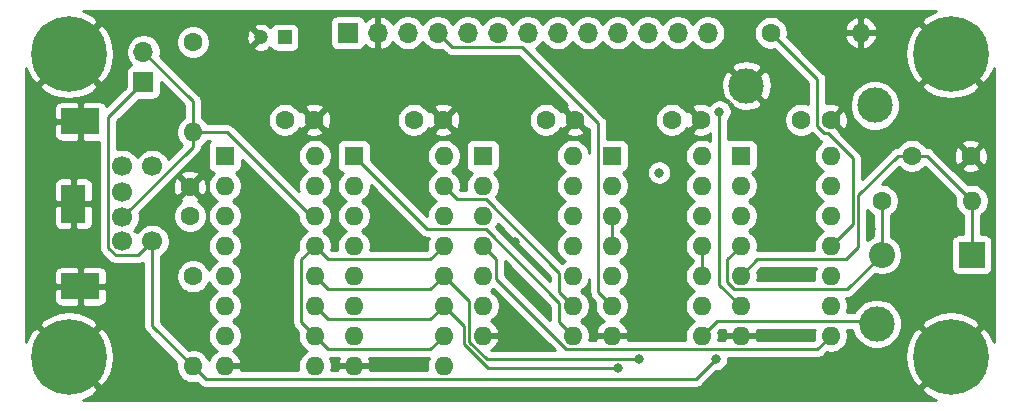
<source format=gtl>
G04 #@! TF.GenerationSoftware,KiCad,Pcbnew,(5.1.10-1-10_14)*
G04 #@! TF.CreationDate,2021-08-04T23:21:23+02:00*
G04 #@! TF.ProjectId,keyboard,6b657962-6f61-4726-942e-6b696361645f,rev?*
G04 #@! TF.SameCoordinates,Original*
G04 #@! TF.FileFunction,Copper,L1,Top*
G04 #@! TF.FilePolarity,Positive*
%FSLAX46Y46*%
G04 Gerber Fmt 4.6, Leading zero omitted, Abs format (unit mm)*
G04 Created by KiCad (PCBNEW (5.1.10-1-10_14)) date 2021-08-04 23:21:23*
%MOMM*%
%LPD*%
G01*
G04 APERTURE LIST*
G04 #@! TA.AperFunction,ComponentPad*
%ADD10C,3.000000*%
G04 #@! TD*
G04 #@! TA.AperFunction,ComponentPad*
%ADD11O,1.700000X1.700000*%
G04 #@! TD*
G04 #@! TA.AperFunction,ComponentPad*
%ADD12R,1.700000X1.700000*%
G04 #@! TD*
G04 #@! TA.AperFunction,ComponentPad*
%ADD13R,3.200400X2.169160*%
G04 #@! TD*
G04 #@! TA.AperFunction,ComponentPad*
%ADD14R,1.998980X3.200400*%
G04 #@! TD*
G04 #@! TA.AperFunction,ComponentPad*
%ADD15C,1.700000*%
G04 #@! TD*
G04 #@! TA.AperFunction,ComponentPad*
%ADD16O,1.600000X1.600000*%
G04 #@! TD*
G04 #@! TA.AperFunction,ComponentPad*
%ADD17R,1.600000X1.600000*%
G04 #@! TD*
G04 #@! TA.AperFunction,ComponentPad*
%ADD18C,6.400000*%
G04 #@! TD*
G04 #@! TA.AperFunction,ComponentPad*
%ADD19C,1.200000*%
G04 #@! TD*
G04 #@! TA.AperFunction,ComponentPad*
%ADD20R,1.200000X1.200000*%
G04 #@! TD*
G04 #@! TA.AperFunction,ComponentPad*
%ADD21C,1.600000*%
G04 #@! TD*
G04 #@! TA.AperFunction,ComponentPad*
%ADD22O,2.200000X2.200000*%
G04 #@! TD*
G04 #@! TA.AperFunction,ComponentPad*
%ADD23R,2.200000X2.200000*%
G04 #@! TD*
G04 #@! TA.AperFunction,ViaPad*
%ADD24C,0.800000*%
G04 #@! TD*
G04 #@! TA.AperFunction,Conductor*
%ADD25C,0.254000*%
G04 #@! TD*
G04 #@! TA.AperFunction,Conductor*
%ADD26C,0.250000*%
G04 #@! TD*
G04 #@! TA.AperFunction,Conductor*
%ADD27C,0.100000*%
G04 #@! TD*
G04 APERTURE END LIST*
D10*
X137388600Y-66954400D03*
X148412200Y-87122000D03*
X148259800Y-68630800D03*
D11*
X86334600Y-64109600D03*
D12*
X86334600Y-66649600D03*
D13*
X81000600Y-69977000D03*
X81000600Y-83947000D03*
D14*
X80416400Y-76962000D03*
D15*
X84540600Y-80137000D03*
X84540600Y-73787000D03*
X87080600Y-73787000D03*
X87080600Y-80137000D03*
X84540600Y-78105000D03*
X84540600Y-75946000D03*
D16*
X100838000Y-72898000D03*
X93218000Y-90678000D03*
X100838000Y-75438000D03*
X93218000Y-88138000D03*
X100838000Y-77978000D03*
X93218000Y-85598000D03*
X100838000Y-80518000D03*
X93218000Y-83058000D03*
X100838000Y-83058000D03*
X93218000Y-80518000D03*
X100838000Y-85598000D03*
X93218000Y-77978000D03*
X100838000Y-88138000D03*
X93218000Y-75438000D03*
X100838000Y-90678000D03*
D17*
X93218000Y-72898000D03*
D18*
X154686000Y-89916000D03*
X154686000Y-64262000D03*
X80010000Y-89916000D03*
X80010000Y-64262000D03*
D19*
X96298000Y-62865000D03*
D20*
X98298000Y-62865000D03*
D16*
X144526000Y-72898000D03*
X136906000Y-88138000D03*
X144526000Y-75438000D03*
X136906000Y-85598000D03*
X144526000Y-77978000D03*
X136906000Y-83058000D03*
X144526000Y-80518000D03*
X136906000Y-80518000D03*
X144526000Y-83058000D03*
X136906000Y-77978000D03*
X144526000Y-85598000D03*
X136906000Y-75438000D03*
X144526000Y-88138000D03*
D17*
X136906000Y-72898000D03*
D21*
X156384000Y-72898000D03*
X151384000Y-72898000D03*
D16*
X147066000Y-62484000D03*
D21*
X139446000Y-62484000D03*
D16*
X90525600Y-70891400D03*
D21*
X90525600Y-63271400D03*
D16*
X90525600Y-90728800D03*
D21*
X90525600Y-83108800D03*
D16*
X156464000Y-76708000D03*
D21*
X148844000Y-76708000D03*
D22*
X148844000Y-81280000D03*
D23*
X156464000Y-81280000D03*
D21*
X144526000Y-69850000D03*
X142026000Y-69850000D03*
X133564000Y-69850000D03*
X131064000Y-69850000D03*
X122896000Y-69850000D03*
X120396000Y-69850000D03*
X111720000Y-69850000D03*
X109220000Y-69850000D03*
X100798000Y-69850000D03*
X98298000Y-69850000D03*
X90271600Y-75503400D03*
X90271600Y-78003400D03*
D16*
X133604000Y-72898000D03*
X125984000Y-88138000D03*
X133604000Y-75438000D03*
X125984000Y-85598000D03*
X133604000Y-77978000D03*
X125984000Y-83058000D03*
X133604000Y-80518000D03*
X125984000Y-80518000D03*
X133604000Y-83058000D03*
X125984000Y-77978000D03*
X133604000Y-85598000D03*
X125984000Y-75438000D03*
X133604000Y-88138000D03*
D17*
X125984000Y-72898000D03*
D16*
X122682000Y-72898000D03*
X115062000Y-88138000D03*
X122682000Y-75438000D03*
X115062000Y-85598000D03*
X122682000Y-77978000D03*
X115062000Y-83058000D03*
X122682000Y-80518000D03*
X115062000Y-80518000D03*
X122682000Y-83058000D03*
X115062000Y-77978000D03*
X122682000Y-85598000D03*
X115062000Y-75438000D03*
X122682000Y-88138000D03*
D17*
X115062000Y-72898000D03*
D16*
X111760000Y-72898000D03*
X104140000Y-90678000D03*
X111760000Y-75438000D03*
X104140000Y-88138000D03*
X111760000Y-77978000D03*
X104140000Y-85598000D03*
X111760000Y-80518000D03*
X104140000Y-83058000D03*
X111760000Y-83058000D03*
X104140000Y-80518000D03*
X111760000Y-85598000D03*
X104140000Y-77978000D03*
X111760000Y-88138000D03*
X104140000Y-75438000D03*
X111760000Y-90678000D03*
D17*
X104140000Y-72898000D03*
D11*
X134112000Y-62484000D03*
X131572000Y-62484000D03*
X129032000Y-62484000D03*
X126492000Y-62484000D03*
X123952000Y-62484000D03*
X121412000Y-62484000D03*
X118872000Y-62484000D03*
X116332000Y-62484000D03*
X113792000Y-62484000D03*
X111252000Y-62484000D03*
X108712000Y-62484000D03*
X106172000Y-62484000D03*
D12*
X103632000Y-62484000D03*
D24*
X108788200Y-73431400D03*
X118719600Y-72898000D03*
X117373400Y-75539600D03*
X119329200Y-76809600D03*
X126492000Y-69977000D03*
X130835400Y-72618600D03*
X107594400Y-80594200D03*
X106349800Y-77901800D03*
X86207600Y-71145400D03*
X119507000Y-85039200D03*
X117830600Y-80162400D03*
X140792200Y-82905600D03*
X147904200Y-79095600D03*
X86156800Y-90195400D03*
X78003400Y-80645000D03*
X77952600Y-73202800D03*
X90322400Y-61087000D03*
X100406200Y-64897000D03*
X104444800Y-68910200D03*
X98526600Y-73025000D03*
X109270800Y-80543400D03*
X108305600Y-75285600D03*
X131165600Y-73507600D03*
X129108200Y-86283800D03*
X130708400Y-79425800D03*
X140538200Y-79044800D03*
X139471400Y-72796400D03*
X140258800Y-65582800D03*
X146227800Y-66268600D03*
X150825200Y-62077600D03*
X157911800Y-69697600D03*
X147599400Y-91998800D03*
X130556000Y-93091000D03*
X108788200Y-93141800D03*
X96164400Y-89408000D03*
X108788200Y-65049400D03*
X126415800Y-64897000D03*
X84861400Y-85547200D03*
X135110748Y-69162706D03*
X134797800Y-90093800D03*
X128311401Y-90140748D03*
X126542800Y-90881200D03*
X129997200Y-74320400D03*
D25*
X152654000Y-72898000D02*
X156464000Y-76708000D01*
X151384000Y-72898000D02*
X152654000Y-72898000D01*
X156464000Y-76708000D02*
X156464000Y-81280000D01*
X151384000Y-72898000D02*
X150197268Y-72898000D01*
X145819067Y-81645001D02*
X138318999Y-81645001D01*
X146859611Y-80604457D02*
X145819067Y-81645001D01*
X146859611Y-76235657D02*
X146859611Y-80604457D01*
X150197268Y-72898000D02*
X146859611Y-76235657D01*
X138318999Y-81645001D02*
X136906000Y-83058000D01*
X148844000Y-76708000D02*
X148844000Y-81280000D01*
X145938999Y-84185001D02*
X148844000Y-81280000D01*
X136365039Y-84185001D02*
X145938999Y-84185001D01*
X135778999Y-81645001D02*
X135778999Y-83598961D01*
X135778999Y-83598961D02*
X136365039Y-84185001D01*
X136906000Y-80518000D02*
X135778999Y-81645001D01*
X121554999Y-87010999D02*
X122682000Y-88138000D01*
X121554999Y-85343037D02*
X121554999Y-87010999D01*
X115316963Y-79105001D02*
X121554999Y-85343037D01*
X110347001Y-79105001D02*
X115316963Y-79105001D01*
X104140000Y-72898000D02*
X110347001Y-79105001D01*
X121554999Y-82803037D02*
X121554999Y-84470999D01*
X115316963Y-76565001D02*
X121554999Y-82803037D01*
X112887001Y-76565001D02*
X115316963Y-76565001D01*
X121554999Y-84470999D02*
X122682000Y-85598000D01*
X111760000Y-75438000D02*
X112887001Y-76565001D01*
X93218000Y-88138000D02*
X93218000Y-88087200D01*
X144272963Y-70977001D02*
X146405600Y-73109638D01*
X143985039Y-70977001D02*
X144272963Y-70977001D01*
X143398999Y-70390961D02*
X143985039Y-70977001D01*
X139446000Y-62484000D02*
X143398999Y-66436999D01*
X143398999Y-66436999D02*
X143398999Y-70390961D01*
X146405600Y-78638400D02*
X144526000Y-80518000D01*
X146405600Y-73109638D02*
X146405600Y-78638400D01*
X124856999Y-84470999D02*
X125984000Y-85598000D01*
X124856999Y-70143037D02*
X124856999Y-84470999D01*
X118374963Y-63661001D02*
X124856999Y-70143037D01*
X112429001Y-63661001D02*
X118374963Y-63661001D01*
X111252000Y-62484000D02*
X112429001Y-63661001D01*
X135110748Y-83802748D02*
X135110748Y-69162706D01*
X136906000Y-85598000D02*
X135110748Y-83802748D01*
D26*
X90789001Y-90992201D02*
X90525600Y-90728800D01*
D25*
X87080600Y-87283800D02*
X90525600Y-90728800D01*
X87080600Y-80137000D02*
X87080600Y-87283800D01*
X91601801Y-91805001D02*
X133086599Y-91805001D01*
X133086599Y-91805001D02*
X134797800Y-90093800D01*
X90525600Y-90728800D02*
X91601801Y-91805001D01*
D26*
X83365599Y-69618601D02*
X86334600Y-66649600D01*
X83365599Y-80701001D02*
X83365599Y-69618601D01*
X83976599Y-81312001D02*
X83365599Y-80701001D01*
X85905599Y-81312001D02*
X83976599Y-81312001D01*
X87080600Y-80137000D02*
X85905599Y-81312001D01*
D25*
X100486602Y-77978000D02*
X100838000Y-77978000D01*
X93400002Y-70891400D02*
X100486602Y-77978000D01*
X90525600Y-70891400D02*
X93400002Y-70891400D01*
X90525600Y-72120000D02*
X90525600Y-70891400D01*
X84540600Y-78105000D02*
X90525600Y-72120000D01*
D26*
X90525600Y-68300600D02*
X86334600Y-64109600D01*
X90525600Y-70891400D02*
X90525600Y-68300600D01*
D25*
X110632999Y-89265001D02*
X111760000Y-88138000D01*
X101965001Y-89265001D02*
X110632999Y-89265001D01*
X100838000Y-88138000D02*
X101965001Y-89265001D01*
X101965001Y-81645001D02*
X110632999Y-81645001D01*
X110632999Y-81645001D02*
X111760000Y-80518000D01*
X100838000Y-80518000D02*
X101965001Y-81645001D01*
X99710999Y-81645001D02*
X100838000Y-80518000D01*
X99710999Y-87010999D02*
X99710999Y-81645001D01*
X100838000Y-88138000D02*
X99710999Y-87010999D01*
X110632999Y-84185001D02*
X111760000Y-83058000D01*
X101965001Y-84185001D02*
X110632999Y-84185001D01*
X100838000Y-83058000D02*
X101965001Y-84185001D01*
X113934999Y-85232999D02*
X111760000Y-83058000D01*
X113934999Y-88678961D02*
X113934999Y-85232999D01*
X115396786Y-90140748D02*
X113934999Y-88678961D01*
X128311401Y-90140748D02*
X115396786Y-90140748D01*
X133604000Y-88138000D02*
X134874000Y-86868000D01*
X148158200Y-86868000D02*
X148412200Y-87122000D01*
X134874000Y-86868000D02*
X148158200Y-86868000D01*
X110632999Y-86725001D02*
X111760000Y-85598000D01*
X101965001Y-86725001D02*
X110632999Y-86725001D01*
X100838000Y-85598000D02*
X101965001Y-86725001D01*
X113480989Y-88867019D02*
X113480989Y-87318989D01*
X115495170Y-90881200D02*
X113480989Y-88867019D01*
X113480989Y-87318989D02*
X111760000Y-85598000D01*
X126542800Y-90881200D02*
X115495170Y-90881200D01*
X144526000Y-85598000D02*
X145034000Y-85598000D01*
X116189001Y-83312963D02*
X116189001Y-81645001D01*
X116189001Y-81645001D02*
X115062000Y-80518000D01*
X122141039Y-89265001D02*
X116189001Y-83312963D01*
X143398999Y-89265001D02*
X122141039Y-89265001D01*
X144526000Y-88138000D02*
X143398999Y-89265001D01*
X133604000Y-80518000D02*
X133604000Y-83058000D01*
X125984000Y-77978000D02*
X125984000Y-80518000D01*
X153233792Y-60692548D02*
X152565330Y-61044445D01*
X152524912Y-61071452D01*
X152164724Y-61561119D01*
X154686000Y-64082395D01*
X154700143Y-64068253D01*
X154879748Y-64247858D01*
X154865605Y-64262000D01*
X157386881Y-66783276D01*
X157876548Y-66423088D01*
X158236849Y-65759118D01*
X158319000Y-65494327D01*
X158319001Y-88678142D01*
X158255452Y-88463792D01*
X157903555Y-87795330D01*
X157876548Y-87754912D01*
X157386881Y-87394724D01*
X154865605Y-89916000D01*
X154879748Y-89930143D01*
X154700143Y-90109748D01*
X154686000Y-90095605D01*
X152164724Y-92616881D01*
X152524912Y-93106548D01*
X153188882Y-93466849D01*
X153453673Y-93549000D01*
X81247861Y-93549000D01*
X81462208Y-93485452D01*
X82130670Y-93133555D01*
X82171088Y-93106548D01*
X82531276Y-92616881D01*
X80010000Y-90095605D01*
X79995858Y-90109748D01*
X79816253Y-89930143D01*
X79830395Y-89916000D01*
X80189605Y-89916000D01*
X82710881Y-92437276D01*
X83200548Y-92077088D01*
X83560849Y-91413118D01*
X83784694Y-90691615D01*
X83863480Y-89940305D01*
X83794178Y-89188062D01*
X83579452Y-88463792D01*
X83227555Y-87795330D01*
X83200548Y-87754912D01*
X82710881Y-87394724D01*
X80189605Y-89916000D01*
X79830395Y-89916000D01*
X77309119Y-87394724D01*
X76819452Y-87754912D01*
X76459151Y-88418882D01*
X76377000Y-88683673D01*
X76377000Y-87215119D01*
X77488724Y-87215119D01*
X80010000Y-89736395D01*
X82531276Y-87215119D01*
X82171088Y-86725452D01*
X81507118Y-86365151D01*
X80785615Y-86141306D01*
X80034305Y-86062520D01*
X79282062Y-86131822D01*
X78557792Y-86346548D01*
X77889330Y-86698445D01*
X77848912Y-86725452D01*
X77488724Y-87215119D01*
X76377000Y-87215119D01*
X76377000Y-85031580D01*
X78762328Y-85031580D01*
X78774588Y-85156062D01*
X78810898Y-85275760D01*
X78869863Y-85386074D01*
X78949215Y-85482765D01*
X79045906Y-85562117D01*
X79156220Y-85621082D01*
X79275918Y-85657392D01*
X79400400Y-85669652D01*
X80714850Y-85666580D01*
X80873600Y-85507830D01*
X80873600Y-84074000D01*
X81127600Y-84074000D01*
X81127600Y-85507830D01*
X81286350Y-85666580D01*
X82600800Y-85669652D01*
X82725282Y-85657392D01*
X82844980Y-85621082D01*
X82955294Y-85562117D01*
X83051985Y-85482765D01*
X83131337Y-85386074D01*
X83190302Y-85275760D01*
X83226612Y-85156062D01*
X83238872Y-85031580D01*
X83235800Y-84232750D01*
X83077050Y-84074000D01*
X81127600Y-84074000D01*
X80873600Y-84074000D01*
X78924150Y-84074000D01*
X78765400Y-84232750D01*
X78762328Y-85031580D01*
X76377000Y-85031580D01*
X76377000Y-82862420D01*
X78762328Y-82862420D01*
X78765400Y-83661250D01*
X78924150Y-83820000D01*
X80873600Y-83820000D01*
X80873600Y-82386170D01*
X81127600Y-82386170D01*
X81127600Y-83820000D01*
X83077050Y-83820000D01*
X83235800Y-83661250D01*
X83238872Y-82862420D01*
X83226612Y-82737938D01*
X83190302Y-82618240D01*
X83131337Y-82507926D01*
X83051985Y-82411235D01*
X82955294Y-82331883D01*
X82844980Y-82272918D01*
X82725282Y-82236608D01*
X82600800Y-82224348D01*
X81286350Y-82227420D01*
X81127600Y-82386170D01*
X80873600Y-82386170D01*
X80714850Y-82227420D01*
X79400400Y-82224348D01*
X79275918Y-82236608D01*
X79156220Y-82272918D01*
X79045906Y-82331883D01*
X78949215Y-82411235D01*
X78869863Y-82507926D01*
X78810898Y-82618240D01*
X78774588Y-82737938D01*
X78762328Y-82862420D01*
X76377000Y-82862420D01*
X76377000Y-78562200D01*
X78778838Y-78562200D01*
X78791098Y-78686682D01*
X78827408Y-78806380D01*
X78886373Y-78916694D01*
X78965725Y-79013385D01*
X79062416Y-79092737D01*
X79172730Y-79151702D01*
X79292428Y-79188012D01*
X79416910Y-79200272D01*
X80130650Y-79197200D01*
X80289400Y-79038450D01*
X80289400Y-77089000D01*
X80543400Y-77089000D01*
X80543400Y-79038450D01*
X80702150Y-79197200D01*
X81415890Y-79200272D01*
X81540372Y-79188012D01*
X81660070Y-79151702D01*
X81770384Y-79092737D01*
X81867075Y-79013385D01*
X81946427Y-78916694D01*
X82005392Y-78806380D01*
X82041702Y-78686682D01*
X82053962Y-78562200D01*
X82050890Y-77247750D01*
X81892140Y-77089000D01*
X80543400Y-77089000D01*
X80289400Y-77089000D01*
X78940660Y-77089000D01*
X78781910Y-77247750D01*
X78778838Y-78562200D01*
X76377000Y-78562200D01*
X76377000Y-75361800D01*
X78778838Y-75361800D01*
X78781910Y-76676250D01*
X78940660Y-76835000D01*
X80289400Y-76835000D01*
X80289400Y-74885550D01*
X80543400Y-74885550D01*
X80543400Y-76835000D01*
X81892140Y-76835000D01*
X82050890Y-76676250D01*
X82053962Y-75361800D01*
X82041702Y-75237318D01*
X82005392Y-75117620D01*
X81946427Y-75007306D01*
X81867075Y-74910615D01*
X81770384Y-74831263D01*
X81660070Y-74772298D01*
X81540372Y-74735988D01*
X81415890Y-74723728D01*
X80702150Y-74726800D01*
X80543400Y-74885550D01*
X80289400Y-74885550D01*
X80130650Y-74726800D01*
X79416910Y-74723728D01*
X79292428Y-74735988D01*
X79172730Y-74772298D01*
X79062416Y-74831263D01*
X78965725Y-74910615D01*
X78886373Y-75007306D01*
X78827408Y-75117620D01*
X78791098Y-75237318D01*
X78778838Y-75361800D01*
X76377000Y-75361800D01*
X76377000Y-71061580D01*
X78762328Y-71061580D01*
X78774588Y-71186062D01*
X78810898Y-71305760D01*
X78869863Y-71416074D01*
X78949215Y-71512765D01*
X79045906Y-71592117D01*
X79156220Y-71651082D01*
X79275918Y-71687392D01*
X79400400Y-71699652D01*
X80714850Y-71696580D01*
X80873600Y-71537830D01*
X80873600Y-70104000D01*
X78924150Y-70104000D01*
X78765400Y-70262750D01*
X78762328Y-71061580D01*
X76377000Y-71061580D01*
X76377000Y-68892420D01*
X78762328Y-68892420D01*
X78765400Y-69691250D01*
X78924150Y-69850000D01*
X80873600Y-69850000D01*
X80873600Y-68416170D01*
X81127600Y-68416170D01*
X81127600Y-69850000D01*
X81147600Y-69850000D01*
X81147600Y-70104000D01*
X81127600Y-70104000D01*
X81127600Y-71537830D01*
X81286350Y-71696580D01*
X82600800Y-71699652D01*
X82605600Y-71699179D01*
X82605599Y-80663679D01*
X82601923Y-80701001D01*
X82605599Y-80738323D01*
X82605599Y-80738333D01*
X82616596Y-80849986D01*
X82660053Y-80993247D01*
X82730625Y-81125277D01*
X82747533Y-81145879D01*
X82825598Y-81241002D01*
X82854601Y-81264804D01*
X83412804Y-81823009D01*
X83436598Y-81852002D01*
X83465591Y-81875796D01*
X83465595Y-81875800D01*
X83536284Y-81933812D01*
X83552323Y-81946975D01*
X83684352Y-82017547D01*
X83827613Y-82061004D01*
X83939266Y-82072001D01*
X83939275Y-82072001D01*
X83976598Y-82075677D01*
X84013921Y-82072001D01*
X85868277Y-82072001D01*
X85905599Y-82075677D01*
X85942921Y-82072001D01*
X85942932Y-82072001D01*
X86054585Y-82061004D01*
X86197846Y-82017547D01*
X86318600Y-81953002D01*
X86318601Y-87246367D01*
X86314914Y-87283800D01*
X86329627Y-87433178D01*
X86373199Y-87576815D01*
X86443955Y-87709192D01*
X86514647Y-87795330D01*
X86539179Y-87825222D01*
X86568249Y-87849079D01*
X89126443Y-90407273D01*
X89090600Y-90587465D01*
X89090600Y-90870135D01*
X89145747Y-91147374D01*
X89253920Y-91408527D01*
X89410963Y-91643559D01*
X89610841Y-91843437D01*
X89845873Y-92000480D01*
X90107026Y-92108653D01*
X90384265Y-92163800D01*
X90666935Y-92163800D01*
X90847126Y-92127957D01*
X91036522Y-92317353D01*
X91060379Y-92346423D01*
X91176409Y-92441646D01*
X91308786Y-92512403D01*
X91452423Y-92555975D01*
X91564375Y-92567001D01*
X91564377Y-92567001D01*
X91601800Y-92570687D01*
X91639223Y-92567001D01*
X133049176Y-92567001D01*
X133086599Y-92570687D01*
X133124022Y-92567001D01*
X133124025Y-92567001D01*
X133235977Y-92555975D01*
X133379614Y-92512403D01*
X133511991Y-92441646D01*
X133628021Y-92346423D01*
X133651883Y-92317347D01*
X134840430Y-91128800D01*
X134899739Y-91128800D01*
X135099698Y-91089026D01*
X135288056Y-91011005D01*
X135457574Y-90897737D01*
X135601737Y-90753574D01*
X135715005Y-90584056D01*
X135793026Y-90395698D01*
X135832800Y-90195739D01*
X135832800Y-90027001D01*
X143361576Y-90027001D01*
X143398999Y-90030687D01*
X143436422Y-90027001D01*
X143436425Y-90027001D01*
X143548377Y-90015975D01*
X143692014Y-89972403D01*
X143824391Y-89901646D01*
X143836516Y-89891695D01*
X150832520Y-89891695D01*
X150901822Y-90643938D01*
X151116548Y-91368208D01*
X151468445Y-92036670D01*
X151495452Y-92077088D01*
X151985119Y-92437276D01*
X154506395Y-89916000D01*
X151985119Y-87394724D01*
X151495452Y-87754912D01*
X151135151Y-88418882D01*
X150911306Y-89140385D01*
X150832520Y-89891695D01*
X143836516Y-89891695D01*
X143940421Y-89806423D01*
X143964283Y-89777347D01*
X144204473Y-89537157D01*
X144384665Y-89573000D01*
X144667335Y-89573000D01*
X144944574Y-89517853D01*
X145205727Y-89409680D01*
X145440759Y-89252637D01*
X145640637Y-89052759D01*
X145797680Y-88817727D01*
X145905853Y-88556574D01*
X145961000Y-88279335D01*
X145961000Y-87996665D01*
X145905853Y-87719426D01*
X145868812Y-87630000D01*
X146336421Y-87630000D01*
X146359247Y-87744756D01*
X146520188Y-88133302D01*
X146753837Y-88482983D01*
X147051217Y-88780363D01*
X147400898Y-89014012D01*
X147789444Y-89174953D01*
X148201921Y-89257000D01*
X148622479Y-89257000D01*
X149034956Y-89174953D01*
X149423502Y-89014012D01*
X149773183Y-88780363D01*
X150070563Y-88482983D01*
X150304212Y-88133302D01*
X150465153Y-87744756D01*
X150547200Y-87332279D01*
X150547200Y-87215119D01*
X152164724Y-87215119D01*
X154686000Y-89736395D01*
X157207276Y-87215119D01*
X156847088Y-86725452D01*
X156183118Y-86365151D01*
X155461615Y-86141306D01*
X154710305Y-86062520D01*
X153958062Y-86131822D01*
X153233792Y-86346548D01*
X152565330Y-86698445D01*
X152524912Y-86725452D01*
X152164724Y-87215119D01*
X150547200Y-87215119D01*
X150547200Y-86911721D01*
X150465153Y-86499244D01*
X150304212Y-86110698D01*
X150070563Y-85761017D01*
X149773183Y-85463637D01*
X149423502Y-85229988D01*
X149034956Y-85069047D01*
X148622479Y-84987000D01*
X148201921Y-84987000D01*
X147789444Y-85069047D01*
X147400898Y-85229988D01*
X147051217Y-85463637D01*
X146753837Y-85761017D01*
X146523327Y-86106000D01*
X145868812Y-86106000D01*
X145905853Y-86016574D01*
X145961000Y-85739335D01*
X145961000Y-85456665D01*
X145905853Y-85179426D01*
X145809580Y-84947001D01*
X145901576Y-84947001D01*
X145938999Y-84950687D01*
X145976422Y-84947001D01*
X145976425Y-84947001D01*
X146088377Y-84935975D01*
X146232014Y-84892403D01*
X146364391Y-84821646D01*
X146480421Y-84726423D01*
X146504283Y-84697347D01*
X148278088Y-82923542D01*
X148337919Y-82948325D01*
X148673117Y-83015000D01*
X149014883Y-83015000D01*
X149350081Y-82948325D01*
X149665831Y-82817537D01*
X149949998Y-82627663D01*
X150191663Y-82385998D01*
X150381537Y-82101831D01*
X150512325Y-81786081D01*
X150579000Y-81450883D01*
X150579000Y-81109117D01*
X150512325Y-80773919D01*
X150381537Y-80458169D01*
X150191663Y-80174002D01*
X149949998Y-79932337D01*
X149665831Y-79742463D01*
X149606000Y-79717680D01*
X149606000Y-77924707D01*
X149758759Y-77822637D01*
X149958637Y-77622759D01*
X150115680Y-77387727D01*
X150223853Y-77126574D01*
X150279000Y-76849335D01*
X150279000Y-76566665D01*
X150223853Y-76289426D01*
X150115680Y-76028273D01*
X149958637Y-75793241D01*
X149758759Y-75593363D01*
X149523727Y-75436320D01*
X149262574Y-75328147D01*
X148985335Y-75273000D01*
X148899898Y-75273000D01*
X150314751Y-73858147D01*
X150469241Y-74012637D01*
X150704273Y-74169680D01*
X150965426Y-74277853D01*
X151242665Y-74333000D01*
X151525335Y-74333000D01*
X151802574Y-74277853D01*
X152063727Y-74169680D01*
X152298759Y-74012637D01*
X152494883Y-73816513D01*
X155064843Y-76386473D01*
X155029000Y-76566665D01*
X155029000Y-76849335D01*
X155084147Y-77126574D01*
X155192320Y-77387727D01*
X155349363Y-77622759D01*
X155549241Y-77822637D01*
X155702000Y-77924707D01*
X155702001Y-79541928D01*
X155364000Y-79541928D01*
X155239518Y-79554188D01*
X155119820Y-79590498D01*
X155009506Y-79649463D01*
X154912815Y-79728815D01*
X154833463Y-79825506D01*
X154774498Y-79935820D01*
X154738188Y-80055518D01*
X154725928Y-80180000D01*
X154725928Y-82380000D01*
X154738188Y-82504482D01*
X154774498Y-82624180D01*
X154833463Y-82734494D01*
X154912815Y-82831185D01*
X155009506Y-82910537D01*
X155119820Y-82969502D01*
X155239518Y-83005812D01*
X155364000Y-83018072D01*
X157564000Y-83018072D01*
X157688482Y-83005812D01*
X157808180Y-82969502D01*
X157918494Y-82910537D01*
X158015185Y-82831185D01*
X158094537Y-82734494D01*
X158153502Y-82624180D01*
X158189812Y-82504482D01*
X158202072Y-82380000D01*
X158202072Y-80180000D01*
X158189812Y-80055518D01*
X158153502Y-79935820D01*
X158094537Y-79825506D01*
X158015185Y-79728815D01*
X157918494Y-79649463D01*
X157808180Y-79590498D01*
X157688482Y-79554188D01*
X157564000Y-79541928D01*
X157226000Y-79541928D01*
X157226000Y-77924707D01*
X157378759Y-77822637D01*
X157578637Y-77622759D01*
X157735680Y-77387727D01*
X157843853Y-77126574D01*
X157899000Y-76849335D01*
X157899000Y-76566665D01*
X157843853Y-76289426D01*
X157735680Y-76028273D01*
X157578637Y-75793241D01*
X157378759Y-75593363D01*
X157143727Y-75436320D01*
X156882574Y-75328147D01*
X156605335Y-75273000D01*
X156322665Y-75273000D01*
X156142473Y-75308843D01*
X154724332Y-73890702D01*
X155570903Y-73890702D01*
X155642486Y-74134671D01*
X155897996Y-74255571D01*
X156172184Y-74324300D01*
X156454512Y-74338217D01*
X156734130Y-74296787D01*
X157000292Y-74201603D01*
X157125514Y-74134671D01*
X157197097Y-73890702D01*
X156384000Y-73077605D01*
X155570903Y-73890702D01*
X154724332Y-73890702D01*
X153802142Y-72968512D01*
X154943783Y-72968512D01*
X154985213Y-73248130D01*
X155080397Y-73514292D01*
X155147329Y-73639514D01*
X155391298Y-73711097D01*
X156204395Y-72898000D01*
X156563605Y-72898000D01*
X157376702Y-73711097D01*
X157620671Y-73639514D01*
X157741571Y-73384004D01*
X157810300Y-73109816D01*
X157824217Y-72827488D01*
X157782787Y-72547870D01*
X157687603Y-72281708D01*
X157620671Y-72156486D01*
X157376702Y-72084903D01*
X156563605Y-72898000D01*
X156204395Y-72898000D01*
X155391298Y-72084903D01*
X155147329Y-72156486D01*
X155026429Y-72411996D01*
X154957700Y-72686184D01*
X154943783Y-72968512D01*
X153802142Y-72968512D01*
X153219284Y-72385654D01*
X153195422Y-72356578D01*
X153079392Y-72261355D01*
X152947015Y-72190598D01*
X152803378Y-72147026D01*
X152691426Y-72136000D01*
X152691423Y-72136000D01*
X152654000Y-72132314D01*
X152616577Y-72136000D01*
X152600707Y-72136000D01*
X152498637Y-71983241D01*
X152420694Y-71905298D01*
X155570903Y-71905298D01*
X156384000Y-72718395D01*
X157197097Y-71905298D01*
X157125514Y-71661329D01*
X156870004Y-71540429D01*
X156595816Y-71471700D01*
X156313488Y-71457783D01*
X156033870Y-71499213D01*
X155767708Y-71594397D01*
X155642486Y-71661329D01*
X155570903Y-71905298D01*
X152420694Y-71905298D01*
X152298759Y-71783363D01*
X152063727Y-71626320D01*
X151802574Y-71518147D01*
X151525335Y-71463000D01*
X151242665Y-71463000D01*
X150965426Y-71518147D01*
X150704273Y-71626320D01*
X150469241Y-71783363D01*
X150269363Y-71983241D01*
X150167818Y-72135215D01*
X150159845Y-72136000D01*
X150159842Y-72136000D01*
X150047890Y-72147026D01*
X149904253Y-72190598D01*
X149852477Y-72218273D01*
X149771875Y-72261355D01*
X149692618Y-72326400D01*
X149655846Y-72356578D01*
X149631989Y-72385648D01*
X147167600Y-74850038D01*
X147167600Y-73147060D01*
X147171286Y-73109637D01*
X147164362Y-73039335D01*
X147156574Y-72960260D01*
X147113002Y-72816623D01*
X147042245Y-72684246D01*
X146947022Y-72568216D01*
X146917953Y-72544360D01*
X145311239Y-70937647D01*
X145339097Y-70842702D01*
X144526000Y-70029605D01*
X144511858Y-70043748D01*
X144332253Y-69864143D01*
X144346395Y-69850000D01*
X144705605Y-69850000D01*
X145518702Y-70663097D01*
X145762671Y-70591514D01*
X145883571Y-70336004D01*
X145952300Y-70061816D01*
X145966217Y-69779488D01*
X145924787Y-69499870D01*
X145829603Y-69233708D01*
X145762671Y-69108486D01*
X145518702Y-69036903D01*
X144705605Y-69850000D01*
X144346395Y-69850000D01*
X144332253Y-69835858D01*
X144511858Y-69656253D01*
X144526000Y-69670395D01*
X145339097Y-68857298D01*
X145267514Y-68613329D01*
X145012004Y-68492429D01*
X144737816Y-68423700D01*
X144673326Y-68420521D01*
X146124800Y-68420521D01*
X146124800Y-68841079D01*
X146206847Y-69253556D01*
X146367788Y-69642102D01*
X146601437Y-69991783D01*
X146898817Y-70289163D01*
X147248498Y-70522812D01*
X147637044Y-70683753D01*
X148049521Y-70765800D01*
X148470079Y-70765800D01*
X148882556Y-70683753D01*
X149271102Y-70522812D01*
X149620783Y-70289163D01*
X149918163Y-69991783D01*
X150151812Y-69642102D01*
X150312753Y-69253556D01*
X150394800Y-68841079D01*
X150394800Y-68420521D01*
X150312753Y-68008044D01*
X150151812Y-67619498D01*
X149918163Y-67269817D01*
X149620783Y-66972437D01*
X149606482Y-66962881D01*
X152164724Y-66962881D01*
X152524912Y-67452548D01*
X153188882Y-67812849D01*
X153910385Y-68036694D01*
X154661695Y-68115480D01*
X155413938Y-68046178D01*
X156138208Y-67831452D01*
X156806670Y-67479555D01*
X156847088Y-67452548D01*
X157207276Y-66962881D01*
X154686000Y-64441605D01*
X152164724Y-66962881D01*
X149606482Y-66962881D01*
X149271102Y-66738788D01*
X148882556Y-66577847D01*
X148470079Y-66495800D01*
X148049521Y-66495800D01*
X147637044Y-66577847D01*
X147248498Y-66738788D01*
X146898817Y-66972437D01*
X146601437Y-67269817D01*
X146367788Y-67619498D01*
X146206847Y-68008044D01*
X146124800Y-68420521D01*
X144673326Y-68420521D01*
X144455488Y-68409783D01*
X144175870Y-68451213D01*
X144160999Y-68456531D01*
X144160999Y-66474422D01*
X144164685Y-66436999D01*
X144159334Y-66382670D01*
X144149973Y-66287621D01*
X144106401Y-66143984D01*
X144073464Y-66082363D01*
X144035644Y-66011606D01*
X143964278Y-65924647D01*
X143940421Y-65895577D01*
X143911352Y-65871721D01*
X142277326Y-64237695D01*
X150832520Y-64237695D01*
X150901822Y-64989938D01*
X151116548Y-65714208D01*
X151468445Y-66382670D01*
X151495452Y-66423088D01*
X151985119Y-66783276D01*
X154506395Y-64262000D01*
X151985119Y-61740724D01*
X151495452Y-62100912D01*
X151135151Y-62764882D01*
X150911306Y-63486385D01*
X150832520Y-64237695D01*
X142277326Y-64237695D01*
X140872670Y-62833039D01*
X145674096Y-62833039D01*
X145714754Y-62967087D01*
X145834963Y-63221420D01*
X146002481Y-63447414D01*
X146210869Y-63636385D01*
X146452119Y-63781070D01*
X146716960Y-63875909D01*
X146939000Y-63754624D01*
X146939000Y-62611000D01*
X147193000Y-62611000D01*
X147193000Y-63754624D01*
X147415040Y-63875909D01*
X147679881Y-63781070D01*
X147921131Y-63636385D01*
X148129519Y-63447414D01*
X148297037Y-63221420D01*
X148417246Y-62967087D01*
X148457904Y-62833039D01*
X148335915Y-62611000D01*
X147193000Y-62611000D01*
X146939000Y-62611000D01*
X145796085Y-62611000D01*
X145674096Y-62833039D01*
X140872670Y-62833039D01*
X140845157Y-62805527D01*
X140881000Y-62625335D01*
X140881000Y-62342665D01*
X140839685Y-62134961D01*
X145674096Y-62134961D01*
X145796085Y-62357000D01*
X146939000Y-62357000D01*
X146939000Y-61213376D01*
X147193000Y-61213376D01*
X147193000Y-62357000D01*
X148335915Y-62357000D01*
X148457904Y-62134961D01*
X148417246Y-62000913D01*
X148297037Y-61746580D01*
X148129519Y-61520586D01*
X147921131Y-61331615D01*
X147679881Y-61186930D01*
X147415040Y-61092091D01*
X147193000Y-61213376D01*
X146939000Y-61213376D01*
X146716960Y-61092091D01*
X146452119Y-61186930D01*
X146210869Y-61331615D01*
X146002481Y-61520586D01*
X145834963Y-61746580D01*
X145714754Y-62000913D01*
X145674096Y-62134961D01*
X140839685Y-62134961D01*
X140825853Y-62065426D01*
X140717680Y-61804273D01*
X140560637Y-61569241D01*
X140360759Y-61369363D01*
X140125727Y-61212320D01*
X139864574Y-61104147D01*
X139587335Y-61049000D01*
X139304665Y-61049000D01*
X139027426Y-61104147D01*
X138766273Y-61212320D01*
X138531241Y-61369363D01*
X138331363Y-61569241D01*
X138174320Y-61804273D01*
X138066147Y-62065426D01*
X138011000Y-62342665D01*
X138011000Y-62625335D01*
X138066147Y-62902574D01*
X138174320Y-63163727D01*
X138331363Y-63398759D01*
X138531241Y-63598637D01*
X138766273Y-63755680D01*
X139027426Y-63863853D01*
X139304665Y-63919000D01*
X139587335Y-63919000D01*
X139767527Y-63883157D01*
X142636999Y-66752630D01*
X142637000Y-68549852D01*
X142444574Y-68470147D01*
X142167335Y-68415000D01*
X141884665Y-68415000D01*
X141607426Y-68470147D01*
X141346273Y-68578320D01*
X141111241Y-68735363D01*
X140911363Y-68935241D01*
X140754320Y-69170273D01*
X140646147Y-69431426D01*
X140591000Y-69708665D01*
X140591000Y-69991335D01*
X140646147Y-70268574D01*
X140754320Y-70529727D01*
X140911363Y-70764759D01*
X141111241Y-70964637D01*
X141346273Y-71121680D01*
X141607426Y-71229853D01*
X141884665Y-71285000D01*
X142167335Y-71285000D01*
X142444574Y-71229853D01*
X142705727Y-71121680D01*
X142913355Y-70982947D01*
X143419755Y-71489347D01*
X143443617Y-71518423D01*
X143503373Y-71567463D01*
X143559646Y-71613646D01*
X143583358Y-71626320D01*
X143692024Y-71684403D01*
X143738325Y-71698448D01*
X143611241Y-71783363D01*
X143411363Y-71983241D01*
X143254320Y-72218273D01*
X143146147Y-72479426D01*
X143091000Y-72756665D01*
X143091000Y-73039335D01*
X143146147Y-73316574D01*
X143254320Y-73577727D01*
X143411363Y-73812759D01*
X143611241Y-74012637D01*
X143843759Y-74168000D01*
X143611241Y-74323363D01*
X143411363Y-74523241D01*
X143254320Y-74758273D01*
X143146147Y-75019426D01*
X143091000Y-75296665D01*
X143091000Y-75579335D01*
X143146147Y-75856574D01*
X143254320Y-76117727D01*
X143411363Y-76352759D01*
X143611241Y-76552637D01*
X143843759Y-76708000D01*
X143611241Y-76863363D01*
X143411363Y-77063241D01*
X143254320Y-77298273D01*
X143146147Y-77559426D01*
X143091000Y-77836665D01*
X143091000Y-78119335D01*
X143146147Y-78396574D01*
X143254320Y-78657727D01*
X143411363Y-78892759D01*
X143611241Y-79092637D01*
X143843759Y-79248000D01*
X143611241Y-79403363D01*
X143411363Y-79603241D01*
X143254320Y-79838273D01*
X143146147Y-80099426D01*
X143091000Y-80376665D01*
X143091000Y-80659335D01*
X143135491Y-80883001D01*
X138356421Y-80883001D01*
X138318998Y-80879315D01*
X138296808Y-80881501D01*
X138341000Y-80659335D01*
X138341000Y-80376665D01*
X138285853Y-80099426D01*
X138177680Y-79838273D01*
X138020637Y-79603241D01*
X137820759Y-79403363D01*
X137588241Y-79248000D01*
X137820759Y-79092637D01*
X138020637Y-78892759D01*
X138177680Y-78657727D01*
X138285853Y-78396574D01*
X138341000Y-78119335D01*
X138341000Y-77836665D01*
X138285853Y-77559426D01*
X138177680Y-77298273D01*
X138020637Y-77063241D01*
X137820759Y-76863363D01*
X137588241Y-76708000D01*
X137820759Y-76552637D01*
X138020637Y-76352759D01*
X138177680Y-76117727D01*
X138285853Y-75856574D01*
X138341000Y-75579335D01*
X138341000Y-75296665D01*
X138285853Y-75019426D01*
X138177680Y-74758273D01*
X138020637Y-74523241D01*
X137822039Y-74324643D01*
X137830482Y-74323812D01*
X137950180Y-74287502D01*
X138060494Y-74228537D01*
X138157185Y-74149185D01*
X138236537Y-74052494D01*
X138295502Y-73942180D01*
X138331812Y-73822482D01*
X138344072Y-73698000D01*
X138344072Y-72098000D01*
X138331812Y-71973518D01*
X138295502Y-71853820D01*
X138236537Y-71743506D01*
X138157185Y-71646815D01*
X138060494Y-71567463D01*
X137950180Y-71508498D01*
X137830482Y-71472188D01*
X137706000Y-71459928D01*
X136106000Y-71459928D01*
X135981518Y-71472188D01*
X135872748Y-71505183D01*
X135872748Y-69864417D01*
X135914685Y-69822480D01*
X136027953Y-69652962D01*
X136105974Y-69464604D01*
X136145748Y-69264645D01*
X136145748Y-69060767D01*
X136105974Y-68860808D01*
X136027953Y-68672450D01*
X135936108Y-68534994D01*
X135961861Y-68560747D01*
X136076553Y-68446055D01*
X136232562Y-68761614D01*
X136607345Y-68952420D01*
X137012151Y-69066444D01*
X137431424Y-69099302D01*
X137849051Y-69049734D01*
X138248983Y-68919643D01*
X138544638Y-68761614D01*
X138700648Y-68446053D01*
X137388600Y-67134005D01*
X137374458Y-67148148D01*
X137194853Y-66968543D01*
X137208995Y-66954400D01*
X137568205Y-66954400D01*
X138880253Y-68266448D01*
X139195814Y-68110438D01*
X139386620Y-67735655D01*
X139500644Y-67330849D01*
X139533502Y-66911576D01*
X139483934Y-66493949D01*
X139353843Y-66094017D01*
X139195814Y-65798362D01*
X138880253Y-65642352D01*
X137568205Y-66954400D01*
X137208995Y-66954400D01*
X135896947Y-65642352D01*
X135581386Y-65798362D01*
X135390580Y-66173145D01*
X135276556Y-66577951D01*
X135243698Y-66997224D01*
X135293266Y-67414851D01*
X135423357Y-67814783D01*
X135581386Y-68110438D01*
X135896945Y-68266447D01*
X135787573Y-68375820D01*
X135770522Y-68358769D01*
X135601004Y-68245501D01*
X135412646Y-68167480D01*
X135212687Y-68127706D01*
X135008809Y-68127706D01*
X134808850Y-68167480D01*
X134620492Y-68245501D01*
X134450974Y-68358769D01*
X134306811Y-68502932D01*
X134250454Y-68587276D01*
X134050004Y-68492429D01*
X133775816Y-68423700D01*
X133493488Y-68409783D01*
X133213870Y-68451213D01*
X132947708Y-68546397D01*
X132822486Y-68613329D01*
X132750903Y-68857298D01*
X133564000Y-69670395D01*
X133578143Y-69656253D01*
X133757748Y-69835858D01*
X133743605Y-69850000D01*
X133757748Y-69864143D01*
X133578143Y-70043748D01*
X133564000Y-70029605D01*
X132750903Y-70842702D01*
X132822486Y-71086671D01*
X133077996Y-71207571D01*
X133352184Y-71276300D01*
X133634512Y-71290217D01*
X133914130Y-71248787D01*
X134180292Y-71153603D01*
X134305514Y-71086671D01*
X134348749Y-70939318D01*
X134348749Y-71669766D01*
X134283727Y-71626320D01*
X134022574Y-71518147D01*
X133745335Y-71463000D01*
X133462665Y-71463000D01*
X133185426Y-71518147D01*
X132924273Y-71626320D01*
X132689241Y-71783363D01*
X132489363Y-71983241D01*
X132332320Y-72218273D01*
X132224147Y-72479426D01*
X132169000Y-72756665D01*
X132169000Y-73039335D01*
X132224147Y-73316574D01*
X132332320Y-73577727D01*
X132489363Y-73812759D01*
X132689241Y-74012637D01*
X132921759Y-74168000D01*
X132689241Y-74323363D01*
X132489363Y-74523241D01*
X132332320Y-74758273D01*
X132224147Y-75019426D01*
X132169000Y-75296665D01*
X132169000Y-75579335D01*
X132224147Y-75856574D01*
X132332320Y-76117727D01*
X132489363Y-76352759D01*
X132689241Y-76552637D01*
X132921759Y-76708000D01*
X132689241Y-76863363D01*
X132489363Y-77063241D01*
X132332320Y-77298273D01*
X132224147Y-77559426D01*
X132169000Y-77836665D01*
X132169000Y-78119335D01*
X132224147Y-78396574D01*
X132332320Y-78657727D01*
X132489363Y-78892759D01*
X132689241Y-79092637D01*
X132921759Y-79248000D01*
X132689241Y-79403363D01*
X132489363Y-79603241D01*
X132332320Y-79838273D01*
X132224147Y-80099426D01*
X132169000Y-80376665D01*
X132169000Y-80659335D01*
X132224147Y-80936574D01*
X132332320Y-81197727D01*
X132489363Y-81432759D01*
X132689241Y-81632637D01*
X132842000Y-81734707D01*
X132842001Y-81841293D01*
X132689241Y-81943363D01*
X132489363Y-82143241D01*
X132332320Y-82378273D01*
X132224147Y-82639426D01*
X132169000Y-82916665D01*
X132169000Y-83199335D01*
X132224147Y-83476574D01*
X132332320Y-83737727D01*
X132489363Y-83972759D01*
X132689241Y-84172637D01*
X132921759Y-84328000D01*
X132689241Y-84483363D01*
X132489363Y-84683241D01*
X132332320Y-84918273D01*
X132224147Y-85179426D01*
X132169000Y-85456665D01*
X132169000Y-85739335D01*
X132224147Y-86016574D01*
X132332320Y-86277727D01*
X132489363Y-86512759D01*
X132689241Y-86712637D01*
X132921759Y-86868000D01*
X132689241Y-87023363D01*
X132489363Y-87223241D01*
X132332320Y-87458273D01*
X132224147Y-87719426D01*
X132169000Y-87996665D01*
X132169000Y-88279335D01*
X132213491Y-88503001D01*
X127371063Y-88503001D01*
X127375904Y-88487039D01*
X127253915Y-88265000D01*
X126111000Y-88265000D01*
X126111000Y-88285000D01*
X125857000Y-88285000D01*
X125857000Y-88265000D01*
X124714085Y-88265000D01*
X124592096Y-88487039D01*
X124596937Y-88503001D01*
X124072509Y-88503001D01*
X124117000Y-88279335D01*
X124117000Y-87996665D01*
X124061853Y-87719426D01*
X123953680Y-87458273D01*
X123796637Y-87223241D01*
X123596759Y-87023363D01*
X123364241Y-86868000D01*
X123596759Y-86712637D01*
X123796637Y-86512759D01*
X123953680Y-86277727D01*
X124061853Y-86016574D01*
X124117000Y-85739335D01*
X124117000Y-85456665D01*
X124061853Y-85179426D01*
X123953680Y-84918273D01*
X123796637Y-84683241D01*
X123596759Y-84483363D01*
X123364241Y-84328000D01*
X123596759Y-84172637D01*
X123796637Y-83972759D01*
X123953680Y-83737727D01*
X124061853Y-83476574D01*
X124095000Y-83309935D01*
X124095000Y-84433566D01*
X124091313Y-84470999D01*
X124106026Y-84620377D01*
X124149598Y-84764014D01*
X124220354Y-84896391D01*
X124261889Y-84947001D01*
X124315578Y-85012421D01*
X124344648Y-85036278D01*
X124584843Y-85276473D01*
X124549000Y-85456665D01*
X124549000Y-85739335D01*
X124604147Y-86016574D01*
X124712320Y-86277727D01*
X124869363Y-86512759D01*
X125069241Y-86712637D01*
X125304273Y-86869680D01*
X125314865Y-86874067D01*
X125128869Y-86985615D01*
X124920481Y-87174586D01*
X124752963Y-87400580D01*
X124632754Y-87654913D01*
X124592096Y-87788961D01*
X124714085Y-88011000D01*
X125857000Y-88011000D01*
X125857000Y-87991000D01*
X126111000Y-87991000D01*
X126111000Y-88011000D01*
X127253915Y-88011000D01*
X127375904Y-87788961D01*
X127335246Y-87654913D01*
X127215037Y-87400580D01*
X127047519Y-87174586D01*
X126839131Y-86985615D01*
X126653135Y-86874067D01*
X126663727Y-86869680D01*
X126898759Y-86712637D01*
X127098637Y-86512759D01*
X127255680Y-86277727D01*
X127363853Y-86016574D01*
X127419000Y-85739335D01*
X127419000Y-85456665D01*
X127363853Y-85179426D01*
X127255680Y-84918273D01*
X127098637Y-84683241D01*
X126898759Y-84483363D01*
X126666241Y-84328000D01*
X126898759Y-84172637D01*
X127098637Y-83972759D01*
X127255680Y-83737727D01*
X127363853Y-83476574D01*
X127419000Y-83199335D01*
X127419000Y-82916665D01*
X127363853Y-82639426D01*
X127255680Y-82378273D01*
X127098637Y-82143241D01*
X126898759Y-81943363D01*
X126666241Y-81788000D01*
X126898759Y-81632637D01*
X127098637Y-81432759D01*
X127255680Y-81197727D01*
X127363853Y-80936574D01*
X127419000Y-80659335D01*
X127419000Y-80376665D01*
X127363853Y-80099426D01*
X127255680Y-79838273D01*
X127098637Y-79603241D01*
X126898759Y-79403363D01*
X126746000Y-79301293D01*
X126746000Y-79194707D01*
X126898759Y-79092637D01*
X127098637Y-78892759D01*
X127255680Y-78657727D01*
X127363853Y-78396574D01*
X127419000Y-78119335D01*
X127419000Y-77836665D01*
X127363853Y-77559426D01*
X127255680Y-77298273D01*
X127098637Y-77063241D01*
X126898759Y-76863363D01*
X126666241Y-76708000D01*
X126898759Y-76552637D01*
X127098637Y-76352759D01*
X127255680Y-76117727D01*
X127363853Y-75856574D01*
X127419000Y-75579335D01*
X127419000Y-75296665D01*
X127363853Y-75019426D01*
X127255680Y-74758273D01*
X127098637Y-74523241D01*
X126900039Y-74324643D01*
X126908482Y-74323812D01*
X127028180Y-74287502D01*
X127138494Y-74228537D01*
X127150771Y-74218461D01*
X128962200Y-74218461D01*
X128962200Y-74422339D01*
X129001974Y-74622298D01*
X129079995Y-74810656D01*
X129193263Y-74980174D01*
X129337426Y-75124337D01*
X129506944Y-75237605D01*
X129695302Y-75315626D01*
X129895261Y-75355400D01*
X130099139Y-75355400D01*
X130299098Y-75315626D01*
X130487456Y-75237605D01*
X130656974Y-75124337D01*
X130801137Y-74980174D01*
X130914405Y-74810656D01*
X130992426Y-74622298D01*
X131032200Y-74422339D01*
X131032200Y-74218461D01*
X130992426Y-74018502D01*
X130914405Y-73830144D01*
X130801137Y-73660626D01*
X130656974Y-73516463D01*
X130487456Y-73403195D01*
X130299098Y-73325174D01*
X130099139Y-73285400D01*
X129895261Y-73285400D01*
X129695302Y-73325174D01*
X129506944Y-73403195D01*
X129337426Y-73516463D01*
X129193263Y-73660626D01*
X129079995Y-73830144D01*
X129001974Y-74018502D01*
X128962200Y-74218461D01*
X127150771Y-74218461D01*
X127235185Y-74149185D01*
X127314537Y-74052494D01*
X127373502Y-73942180D01*
X127409812Y-73822482D01*
X127422072Y-73698000D01*
X127422072Y-72098000D01*
X127409812Y-71973518D01*
X127373502Y-71853820D01*
X127314537Y-71743506D01*
X127235185Y-71646815D01*
X127138494Y-71567463D01*
X127028180Y-71508498D01*
X126908482Y-71472188D01*
X126784000Y-71459928D01*
X125618999Y-71459928D01*
X125618999Y-70180459D01*
X125622685Y-70143036D01*
X125618244Y-70097946D01*
X125607973Y-69993659D01*
X125564401Y-69850022D01*
X125493644Y-69717645D01*
X125486275Y-69708665D01*
X129629000Y-69708665D01*
X129629000Y-69991335D01*
X129684147Y-70268574D01*
X129792320Y-70529727D01*
X129949363Y-70764759D01*
X130149241Y-70964637D01*
X130384273Y-71121680D01*
X130645426Y-71229853D01*
X130922665Y-71285000D01*
X131205335Y-71285000D01*
X131482574Y-71229853D01*
X131743727Y-71121680D01*
X131978759Y-70964637D01*
X132178637Y-70764759D01*
X132312692Y-70564131D01*
X132327329Y-70591514D01*
X132571298Y-70663097D01*
X133384395Y-69850000D01*
X132571298Y-69036903D01*
X132327329Y-69108486D01*
X132313676Y-69137341D01*
X132178637Y-68935241D01*
X131978759Y-68735363D01*
X131743727Y-68578320D01*
X131482574Y-68470147D01*
X131205335Y-68415000D01*
X130922665Y-68415000D01*
X130645426Y-68470147D01*
X130384273Y-68578320D01*
X130149241Y-68735363D01*
X129949363Y-68935241D01*
X129792320Y-69170273D01*
X129684147Y-69431426D01*
X129629000Y-69708665D01*
X125486275Y-69708665D01*
X125398421Y-69601615D01*
X125369352Y-69577759D01*
X121254340Y-65462747D01*
X136076552Y-65462747D01*
X137388600Y-66774795D01*
X138700648Y-65462747D01*
X138544638Y-65147186D01*
X138169855Y-64956380D01*
X137765049Y-64842356D01*
X137345776Y-64809498D01*
X136928149Y-64859066D01*
X136528217Y-64989157D01*
X136232562Y-65147186D01*
X136076552Y-65462747D01*
X121254340Y-65462747D01*
X119585105Y-63793513D01*
X119818632Y-63637475D01*
X120025475Y-63430632D01*
X120142000Y-63256240D01*
X120258525Y-63430632D01*
X120465368Y-63637475D01*
X120708589Y-63799990D01*
X120978842Y-63911932D01*
X121265740Y-63969000D01*
X121558260Y-63969000D01*
X121845158Y-63911932D01*
X122115411Y-63799990D01*
X122358632Y-63637475D01*
X122565475Y-63430632D01*
X122682000Y-63256240D01*
X122798525Y-63430632D01*
X123005368Y-63637475D01*
X123248589Y-63799990D01*
X123518842Y-63911932D01*
X123805740Y-63969000D01*
X124098260Y-63969000D01*
X124385158Y-63911932D01*
X124655411Y-63799990D01*
X124898632Y-63637475D01*
X125105475Y-63430632D01*
X125222000Y-63256240D01*
X125338525Y-63430632D01*
X125545368Y-63637475D01*
X125788589Y-63799990D01*
X126058842Y-63911932D01*
X126345740Y-63969000D01*
X126638260Y-63969000D01*
X126925158Y-63911932D01*
X127195411Y-63799990D01*
X127438632Y-63637475D01*
X127645475Y-63430632D01*
X127762000Y-63256240D01*
X127878525Y-63430632D01*
X128085368Y-63637475D01*
X128328589Y-63799990D01*
X128598842Y-63911932D01*
X128885740Y-63969000D01*
X129178260Y-63969000D01*
X129465158Y-63911932D01*
X129735411Y-63799990D01*
X129978632Y-63637475D01*
X130185475Y-63430632D01*
X130302000Y-63256240D01*
X130418525Y-63430632D01*
X130625368Y-63637475D01*
X130868589Y-63799990D01*
X131138842Y-63911932D01*
X131425740Y-63969000D01*
X131718260Y-63969000D01*
X132005158Y-63911932D01*
X132275411Y-63799990D01*
X132518632Y-63637475D01*
X132725475Y-63430632D01*
X132842000Y-63256240D01*
X132958525Y-63430632D01*
X133165368Y-63637475D01*
X133408589Y-63799990D01*
X133678842Y-63911932D01*
X133965740Y-63969000D01*
X134258260Y-63969000D01*
X134545158Y-63911932D01*
X134815411Y-63799990D01*
X135058632Y-63637475D01*
X135265475Y-63430632D01*
X135427990Y-63187411D01*
X135539932Y-62917158D01*
X135597000Y-62630260D01*
X135597000Y-62337740D01*
X135539932Y-62050842D01*
X135427990Y-61780589D01*
X135265475Y-61537368D01*
X135058632Y-61330525D01*
X134815411Y-61168010D01*
X134545158Y-61056068D01*
X134258260Y-60999000D01*
X133965740Y-60999000D01*
X133678842Y-61056068D01*
X133408589Y-61168010D01*
X133165368Y-61330525D01*
X132958525Y-61537368D01*
X132842000Y-61711760D01*
X132725475Y-61537368D01*
X132518632Y-61330525D01*
X132275411Y-61168010D01*
X132005158Y-61056068D01*
X131718260Y-60999000D01*
X131425740Y-60999000D01*
X131138842Y-61056068D01*
X130868589Y-61168010D01*
X130625368Y-61330525D01*
X130418525Y-61537368D01*
X130302000Y-61711760D01*
X130185475Y-61537368D01*
X129978632Y-61330525D01*
X129735411Y-61168010D01*
X129465158Y-61056068D01*
X129178260Y-60999000D01*
X128885740Y-60999000D01*
X128598842Y-61056068D01*
X128328589Y-61168010D01*
X128085368Y-61330525D01*
X127878525Y-61537368D01*
X127762000Y-61711760D01*
X127645475Y-61537368D01*
X127438632Y-61330525D01*
X127195411Y-61168010D01*
X126925158Y-61056068D01*
X126638260Y-60999000D01*
X126345740Y-60999000D01*
X126058842Y-61056068D01*
X125788589Y-61168010D01*
X125545368Y-61330525D01*
X125338525Y-61537368D01*
X125222000Y-61711760D01*
X125105475Y-61537368D01*
X124898632Y-61330525D01*
X124655411Y-61168010D01*
X124385158Y-61056068D01*
X124098260Y-60999000D01*
X123805740Y-60999000D01*
X123518842Y-61056068D01*
X123248589Y-61168010D01*
X123005368Y-61330525D01*
X122798525Y-61537368D01*
X122682000Y-61711760D01*
X122565475Y-61537368D01*
X122358632Y-61330525D01*
X122115411Y-61168010D01*
X121845158Y-61056068D01*
X121558260Y-60999000D01*
X121265740Y-60999000D01*
X120978842Y-61056068D01*
X120708589Y-61168010D01*
X120465368Y-61330525D01*
X120258525Y-61537368D01*
X120142000Y-61711760D01*
X120025475Y-61537368D01*
X119818632Y-61330525D01*
X119575411Y-61168010D01*
X119305158Y-61056068D01*
X119018260Y-60999000D01*
X118725740Y-60999000D01*
X118438842Y-61056068D01*
X118168589Y-61168010D01*
X117925368Y-61330525D01*
X117718525Y-61537368D01*
X117602000Y-61711760D01*
X117485475Y-61537368D01*
X117278632Y-61330525D01*
X117035411Y-61168010D01*
X116765158Y-61056068D01*
X116478260Y-60999000D01*
X116185740Y-60999000D01*
X115898842Y-61056068D01*
X115628589Y-61168010D01*
X115385368Y-61330525D01*
X115178525Y-61537368D01*
X115062000Y-61711760D01*
X114945475Y-61537368D01*
X114738632Y-61330525D01*
X114495411Y-61168010D01*
X114225158Y-61056068D01*
X113938260Y-60999000D01*
X113645740Y-60999000D01*
X113358842Y-61056068D01*
X113088589Y-61168010D01*
X112845368Y-61330525D01*
X112638525Y-61537368D01*
X112522000Y-61711760D01*
X112405475Y-61537368D01*
X112198632Y-61330525D01*
X111955411Y-61168010D01*
X111685158Y-61056068D01*
X111398260Y-60999000D01*
X111105740Y-60999000D01*
X110818842Y-61056068D01*
X110548589Y-61168010D01*
X110305368Y-61330525D01*
X110098525Y-61537368D01*
X109982000Y-61711760D01*
X109865475Y-61537368D01*
X109658632Y-61330525D01*
X109415411Y-61168010D01*
X109145158Y-61056068D01*
X108858260Y-60999000D01*
X108565740Y-60999000D01*
X108278842Y-61056068D01*
X108008589Y-61168010D01*
X107765368Y-61330525D01*
X107558525Y-61537368D01*
X107436805Y-61719534D01*
X107367178Y-61602645D01*
X107172269Y-61386412D01*
X106938920Y-61212359D01*
X106676099Y-61087175D01*
X106528890Y-61042524D01*
X106299000Y-61163845D01*
X106299000Y-62357000D01*
X106319000Y-62357000D01*
X106319000Y-62611000D01*
X106299000Y-62611000D01*
X106299000Y-63804155D01*
X106528890Y-63925476D01*
X106676099Y-63880825D01*
X106938920Y-63755641D01*
X107172269Y-63581588D01*
X107367178Y-63365355D01*
X107436805Y-63248466D01*
X107558525Y-63430632D01*
X107765368Y-63637475D01*
X108008589Y-63799990D01*
X108278842Y-63911932D01*
X108565740Y-63969000D01*
X108858260Y-63969000D01*
X109145158Y-63911932D01*
X109415411Y-63799990D01*
X109658632Y-63637475D01*
X109865475Y-63430632D01*
X109982000Y-63256240D01*
X110098525Y-63430632D01*
X110305368Y-63637475D01*
X110548589Y-63799990D01*
X110818842Y-63911932D01*
X111105740Y-63969000D01*
X111398260Y-63969000D01*
X111616048Y-63925679D01*
X111863721Y-64173352D01*
X111887579Y-64202423D01*
X111916649Y-64226280D01*
X112003608Y-64297646D01*
X112074365Y-64335466D01*
X112135986Y-64368403D01*
X112279623Y-64411975D01*
X112391575Y-64423001D01*
X112391578Y-64423001D01*
X112429001Y-64426687D01*
X112466424Y-64423001D01*
X118059333Y-64423001D01*
X122216509Y-68580177D01*
X122154486Y-68613329D01*
X122082903Y-68857298D01*
X122896000Y-69670395D01*
X122910143Y-69656253D01*
X123089748Y-69835858D01*
X123075605Y-69850000D01*
X123888702Y-70663097D01*
X124094999Y-70602567D01*
X124094999Y-72646061D01*
X124061853Y-72479426D01*
X123953680Y-72218273D01*
X123796637Y-71983241D01*
X123596759Y-71783363D01*
X123361727Y-71626320D01*
X123100574Y-71518147D01*
X122823335Y-71463000D01*
X122540665Y-71463000D01*
X122263426Y-71518147D01*
X122002273Y-71626320D01*
X121767241Y-71783363D01*
X121567363Y-71983241D01*
X121410320Y-72218273D01*
X121302147Y-72479426D01*
X121247000Y-72756665D01*
X121247000Y-73039335D01*
X121302147Y-73316574D01*
X121410320Y-73577727D01*
X121567363Y-73812759D01*
X121767241Y-74012637D01*
X121999759Y-74168000D01*
X121767241Y-74323363D01*
X121567363Y-74523241D01*
X121410320Y-74758273D01*
X121302147Y-75019426D01*
X121247000Y-75296665D01*
X121247000Y-75579335D01*
X121302147Y-75856574D01*
X121410320Y-76117727D01*
X121567363Y-76352759D01*
X121767241Y-76552637D01*
X121999759Y-76708000D01*
X121767241Y-76863363D01*
X121567363Y-77063241D01*
X121410320Y-77298273D01*
X121302147Y-77559426D01*
X121247000Y-77836665D01*
X121247000Y-78119335D01*
X121302147Y-78396574D01*
X121410320Y-78657727D01*
X121567363Y-78892759D01*
X121767241Y-79092637D01*
X121999759Y-79248000D01*
X121767241Y-79403363D01*
X121567363Y-79603241D01*
X121410320Y-79838273D01*
X121302147Y-80099426D01*
X121247000Y-80376665D01*
X121247000Y-80659335D01*
X121302147Y-80936574D01*
X121410320Y-81197727D01*
X121567363Y-81432759D01*
X121767241Y-81632637D01*
X121999759Y-81788000D01*
X121770667Y-81941074D01*
X116178926Y-76349334D01*
X116333680Y-76117727D01*
X116441853Y-75856574D01*
X116497000Y-75579335D01*
X116497000Y-75296665D01*
X116441853Y-75019426D01*
X116333680Y-74758273D01*
X116176637Y-74523241D01*
X115978039Y-74324643D01*
X115986482Y-74323812D01*
X116106180Y-74287502D01*
X116216494Y-74228537D01*
X116313185Y-74149185D01*
X116392537Y-74052494D01*
X116451502Y-73942180D01*
X116487812Y-73822482D01*
X116500072Y-73698000D01*
X116500072Y-72098000D01*
X116487812Y-71973518D01*
X116451502Y-71853820D01*
X116392537Y-71743506D01*
X116313185Y-71646815D01*
X116216494Y-71567463D01*
X116106180Y-71508498D01*
X115986482Y-71472188D01*
X115862000Y-71459928D01*
X114262000Y-71459928D01*
X114137518Y-71472188D01*
X114017820Y-71508498D01*
X113907506Y-71567463D01*
X113810815Y-71646815D01*
X113731463Y-71743506D01*
X113672498Y-71853820D01*
X113636188Y-71973518D01*
X113623928Y-72098000D01*
X113623928Y-73698000D01*
X113636188Y-73822482D01*
X113672498Y-73942180D01*
X113731463Y-74052494D01*
X113810815Y-74149185D01*
X113907506Y-74228537D01*
X114017820Y-74287502D01*
X114137518Y-74323812D01*
X114145961Y-74324643D01*
X113947363Y-74523241D01*
X113790320Y-74758273D01*
X113682147Y-75019426D01*
X113627000Y-75296665D01*
X113627000Y-75579335D01*
X113671491Y-75803001D01*
X113202632Y-75803001D01*
X113159157Y-75759526D01*
X113195000Y-75579335D01*
X113195000Y-75296665D01*
X113139853Y-75019426D01*
X113031680Y-74758273D01*
X112874637Y-74523241D01*
X112674759Y-74323363D01*
X112442241Y-74168000D01*
X112674759Y-74012637D01*
X112874637Y-73812759D01*
X113031680Y-73577727D01*
X113139853Y-73316574D01*
X113195000Y-73039335D01*
X113195000Y-72756665D01*
X113139853Y-72479426D01*
X113031680Y-72218273D01*
X112874637Y-71983241D01*
X112674759Y-71783363D01*
X112439727Y-71626320D01*
X112178574Y-71518147D01*
X111901335Y-71463000D01*
X111618665Y-71463000D01*
X111341426Y-71518147D01*
X111080273Y-71626320D01*
X110845241Y-71783363D01*
X110645363Y-71983241D01*
X110488320Y-72218273D01*
X110380147Y-72479426D01*
X110325000Y-72756665D01*
X110325000Y-73039335D01*
X110380147Y-73316574D01*
X110488320Y-73577727D01*
X110645363Y-73812759D01*
X110845241Y-74012637D01*
X111077759Y-74168000D01*
X110845241Y-74323363D01*
X110645363Y-74523241D01*
X110488320Y-74758273D01*
X110380147Y-75019426D01*
X110325000Y-75296665D01*
X110325000Y-75579335D01*
X110380147Y-75856574D01*
X110488320Y-76117727D01*
X110645363Y-76352759D01*
X110845241Y-76552637D01*
X111077759Y-76708000D01*
X110845241Y-76863363D01*
X110645363Y-77063241D01*
X110488320Y-77298273D01*
X110380147Y-77559426D01*
X110325000Y-77836665D01*
X110325000Y-78005369D01*
X105578072Y-73258442D01*
X105578072Y-72098000D01*
X105565812Y-71973518D01*
X105529502Y-71853820D01*
X105470537Y-71743506D01*
X105391185Y-71646815D01*
X105294494Y-71567463D01*
X105184180Y-71508498D01*
X105064482Y-71472188D01*
X104940000Y-71459928D01*
X103340000Y-71459928D01*
X103215518Y-71472188D01*
X103095820Y-71508498D01*
X102985506Y-71567463D01*
X102888815Y-71646815D01*
X102809463Y-71743506D01*
X102750498Y-71853820D01*
X102714188Y-71973518D01*
X102701928Y-72098000D01*
X102701928Y-73698000D01*
X102714188Y-73822482D01*
X102750498Y-73942180D01*
X102809463Y-74052494D01*
X102888815Y-74149185D01*
X102985506Y-74228537D01*
X103095820Y-74287502D01*
X103215518Y-74323812D01*
X103223961Y-74324643D01*
X103025363Y-74523241D01*
X102868320Y-74758273D01*
X102760147Y-75019426D01*
X102705000Y-75296665D01*
X102705000Y-75579335D01*
X102760147Y-75856574D01*
X102868320Y-76117727D01*
X103025363Y-76352759D01*
X103225241Y-76552637D01*
X103457759Y-76708000D01*
X103225241Y-76863363D01*
X103025363Y-77063241D01*
X102868320Y-77298273D01*
X102760147Y-77559426D01*
X102705000Y-77836665D01*
X102705000Y-78119335D01*
X102760147Y-78396574D01*
X102868320Y-78657727D01*
X103025363Y-78892759D01*
X103225241Y-79092637D01*
X103457759Y-79248000D01*
X103225241Y-79403363D01*
X103025363Y-79603241D01*
X102868320Y-79838273D01*
X102760147Y-80099426D01*
X102705000Y-80376665D01*
X102705000Y-80659335D01*
X102749491Y-80883001D01*
X102280632Y-80883001D01*
X102237157Y-80839526D01*
X102273000Y-80659335D01*
X102273000Y-80376665D01*
X102217853Y-80099426D01*
X102109680Y-79838273D01*
X101952637Y-79603241D01*
X101752759Y-79403363D01*
X101520241Y-79248000D01*
X101752759Y-79092637D01*
X101952637Y-78892759D01*
X102109680Y-78657727D01*
X102217853Y-78396574D01*
X102273000Y-78119335D01*
X102273000Y-77836665D01*
X102217853Y-77559426D01*
X102109680Y-77298273D01*
X101952637Y-77063241D01*
X101752759Y-76863363D01*
X101520241Y-76708000D01*
X101752759Y-76552637D01*
X101952637Y-76352759D01*
X102109680Y-76117727D01*
X102217853Y-75856574D01*
X102273000Y-75579335D01*
X102273000Y-75296665D01*
X102217853Y-75019426D01*
X102109680Y-74758273D01*
X101952637Y-74523241D01*
X101752759Y-74323363D01*
X101520241Y-74168000D01*
X101752759Y-74012637D01*
X101952637Y-73812759D01*
X102109680Y-73577727D01*
X102217853Y-73316574D01*
X102273000Y-73039335D01*
X102273000Y-72756665D01*
X102217853Y-72479426D01*
X102109680Y-72218273D01*
X101952637Y-71983241D01*
X101752759Y-71783363D01*
X101517727Y-71626320D01*
X101256574Y-71518147D01*
X100979335Y-71463000D01*
X100696665Y-71463000D01*
X100419426Y-71518147D01*
X100158273Y-71626320D01*
X99923241Y-71783363D01*
X99723363Y-71983241D01*
X99566320Y-72218273D01*
X99458147Y-72479426D01*
X99403000Y-72756665D01*
X99403000Y-73039335D01*
X99458147Y-73316574D01*
X99566320Y-73577727D01*
X99723363Y-73812759D01*
X99923241Y-74012637D01*
X100155759Y-74168000D01*
X99923241Y-74323363D01*
X99723363Y-74523241D01*
X99566320Y-74758273D01*
X99458147Y-75019426D01*
X99403000Y-75296665D01*
X99403000Y-75579335D01*
X99458147Y-75856574D01*
X99468994Y-75882761D01*
X93965286Y-70379054D01*
X93941424Y-70349978D01*
X93825394Y-70254755D01*
X93693017Y-70183998D01*
X93549380Y-70140426D01*
X93437428Y-70129400D01*
X93437425Y-70129400D01*
X93400002Y-70125714D01*
X93362579Y-70129400D01*
X91742307Y-70129400D01*
X91640237Y-69976641D01*
X91440359Y-69776763D01*
X91338443Y-69708665D01*
X96863000Y-69708665D01*
X96863000Y-69991335D01*
X96918147Y-70268574D01*
X97026320Y-70529727D01*
X97183363Y-70764759D01*
X97383241Y-70964637D01*
X97618273Y-71121680D01*
X97879426Y-71229853D01*
X98156665Y-71285000D01*
X98439335Y-71285000D01*
X98716574Y-71229853D01*
X98977727Y-71121680D01*
X99212759Y-70964637D01*
X99334694Y-70842702D01*
X99984903Y-70842702D01*
X100056486Y-71086671D01*
X100311996Y-71207571D01*
X100586184Y-71276300D01*
X100868512Y-71290217D01*
X101148130Y-71248787D01*
X101414292Y-71153603D01*
X101539514Y-71086671D01*
X101611097Y-70842702D01*
X100798000Y-70029605D01*
X99984903Y-70842702D01*
X99334694Y-70842702D01*
X99412637Y-70764759D01*
X99546692Y-70564131D01*
X99561329Y-70591514D01*
X99805298Y-70663097D01*
X100618395Y-69850000D01*
X100977605Y-69850000D01*
X101790702Y-70663097D01*
X102034671Y-70591514D01*
X102155571Y-70336004D01*
X102224300Y-70061816D01*
X102238217Y-69779488D01*
X102227724Y-69708665D01*
X107785000Y-69708665D01*
X107785000Y-69991335D01*
X107840147Y-70268574D01*
X107948320Y-70529727D01*
X108105363Y-70764759D01*
X108305241Y-70964637D01*
X108540273Y-71121680D01*
X108801426Y-71229853D01*
X109078665Y-71285000D01*
X109361335Y-71285000D01*
X109638574Y-71229853D01*
X109899727Y-71121680D01*
X110134759Y-70964637D01*
X110256694Y-70842702D01*
X110906903Y-70842702D01*
X110978486Y-71086671D01*
X111233996Y-71207571D01*
X111508184Y-71276300D01*
X111790512Y-71290217D01*
X112070130Y-71248787D01*
X112336292Y-71153603D01*
X112461514Y-71086671D01*
X112533097Y-70842702D01*
X111720000Y-70029605D01*
X110906903Y-70842702D01*
X110256694Y-70842702D01*
X110334637Y-70764759D01*
X110468692Y-70564131D01*
X110483329Y-70591514D01*
X110727298Y-70663097D01*
X111540395Y-69850000D01*
X111899605Y-69850000D01*
X112712702Y-70663097D01*
X112956671Y-70591514D01*
X113077571Y-70336004D01*
X113146300Y-70061816D01*
X113160217Y-69779488D01*
X113149724Y-69708665D01*
X118961000Y-69708665D01*
X118961000Y-69991335D01*
X119016147Y-70268574D01*
X119124320Y-70529727D01*
X119281363Y-70764759D01*
X119481241Y-70964637D01*
X119716273Y-71121680D01*
X119977426Y-71229853D01*
X120254665Y-71285000D01*
X120537335Y-71285000D01*
X120814574Y-71229853D01*
X121075727Y-71121680D01*
X121310759Y-70964637D01*
X121432694Y-70842702D01*
X122082903Y-70842702D01*
X122154486Y-71086671D01*
X122409996Y-71207571D01*
X122684184Y-71276300D01*
X122966512Y-71290217D01*
X123246130Y-71248787D01*
X123512292Y-71153603D01*
X123637514Y-71086671D01*
X123709097Y-70842702D01*
X122896000Y-70029605D01*
X122082903Y-70842702D01*
X121432694Y-70842702D01*
X121510637Y-70764759D01*
X121644692Y-70564131D01*
X121659329Y-70591514D01*
X121903298Y-70663097D01*
X122716395Y-69850000D01*
X121903298Y-69036903D01*
X121659329Y-69108486D01*
X121645676Y-69137341D01*
X121510637Y-68935241D01*
X121310759Y-68735363D01*
X121075727Y-68578320D01*
X120814574Y-68470147D01*
X120537335Y-68415000D01*
X120254665Y-68415000D01*
X119977426Y-68470147D01*
X119716273Y-68578320D01*
X119481241Y-68735363D01*
X119281363Y-68935241D01*
X119124320Y-69170273D01*
X119016147Y-69431426D01*
X118961000Y-69708665D01*
X113149724Y-69708665D01*
X113118787Y-69499870D01*
X113023603Y-69233708D01*
X112956671Y-69108486D01*
X112712702Y-69036903D01*
X111899605Y-69850000D01*
X111540395Y-69850000D01*
X110727298Y-69036903D01*
X110483329Y-69108486D01*
X110469676Y-69137341D01*
X110334637Y-68935241D01*
X110256694Y-68857298D01*
X110906903Y-68857298D01*
X111720000Y-69670395D01*
X112533097Y-68857298D01*
X112461514Y-68613329D01*
X112206004Y-68492429D01*
X111931816Y-68423700D01*
X111649488Y-68409783D01*
X111369870Y-68451213D01*
X111103708Y-68546397D01*
X110978486Y-68613329D01*
X110906903Y-68857298D01*
X110256694Y-68857298D01*
X110134759Y-68735363D01*
X109899727Y-68578320D01*
X109638574Y-68470147D01*
X109361335Y-68415000D01*
X109078665Y-68415000D01*
X108801426Y-68470147D01*
X108540273Y-68578320D01*
X108305241Y-68735363D01*
X108105363Y-68935241D01*
X107948320Y-69170273D01*
X107840147Y-69431426D01*
X107785000Y-69708665D01*
X102227724Y-69708665D01*
X102196787Y-69499870D01*
X102101603Y-69233708D01*
X102034671Y-69108486D01*
X101790702Y-69036903D01*
X100977605Y-69850000D01*
X100618395Y-69850000D01*
X99805298Y-69036903D01*
X99561329Y-69108486D01*
X99547676Y-69137341D01*
X99412637Y-68935241D01*
X99334694Y-68857298D01*
X99984903Y-68857298D01*
X100798000Y-69670395D01*
X101611097Y-68857298D01*
X101539514Y-68613329D01*
X101284004Y-68492429D01*
X101009816Y-68423700D01*
X100727488Y-68409783D01*
X100447870Y-68451213D01*
X100181708Y-68546397D01*
X100056486Y-68613329D01*
X99984903Y-68857298D01*
X99334694Y-68857298D01*
X99212759Y-68735363D01*
X98977727Y-68578320D01*
X98716574Y-68470147D01*
X98439335Y-68415000D01*
X98156665Y-68415000D01*
X97879426Y-68470147D01*
X97618273Y-68578320D01*
X97383241Y-68735363D01*
X97183363Y-68935241D01*
X97026320Y-69170273D01*
X96918147Y-69431426D01*
X96863000Y-69708665D01*
X91338443Y-69708665D01*
X91285600Y-69673357D01*
X91285600Y-68337922D01*
X91289276Y-68300599D01*
X91285600Y-68263276D01*
X91285600Y-68263267D01*
X91274603Y-68151614D01*
X91231146Y-68008353D01*
X91200375Y-67950785D01*
X91160574Y-67876323D01*
X91089399Y-67789597D01*
X91065601Y-67760599D01*
X91036603Y-67736801D01*
X87775809Y-64476008D01*
X87819600Y-64255860D01*
X87819600Y-63963340D01*
X87762532Y-63676442D01*
X87650590Y-63406189D01*
X87488075Y-63162968D01*
X87455172Y-63130065D01*
X89090600Y-63130065D01*
X89090600Y-63412735D01*
X89145747Y-63689974D01*
X89253920Y-63951127D01*
X89410963Y-64186159D01*
X89610841Y-64386037D01*
X89845873Y-64543080D01*
X90107026Y-64651253D01*
X90384265Y-64706400D01*
X90666935Y-64706400D01*
X90944174Y-64651253D01*
X91205327Y-64543080D01*
X91440359Y-64386037D01*
X91640237Y-64186159D01*
X91797280Y-63951127D01*
X91905453Y-63689974D01*
X91960600Y-63412735D01*
X91960600Y-63130065D01*
X91923478Y-62943438D01*
X95059505Y-62943438D01*
X95098605Y-63183549D01*
X95183798Y-63411418D01*
X95224652Y-63487852D01*
X95448236Y-63535159D01*
X96118395Y-62865000D01*
X95448236Y-62194841D01*
X95224652Y-62242148D01*
X95123763Y-62463516D01*
X95068000Y-62700313D01*
X95059505Y-62943438D01*
X91923478Y-62943438D01*
X91905453Y-62852826D01*
X91797280Y-62591673D01*
X91640237Y-62356641D01*
X91440359Y-62156763D01*
X91228549Y-62015236D01*
X95627841Y-62015236D01*
X96298000Y-62685395D01*
X96312143Y-62671253D01*
X96491748Y-62850858D01*
X96477605Y-62865000D01*
X96491748Y-62879143D01*
X96312143Y-63058748D01*
X96298000Y-63044605D01*
X95627841Y-63714764D01*
X95675148Y-63938348D01*
X95896516Y-64039237D01*
X96133313Y-64095000D01*
X96376438Y-64103495D01*
X96616549Y-64064395D01*
X96844418Y-63979202D01*
X96920852Y-63938348D01*
X96968158Y-63714766D01*
X97085264Y-63831872D01*
X97143142Y-63773994D01*
X97167463Y-63819494D01*
X97246815Y-63916185D01*
X97343506Y-63995537D01*
X97453820Y-64054502D01*
X97573518Y-64090812D01*
X97698000Y-64103072D01*
X98898000Y-64103072D01*
X99022482Y-64090812D01*
X99142180Y-64054502D01*
X99252494Y-63995537D01*
X99349185Y-63916185D01*
X99428537Y-63819494D01*
X99487502Y-63709180D01*
X99523812Y-63589482D01*
X99536072Y-63465000D01*
X99536072Y-62265000D01*
X99523812Y-62140518D01*
X99487502Y-62020820D01*
X99428537Y-61910506D01*
X99349185Y-61813815D01*
X99252494Y-61734463D01*
X99142180Y-61675498D01*
X99022482Y-61639188D01*
X98969806Y-61634000D01*
X102143928Y-61634000D01*
X102143928Y-63334000D01*
X102156188Y-63458482D01*
X102192498Y-63578180D01*
X102251463Y-63688494D01*
X102330815Y-63785185D01*
X102427506Y-63864537D01*
X102537820Y-63923502D01*
X102657518Y-63959812D01*
X102782000Y-63972072D01*
X104482000Y-63972072D01*
X104606482Y-63959812D01*
X104726180Y-63923502D01*
X104836494Y-63864537D01*
X104933185Y-63785185D01*
X105012537Y-63688494D01*
X105071502Y-63578180D01*
X105095966Y-63497534D01*
X105171731Y-63581588D01*
X105405080Y-63755641D01*
X105667901Y-63880825D01*
X105815110Y-63925476D01*
X106045000Y-63804155D01*
X106045000Y-62611000D01*
X106025000Y-62611000D01*
X106025000Y-62357000D01*
X106045000Y-62357000D01*
X106045000Y-61163845D01*
X105815110Y-61042524D01*
X105667901Y-61087175D01*
X105405080Y-61212359D01*
X105171731Y-61386412D01*
X105095966Y-61470466D01*
X105071502Y-61389820D01*
X105012537Y-61279506D01*
X104933185Y-61182815D01*
X104836494Y-61103463D01*
X104726180Y-61044498D01*
X104606482Y-61008188D01*
X104482000Y-60995928D01*
X102782000Y-60995928D01*
X102657518Y-61008188D01*
X102537820Y-61044498D01*
X102427506Y-61103463D01*
X102330815Y-61182815D01*
X102251463Y-61279506D01*
X102192498Y-61389820D01*
X102156188Y-61509518D01*
X102143928Y-61634000D01*
X98969806Y-61634000D01*
X98898000Y-61626928D01*
X97698000Y-61626928D01*
X97573518Y-61639188D01*
X97453820Y-61675498D01*
X97343506Y-61734463D01*
X97246815Y-61813815D01*
X97167463Y-61910506D01*
X97143142Y-61956006D01*
X97085264Y-61898128D01*
X96968158Y-62015234D01*
X96920852Y-61791652D01*
X96699484Y-61690763D01*
X96462687Y-61635000D01*
X96219562Y-61626505D01*
X95979451Y-61665605D01*
X95751582Y-61750798D01*
X95675148Y-61791652D01*
X95627841Y-62015236D01*
X91228549Y-62015236D01*
X91205327Y-61999720D01*
X90944174Y-61891547D01*
X90666935Y-61836400D01*
X90384265Y-61836400D01*
X90107026Y-61891547D01*
X89845873Y-61999720D01*
X89610841Y-62156763D01*
X89410963Y-62356641D01*
X89253920Y-62591673D01*
X89145747Y-62852826D01*
X89090600Y-63130065D01*
X87455172Y-63130065D01*
X87281232Y-62956125D01*
X87038011Y-62793610D01*
X86767758Y-62681668D01*
X86480860Y-62624600D01*
X86188340Y-62624600D01*
X85901442Y-62681668D01*
X85631189Y-62793610D01*
X85387968Y-62956125D01*
X85181125Y-63162968D01*
X85018610Y-63406189D01*
X84906668Y-63676442D01*
X84849600Y-63963340D01*
X84849600Y-64255860D01*
X84906668Y-64542758D01*
X85018610Y-64813011D01*
X85181125Y-65056232D01*
X85312980Y-65188087D01*
X85240420Y-65210098D01*
X85130106Y-65269063D01*
X85033415Y-65348415D01*
X84954063Y-65445106D01*
X84895098Y-65555420D01*
X84858788Y-65675118D01*
X84846528Y-65799600D01*
X84846528Y-67062870D01*
X83206794Y-68702605D01*
X83190302Y-68648240D01*
X83131337Y-68537926D01*
X83051985Y-68441235D01*
X82955294Y-68361883D01*
X82844980Y-68302918D01*
X82725282Y-68266608D01*
X82600800Y-68254348D01*
X81286350Y-68257420D01*
X81127600Y-68416170D01*
X80873600Y-68416170D01*
X80714850Y-68257420D01*
X79400400Y-68254348D01*
X79275918Y-68266608D01*
X79156220Y-68302918D01*
X79045906Y-68361883D01*
X78949215Y-68441235D01*
X78869863Y-68537926D01*
X78810898Y-68648240D01*
X78774588Y-68767938D01*
X78762328Y-68892420D01*
X76377000Y-68892420D01*
X76377000Y-66962881D01*
X77488724Y-66962881D01*
X77848912Y-67452548D01*
X78512882Y-67812849D01*
X79234385Y-68036694D01*
X79985695Y-68115480D01*
X80737938Y-68046178D01*
X81462208Y-67831452D01*
X82130670Y-67479555D01*
X82171088Y-67452548D01*
X82531276Y-66962881D01*
X80010000Y-64441605D01*
X77488724Y-66962881D01*
X76377000Y-66962881D01*
X76377000Y-65499861D01*
X76440548Y-65714208D01*
X76792445Y-66382670D01*
X76819452Y-66423088D01*
X77309119Y-66783276D01*
X79830395Y-64262000D01*
X80189605Y-64262000D01*
X82710881Y-66783276D01*
X83200548Y-66423088D01*
X83560849Y-65759118D01*
X83784694Y-65037615D01*
X83863480Y-64286305D01*
X83794178Y-63534062D01*
X83579452Y-62809792D01*
X83227555Y-62141330D01*
X83200548Y-62100912D01*
X82710881Y-61740724D01*
X80189605Y-64262000D01*
X79830395Y-64262000D01*
X79816253Y-64247858D01*
X79995858Y-64068253D01*
X80010000Y-64082395D01*
X82531276Y-61561119D01*
X82171088Y-61071452D01*
X81507118Y-60711151D01*
X81242327Y-60629000D01*
X153448139Y-60629000D01*
X153233792Y-60692548D01*
G04 #@! TA.AperFunction,Conductor*
D27*
G36*
X153233792Y-60692548D02*
G01*
X152565330Y-61044445D01*
X152524912Y-61071452D01*
X152164724Y-61561119D01*
X154686000Y-64082395D01*
X154700143Y-64068253D01*
X154879748Y-64247858D01*
X154865605Y-64262000D01*
X157386881Y-66783276D01*
X157876548Y-66423088D01*
X158236849Y-65759118D01*
X158319000Y-65494327D01*
X158319001Y-88678142D01*
X158255452Y-88463792D01*
X157903555Y-87795330D01*
X157876548Y-87754912D01*
X157386881Y-87394724D01*
X154865605Y-89916000D01*
X154879748Y-89930143D01*
X154700143Y-90109748D01*
X154686000Y-90095605D01*
X152164724Y-92616881D01*
X152524912Y-93106548D01*
X153188882Y-93466849D01*
X153453673Y-93549000D01*
X81247861Y-93549000D01*
X81462208Y-93485452D01*
X82130670Y-93133555D01*
X82171088Y-93106548D01*
X82531276Y-92616881D01*
X80010000Y-90095605D01*
X79995858Y-90109748D01*
X79816253Y-89930143D01*
X79830395Y-89916000D01*
X80189605Y-89916000D01*
X82710881Y-92437276D01*
X83200548Y-92077088D01*
X83560849Y-91413118D01*
X83784694Y-90691615D01*
X83863480Y-89940305D01*
X83794178Y-89188062D01*
X83579452Y-88463792D01*
X83227555Y-87795330D01*
X83200548Y-87754912D01*
X82710881Y-87394724D01*
X80189605Y-89916000D01*
X79830395Y-89916000D01*
X77309119Y-87394724D01*
X76819452Y-87754912D01*
X76459151Y-88418882D01*
X76377000Y-88683673D01*
X76377000Y-87215119D01*
X77488724Y-87215119D01*
X80010000Y-89736395D01*
X82531276Y-87215119D01*
X82171088Y-86725452D01*
X81507118Y-86365151D01*
X80785615Y-86141306D01*
X80034305Y-86062520D01*
X79282062Y-86131822D01*
X78557792Y-86346548D01*
X77889330Y-86698445D01*
X77848912Y-86725452D01*
X77488724Y-87215119D01*
X76377000Y-87215119D01*
X76377000Y-85031580D01*
X78762328Y-85031580D01*
X78774588Y-85156062D01*
X78810898Y-85275760D01*
X78869863Y-85386074D01*
X78949215Y-85482765D01*
X79045906Y-85562117D01*
X79156220Y-85621082D01*
X79275918Y-85657392D01*
X79400400Y-85669652D01*
X80714850Y-85666580D01*
X80873600Y-85507830D01*
X80873600Y-84074000D01*
X81127600Y-84074000D01*
X81127600Y-85507830D01*
X81286350Y-85666580D01*
X82600800Y-85669652D01*
X82725282Y-85657392D01*
X82844980Y-85621082D01*
X82955294Y-85562117D01*
X83051985Y-85482765D01*
X83131337Y-85386074D01*
X83190302Y-85275760D01*
X83226612Y-85156062D01*
X83238872Y-85031580D01*
X83235800Y-84232750D01*
X83077050Y-84074000D01*
X81127600Y-84074000D01*
X80873600Y-84074000D01*
X78924150Y-84074000D01*
X78765400Y-84232750D01*
X78762328Y-85031580D01*
X76377000Y-85031580D01*
X76377000Y-82862420D01*
X78762328Y-82862420D01*
X78765400Y-83661250D01*
X78924150Y-83820000D01*
X80873600Y-83820000D01*
X80873600Y-82386170D01*
X81127600Y-82386170D01*
X81127600Y-83820000D01*
X83077050Y-83820000D01*
X83235800Y-83661250D01*
X83238872Y-82862420D01*
X83226612Y-82737938D01*
X83190302Y-82618240D01*
X83131337Y-82507926D01*
X83051985Y-82411235D01*
X82955294Y-82331883D01*
X82844980Y-82272918D01*
X82725282Y-82236608D01*
X82600800Y-82224348D01*
X81286350Y-82227420D01*
X81127600Y-82386170D01*
X80873600Y-82386170D01*
X80714850Y-82227420D01*
X79400400Y-82224348D01*
X79275918Y-82236608D01*
X79156220Y-82272918D01*
X79045906Y-82331883D01*
X78949215Y-82411235D01*
X78869863Y-82507926D01*
X78810898Y-82618240D01*
X78774588Y-82737938D01*
X78762328Y-82862420D01*
X76377000Y-82862420D01*
X76377000Y-78562200D01*
X78778838Y-78562200D01*
X78791098Y-78686682D01*
X78827408Y-78806380D01*
X78886373Y-78916694D01*
X78965725Y-79013385D01*
X79062416Y-79092737D01*
X79172730Y-79151702D01*
X79292428Y-79188012D01*
X79416910Y-79200272D01*
X80130650Y-79197200D01*
X80289400Y-79038450D01*
X80289400Y-77089000D01*
X80543400Y-77089000D01*
X80543400Y-79038450D01*
X80702150Y-79197200D01*
X81415890Y-79200272D01*
X81540372Y-79188012D01*
X81660070Y-79151702D01*
X81770384Y-79092737D01*
X81867075Y-79013385D01*
X81946427Y-78916694D01*
X82005392Y-78806380D01*
X82041702Y-78686682D01*
X82053962Y-78562200D01*
X82050890Y-77247750D01*
X81892140Y-77089000D01*
X80543400Y-77089000D01*
X80289400Y-77089000D01*
X78940660Y-77089000D01*
X78781910Y-77247750D01*
X78778838Y-78562200D01*
X76377000Y-78562200D01*
X76377000Y-75361800D01*
X78778838Y-75361800D01*
X78781910Y-76676250D01*
X78940660Y-76835000D01*
X80289400Y-76835000D01*
X80289400Y-74885550D01*
X80543400Y-74885550D01*
X80543400Y-76835000D01*
X81892140Y-76835000D01*
X82050890Y-76676250D01*
X82053962Y-75361800D01*
X82041702Y-75237318D01*
X82005392Y-75117620D01*
X81946427Y-75007306D01*
X81867075Y-74910615D01*
X81770384Y-74831263D01*
X81660070Y-74772298D01*
X81540372Y-74735988D01*
X81415890Y-74723728D01*
X80702150Y-74726800D01*
X80543400Y-74885550D01*
X80289400Y-74885550D01*
X80130650Y-74726800D01*
X79416910Y-74723728D01*
X79292428Y-74735988D01*
X79172730Y-74772298D01*
X79062416Y-74831263D01*
X78965725Y-74910615D01*
X78886373Y-75007306D01*
X78827408Y-75117620D01*
X78791098Y-75237318D01*
X78778838Y-75361800D01*
X76377000Y-75361800D01*
X76377000Y-71061580D01*
X78762328Y-71061580D01*
X78774588Y-71186062D01*
X78810898Y-71305760D01*
X78869863Y-71416074D01*
X78949215Y-71512765D01*
X79045906Y-71592117D01*
X79156220Y-71651082D01*
X79275918Y-71687392D01*
X79400400Y-71699652D01*
X80714850Y-71696580D01*
X80873600Y-71537830D01*
X80873600Y-70104000D01*
X78924150Y-70104000D01*
X78765400Y-70262750D01*
X78762328Y-71061580D01*
X76377000Y-71061580D01*
X76377000Y-68892420D01*
X78762328Y-68892420D01*
X78765400Y-69691250D01*
X78924150Y-69850000D01*
X80873600Y-69850000D01*
X80873600Y-68416170D01*
X81127600Y-68416170D01*
X81127600Y-69850000D01*
X81147600Y-69850000D01*
X81147600Y-70104000D01*
X81127600Y-70104000D01*
X81127600Y-71537830D01*
X81286350Y-71696580D01*
X82600800Y-71699652D01*
X82605600Y-71699179D01*
X82605599Y-80663679D01*
X82601923Y-80701001D01*
X82605599Y-80738323D01*
X82605599Y-80738333D01*
X82616596Y-80849986D01*
X82660053Y-80993247D01*
X82730625Y-81125277D01*
X82747533Y-81145879D01*
X82825598Y-81241002D01*
X82854601Y-81264804D01*
X83412804Y-81823009D01*
X83436598Y-81852002D01*
X83465591Y-81875796D01*
X83465595Y-81875800D01*
X83536284Y-81933812D01*
X83552323Y-81946975D01*
X83684352Y-82017547D01*
X83827613Y-82061004D01*
X83939266Y-82072001D01*
X83939275Y-82072001D01*
X83976598Y-82075677D01*
X84013921Y-82072001D01*
X85868277Y-82072001D01*
X85905599Y-82075677D01*
X85942921Y-82072001D01*
X85942932Y-82072001D01*
X86054585Y-82061004D01*
X86197846Y-82017547D01*
X86318600Y-81953002D01*
X86318601Y-87246367D01*
X86314914Y-87283800D01*
X86329627Y-87433178D01*
X86373199Y-87576815D01*
X86443955Y-87709192D01*
X86514647Y-87795330D01*
X86539179Y-87825222D01*
X86568249Y-87849079D01*
X89126443Y-90407273D01*
X89090600Y-90587465D01*
X89090600Y-90870135D01*
X89145747Y-91147374D01*
X89253920Y-91408527D01*
X89410963Y-91643559D01*
X89610841Y-91843437D01*
X89845873Y-92000480D01*
X90107026Y-92108653D01*
X90384265Y-92163800D01*
X90666935Y-92163800D01*
X90847126Y-92127957D01*
X91036522Y-92317353D01*
X91060379Y-92346423D01*
X91176409Y-92441646D01*
X91308786Y-92512403D01*
X91452423Y-92555975D01*
X91564375Y-92567001D01*
X91564377Y-92567001D01*
X91601800Y-92570687D01*
X91639223Y-92567001D01*
X133049176Y-92567001D01*
X133086599Y-92570687D01*
X133124022Y-92567001D01*
X133124025Y-92567001D01*
X133235977Y-92555975D01*
X133379614Y-92512403D01*
X133511991Y-92441646D01*
X133628021Y-92346423D01*
X133651883Y-92317347D01*
X134840430Y-91128800D01*
X134899739Y-91128800D01*
X135099698Y-91089026D01*
X135288056Y-91011005D01*
X135457574Y-90897737D01*
X135601737Y-90753574D01*
X135715005Y-90584056D01*
X135793026Y-90395698D01*
X135832800Y-90195739D01*
X135832800Y-90027001D01*
X143361576Y-90027001D01*
X143398999Y-90030687D01*
X143436422Y-90027001D01*
X143436425Y-90027001D01*
X143548377Y-90015975D01*
X143692014Y-89972403D01*
X143824391Y-89901646D01*
X143836516Y-89891695D01*
X150832520Y-89891695D01*
X150901822Y-90643938D01*
X151116548Y-91368208D01*
X151468445Y-92036670D01*
X151495452Y-92077088D01*
X151985119Y-92437276D01*
X154506395Y-89916000D01*
X151985119Y-87394724D01*
X151495452Y-87754912D01*
X151135151Y-88418882D01*
X150911306Y-89140385D01*
X150832520Y-89891695D01*
X143836516Y-89891695D01*
X143940421Y-89806423D01*
X143964283Y-89777347D01*
X144204473Y-89537157D01*
X144384665Y-89573000D01*
X144667335Y-89573000D01*
X144944574Y-89517853D01*
X145205727Y-89409680D01*
X145440759Y-89252637D01*
X145640637Y-89052759D01*
X145797680Y-88817727D01*
X145905853Y-88556574D01*
X145961000Y-88279335D01*
X145961000Y-87996665D01*
X145905853Y-87719426D01*
X145868812Y-87630000D01*
X146336421Y-87630000D01*
X146359247Y-87744756D01*
X146520188Y-88133302D01*
X146753837Y-88482983D01*
X147051217Y-88780363D01*
X147400898Y-89014012D01*
X147789444Y-89174953D01*
X148201921Y-89257000D01*
X148622479Y-89257000D01*
X149034956Y-89174953D01*
X149423502Y-89014012D01*
X149773183Y-88780363D01*
X150070563Y-88482983D01*
X150304212Y-88133302D01*
X150465153Y-87744756D01*
X150547200Y-87332279D01*
X150547200Y-87215119D01*
X152164724Y-87215119D01*
X154686000Y-89736395D01*
X157207276Y-87215119D01*
X156847088Y-86725452D01*
X156183118Y-86365151D01*
X155461615Y-86141306D01*
X154710305Y-86062520D01*
X153958062Y-86131822D01*
X153233792Y-86346548D01*
X152565330Y-86698445D01*
X152524912Y-86725452D01*
X152164724Y-87215119D01*
X150547200Y-87215119D01*
X150547200Y-86911721D01*
X150465153Y-86499244D01*
X150304212Y-86110698D01*
X150070563Y-85761017D01*
X149773183Y-85463637D01*
X149423502Y-85229988D01*
X149034956Y-85069047D01*
X148622479Y-84987000D01*
X148201921Y-84987000D01*
X147789444Y-85069047D01*
X147400898Y-85229988D01*
X147051217Y-85463637D01*
X146753837Y-85761017D01*
X146523327Y-86106000D01*
X145868812Y-86106000D01*
X145905853Y-86016574D01*
X145961000Y-85739335D01*
X145961000Y-85456665D01*
X145905853Y-85179426D01*
X145809580Y-84947001D01*
X145901576Y-84947001D01*
X145938999Y-84950687D01*
X145976422Y-84947001D01*
X145976425Y-84947001D01*
X146088377Y-84935975D01*
X146232014Y-84892403D01*
X146364391Y-84821646D01*
X146480421Y-84726423D01*
X146504283Y-84697347D01*
X148278088Y-82923542D01*
X148337919Y-82948325D01*
X148673117Y-83015000D01*
X149014883Y-83015000D01*
X149350081Y-82948325D01*
X149665831Y-82817537D01*
X149949998Y-82627663D01*
X150191663Y-82385998D01*
X150381537Y-82101831D01*
X150512325Y-81786081D01*
X150579000Y-81450883D01*
X150579000Y-81109117D01*
X150512325Y-80773919D01*
X150381537Y-80458169D01*
X150191663Y-80174002D01*
X149949998Y-79932337D01*
X149665831Y-79742463D01*
X149606000Y-79717680D01*
X149606000Y-77924707D01*
X149758759Y-77822637D01*
X149958637Y-77622759D01*
X150115680Y-77387727D01*
X150223853Y-77126574D01*
X150279000Y-76849335D01*
X150279000Y-76566665D01*
X150223853Y-76289426D01*
X150115680Y-76028273D01*
X149958637Y-75793241D01*
X149758759Y-75593363D01*
X149523727Y-75436320D01*
X149262574Y-75328147D01*
X148985335Y-75273000D01*
X148899898Y-75273000D01*
X150314751Y-73858147D01*
X150469241Y-74012637D01*
X150704273Y-74169680D01*
X150965426Y-74277853D01*
X151242665Y-74333000D01*
X151525335Y-74333000D01*
X151802574Y-74277853D01*
X152063727Y-74169680D01*
X152298759Y-74012637D01*
X152494883Y-73816513D01*
X155064843Y-76386473D01*
X155029000Y-76566665D01*
X155029000Y-76849335D01*
X155084147Y-77126574D01*
X155192320Y-77387727D01*
X155349363Y-77622759D01*
X155549241Y-77822637D01*
X155702000Y-77924707D01*
X155702001Y-79541928D01*
X155364000Y-79541928D01*
X155239518Y-79554188D01*
X155119820Y-79590498D01*
X155009506Y-79649463D01*
X154912815Y-79728815D01*
X154833463Y-79825506D01*
X154774498Y-79935820D01*
X154738188Y-80055518D01*
X154725928Y-80180000D01*
X154725928Y-82380000D01*
X154738188Y-82504482D01*
X154774498Y-82624180D01*
X154833463Y-82734494D01*
X154912815Y-82831185D01*
X155009506Y-82910537D01*
X155119820Y-82969502D01*
X155239518Y-83005812D01*
X155364000Y-83018072D01*
X157564000Y-83018072D01*
X157688482Y-83005812D01*
X157808180Y-82969502D01*
X157918494Y-82910537D01*
X158015185Y-82831185D01*
X158094537Y-82734494D01*
X158153502Y-82624180D01*
X158189812Y-82504482D01*
X158202072Y-82380000D01*
X158202072Y-80180000D01*
X158189812Y-80055518D01*
X158153502Y-79935820D01*
X158094537Y-79825506D01*
X158015185Y-79728815D01*
X157918494Y-79649463D01*
X157808180Y-79590498D01*
X157688482Y-79554188D01*
X157564000Y-79541928D01*
X157226000Y-79541928D01*
X157226000Y-77924707D01*
X157378759Y-77822637D01*
X157578637Y-77622759D01*
X157735680Y-77387727D01*
X157843853Y-77126574D01*
X157899000Y-76849335D01*
X157899000Y-76566665D01*
X157843853Y-76289426D01*
X157735680Y-76028273D01*
X157578637Y-75793241D01*
X157378759Y-75593363D01*
X157143727Y-75436320D01*
X156882574Y-75328147D01*
X156605335Y-75273000D01*
X156322665Y-75273000D01*
X156142473Y-75308843D01*
X154724332Y-73890702D01*
X155570903Y-73890702D01*
X155642486Y-74134671D01*
X155897996Y-74255571D01*
X156172184Y-74324300D01*
X156454512Y-74338217D01*
X156734130Y-74296787D01*
X157000292Y-74201603D01*
X157125514Y-74134671D01*
X157197097Y-73890702D01*
X156384000Y-73077605D01*
X155570903Y-73890702D01*
X154724332Y-73890702D01*
X153802142Y-72968512D01*
X154943783Y-72968512D01*
X154985213Y-73248130D01*
X155080397Y-73514292D01*
X155147329Y-73639514D01*
X155391298Y-73711097D01*
X156204395Y-72898000D01*
X156563605Y-72898000D01*
X157376702Y-73711097D01*
X157620671Y-73639514D01*
X157741571Y-73384004D01*
X157810300Y-73109816D01*
X157824217Y-72827488D01*
X157782787Y-72547870D01*
X157687603Y-72281708D01*
X157620671Y-72156486D01*
X157376702Y-72084903D01*
X156563605Y-72898000D01*
X156204395Y-72898000D01*
X155391298Y-72084903D01*
X155147329Y-72156486D01*
X155026429Y-72411996D01*
X154957700Y-72686184D01*
X154943783Y-72968512D01*
X153802142Y-72968512D01*
X153219284Y-72385654D01*
X153195422Y-72356578D01*
X153079392Y-72261355D01*
X152947015Y-72190598D01*
X152803378Y-72147026D01*
X152691426Y-72136000D01*
X152691423Y-72136000D01*
X152654000Y-72132314D01*
X152616577Y-72136000D01*
X152600707Y-72136000D01*
X152498637Y-71983241D01*
X152420694Y-71905298D01*
X155570903Y-71905298D01*
X156384000Y-72718395D01*
X157197097Y-71905298D01*
X157125514Y-71661329D01*
X156870004Y-71540429D01*
X156595816Y-71471700D01*
X156313488Y-71457783D01*
X156033870Y-71499213D01*
X155767708Y-71594397D01*
X155642486Y-71661329D01*
X155570903Y-71905298D01*
X152420694Y-71905298D01*
X152298759Y-71783363D01*
X152063727Y-71626320D01*
X151802574Y-71518147D01*
X151525335Y-71463000D01*
X151242665Y-71463000D01*
X150965426Y-71518147D01*
X150704273Y-71626320D01*
X150469241Y-71783363D01*
X150269363Y-71983241D01*
X150167818Y-72135215D01*
X150159845Y-72136000D01*
X150159842Y-72136000D01*
X150047890Y-72147026D01*
X149904253Y-72190598D01*
X149852477Y-72218273D01*
X149771875Y-72261355D01*
X149692618Y-72326400D01*
X149655846Y-72356578D01*
X149631989Y-72385648D01*
X147167600Y-74850038D01*
X147167600Y-73147060D01*
X147171286Y-73109637D01*
X147164362Y-73039335D01*
X147156574Y-72960260D01*
X147113002Y-72816623D01*
X147042245Y-72684246D01*
X146947022Y-72568216D01*
X146917953Y-72544360D01*
X145311239Y-70937647D01*
X145339097Y-70842702D01*
X144526000Y-70029605D01*
X144511858Y-70043748D01*
X144332253Y-69864143D01*
X144346395Y-69850000D01*
X144705605Y-69850000D01*
X145518702Y-70663097D01*
X145762671Y-70591514D01*
X145883571Y-70336004D01*
X145952300Y-70061816D01*
X145966217Y-69779488D01*
X145924787Y-69499870D01*
X145829603Y-69233708D01*
X145762671Y-69108486D01*
X145518702Y-69036903D01*
X144705605Y-69850000D01*
X144346395Y-69850000D01*
X144332253Y-69835858D01*
X144511858Y-69656253D01*
X144526000Y-69670395D01*
X145339097Y-68857298D01*
X145267514Y-68613329D01*
X145012004Y-68492429D01*
X144737816Y-68423700D01*
X144673326Y-68420521D01*
X146124800Y-68420521D01*
X146124800Y-68841079D01*
X146206847Y-69253556D01*
X146367788Y-69642102D01*
X146601437Y-69991783D01*
X146898817Y-70289163D01*
X147248498Y-70522812D01*
X147637044Y-70683753D01*
X148049521Y-70765800D01*
X148470079Y-70765800D01*
X148882556Y-70683753D01*
X149271102Y-70522812D01*
X149620783Y-70289163D01*
X149918163Y-69991783D01*
X150151812Y-69642102D01*
X150312753Y-69253556D01*
X150394800Y-68841079D01*
X150394800Y-68420521D01*
X150312753Y-68008044D01*
X150151812Y-67619498D01*
X149918163Y-67269817D01*
X149620783Y-66972437D01*
X149606482Y-66962881D01*
X152164724Y-66962881D01*
X152524912Y-67452548D01*
X153188882Y-67812849D01*
X153910385Y-68036694D01*
X154661695Y-68115480D01*
X155413938Y-68046178D01*
X156138208Y-67831452D01*
X156806670Y-67479555D01*
X156847088Y-67452548D01*
X157207276Y-66962881D01*
X154686000Y-64441605D01*
X152164724Y-66962881D01*
X149606482Y-66962881D01*
X149271102Y-66738788D01*
X148882556Y-66577847D01*
X148470079Y-66495800D01*
X148049521Y-66495800D01*
X147637044Y-66577847D01*
X147248498Y-66738788D01*
X146898817Y-66972437D01*
X146601437Y-67269817D01*
X146367788Y-67619498D01*
X146206847Y-68008044D01*
X146124800Y-68420521D01*
X144673326Y-68420521D01*
X144455488Y-68409783D01*
X144175870Y-68451213D01*
X144160999Y-68456531D01*
X144160999Y-66474422D01*
X144164685Y-66436999D01*
X144159334Y-66382670D01*
X144149973Y-66287621D01*
X144106401Y-66143984D01*
X144073464Y-66082363D01*
X144035644Y-66011606D01*
X143964278Y-65924647D01*
X143940421Y-65895577D01*
X143911352Y-65871721D01*
X142277326Y-64237695D01*
X150832520Y-64237695D01*
X150901822Y-64989938D01*
X151116548Y-65714208D01*
X151468445Y-66382670D01*
X151495452Y-66423088D01*
X151985119Y-66783276D01*
X154506395Y-64262000D01*
X151985119Y-61740724D01*
X151495452Y-62100912D01*
X151135151Y-62764882D01*
X150911306Y-63486385D01*
X150832520Y-64237695D01*
X142277326Y-64237695D01*
X140872670Y-62833039D01*
X145674096Y-62833039D01*
X145714754Y-62967087D01*
X145834963Y-63221420D01*
X146002481Y-63447414D01*
X146210869Y-63636385D01*
X146452119Y-63781070D01*
X146716960Y-63875909D01*
X146939000Y-63754624D01*
X146939000Y-62611000D01*
X147193000Y-62611000D01*
X147193000Y-63754624D01*
X147415040Y-63875909D01*
X147679881Y-63781070D01*
X147921131Y-63636385D01*
X148129519Y-63447414D01*
X148297037Y-63221420D01*
X148417246Y-62967087D01*
X148457904Y-62833039D01*
X148335915Y-62611000D01*
X147193000Y-62611000D01*
X146939000Y-62611000D01*
X145796085Y-62611000D01*
X145674096Y-62833039D01*
X140872670Y-62833039D01*
X140845157Y-62805527D01*
X140881000Y-62625335D01*
X140881000Y-62342665D01*
X140839685Y-62134961D01*
X145674096Y-62134961D01*
X145796085Y-62357000D01*
X146939000Y-62357000D01*
X146939000Y-61213376D01*
X147193000Y-61213376D01*
X147193000Y-62357000D01*
X148335915Y-62357000D01*
X148457904Y-62134961D01*
X148417246Y-62000913D01*
X148297037Y-61746580D01*
X148129519Y-61520586D01*
X147921131Y-61331615D01*
X147679881Y-61186930D01*
X147415040Y-61092091D01*
X147193000Y-61213376D01*
X146939000Y-61213376D01*
X146716960Y-61092091D01*
X146452119Y-61186930D01*
X146210869Y-61331615D01*
X146002481Y-61520586D01*
X145834963Y-61746580D01*
X145714754Y-62000913D01*
X145674096Y-62134961D01*
X140839685Y-62134961D01*
X140825853Y-62065426D01*
X140717680Y-61804273D01*
X140560637Y-61569241D01*
X140360759Y-61369363D01*
X140125727Y-61212320D01*
X139864574Y-61104147D01*
X139587335Y-61049000D01*
X139304665Y-61049000D01*
X139027426Y-61104147D01*
X138766273Y-61212320D01*
X138531241Y-61369363D01*
X138331363Y-61569241D01*
X138174320Y-61804273D01*
X138066147Y-62065426D01*
X138011000Y-62342665D01*
X138011000Y-62625335D01*
X138066147Y-62902574D01*
X138174320Y-63163727D01*
X138331363Y-63398759D01*
X138531241Y-63598637D01*
X138766273Y-63755680D01*
X139027426Y-63863853D01*
X139304665Y-63919000D01*
X139587335Y-63919000D01*
X139767527Y-63883157D01*
X142636999Y-66752630D01*
X142637000Y-68549852D01*
X142444574Y-68470147D01*
X142167335Y-68415000D01*
X141884665Y-68415000D01*
X141607426Y-68470147D01*
X141346273Y-68578320D01*
X141111241Y-68735363D01*
X140911363Y-68935241D01*
X140754320Y-69170273D01*
X140646147Y-69431426D01*
X140591000Y-69708665D01*
X140591000Y-69991335D01*
X140646147Y-70268574D01*
X140754320Y-70529727D01*
X140911363Y-70764759D01*
X141111241Y-70964637D01*
X141346273Y-71121680D01*
X141607426Y-71229853D01*
X141884665Y-71285000D01*
X142167335Y-71285000D01*
X142444574Y-71229853D01*
X142705727Y-71121680D01*
X142913355Y-70982947D01*
X143419755Y-71489347D01*
X143443617Y-71518423D01*
X143503373Y-71567463D01*
X143559646Y-71613646D01*
X143583358Y-71626320D01*
X143692024Y-71684403D01*
X143738325Y-71698448D01*
X143611241Y-71783363D01*
X143411363Y-71983241D01*
X143254320Y-72218273D01*
X143146147Y-72479426D01*
X143091000Y-72756665D01*
X143091000Y-73039335D01*
X143146147Y-73316574D01*
X143254320Y-73577727D01*
X143411363Y-73812759D01*
X143611241Y-74012637D01*
X143843759Y-74168000D01*
X143611241Y-74323363D01*
X143411363Y-74523241D01*
X143254320Y-74758273D01*
X143146147Y-75019426D01*
X143091000Y-75296665D01*
X143091000Y-75579335D01*
X143146147Y-75856574D01*
X143254320Y-76117727D01*
X143411363Y-76352759D01*
X143611241Y-76552637D01*
X143843759Y-76708000D01*
X143611241Y-76863363D01*
X143411363Y-77063241D01*
X143254320Y-77298273D01*
X143146147Y-77559426D01*
X143091000Y-77836665D01*
X143091000Y-78119335D01*
X143146147Y-78396574D01*
X143254320Y-78657727D01*
X143411363Y-78892759D01*
X143611241Y-79092637D01*
X143843759Y-79248000D01*
X143611241Y-79403363D01*
X143411363Y-79603241D01*
X143254320Y-79838273D01*
X143146147Y-80099426D01*
X143091000Y-80376665D01*
X143091000Y-80659335D01*
X143135491Y-80883001D01*
X138356421Y-80883001D01*
X138318998Y-80879315D01*
X138296808Y-80881501D01*
X138341000Y-80659335D01*
X138341000Y-80376665D01*
X138285853Y-80099426D01*
X138177680Y-79838273D01*
X138020637Y-79603241D01*
X137820759Y-79403363D01*
X137588241Y-79248000D01*
X137820759Y-79092637D01*
X138020637Y-78892759D01*
X138177680Y-78657727D01*
X138285853Y-78396574D01*
X138341000Y-78119335D01*
X138341000Y-77836665D01*
X138285853Y-77559426D01*
X138177680Y-77298273D01*
X138020637Y-77063241D01*
X137820759Y-76863363D01*
X137588241Y-76708000D01*
X137820759Y-76552637D01*
X138020637Y-76352759D01*
X138177680Y-76117727D01*
X138285853Y-75856574D01*
X138341000Y-75579335D01*
X138341000Y-75296665D01*
X138285853Y-75019426D01*
X138177680Y-74758273D01*
X138020637Y-74523241D01*
X137822039Y-74324643D01*
X137830482Y-74323812D01*
X137950180Y-74287502D01*
X138060494Y-74228537D01*
X138157185Y-74149185D01*
X138236537Y-74052494D01*
X138295502Y-73942180D01*
X138331812Y-73822482D01*
X138344072Y-73698000D01*
X138344072Y-72098000D01*
X138331812Y-71973518D01*
X138295502Y-71853820D01*
X138236537Y-71743506D01*
X138157185Y-71646815D01*
X138060494Y-71567463D01*
X137950180Y-71508498D01*
X137830482Y-71472188D01*
X137706000Y-71459928D01*
X136106000Y-71459928D01*
X135981518Y-71472188D01*
X135872748Y-71505183D01*
X135872748Y-69864417D01*
X135914685Y-69822480D01*
X136027953Y-69652962D01*
X136105974Y-69464604D01*
X136145748Y-69264645D01*
X136145748Y-69060767D01*
X136105974Y-68860808D01*
X136027953Y-68672450D01*
X135936108Y-68534994D01*
X135961861Y-68560747D01*
X136076553Y-68446055D01*
X136232562Y-68761614D01*
X136607345Y-68952420D01*
X137012151Y-69066444D01*
X137431424Y-69099302D01*
X137849051Y-69049734D01*
X138248983Y-68919643D01*
X138544638Y-68761614D01*
X138700648Y-68446053D01*
X137388600Y-67134005D01*
X137374458Y-67148148D01*
X137194853Y-66968543D01*
X137208995Y-66954400D01*
X137568205Y-66954400D01*
X138880253Y-68266448D01*
X139195814Y-68110438D01*
X139386620Y-67735655D01*
X139500644Y-67330849D01*
X139533502Y-66911576D01*
X139483934Y-66493949D01*
X139353843Y-66094017D01*
X139195814Y-65798362D01*
X138880253Y-65642352D01*
X137568205Y-66954400D01*
X137208995Y-66954400D01*
X135896947Y-65642352D01*
X135581386Y-65798362D01*
X135390580Y-66173145D01*
X135276556Y-66577951D01*
X135243698Y-66997224D01*
X135293266Y-67414851D01*
X135423357Y-67814783D01*
X135581386Y-68110438D01*
X135896945Y-68266447D01*
X135787573Y-68375820D01*
X135770522Y-68358769D01*
X135601004Y-68245501D01*
X135412646Y-68167480D01*
X135212687Y-68127706D01*
X135008809Y-68127706D01*
X134808850Y-68167480D01*
X134620492Y-68245501D01*
X134450974Y-68358769D01*
X134306811Y-68502932D01*
X134250454Y-68587276D01*
X134050004Y-68492429D01*
X133775816Y-68423700D01*
X133493488Y-68409783D01*
X133213870Y-68451213D01*
X132947708Y-68546397D01*
X132822486Y-68613329D01*
X132750903Y-68857298D01*
X133564000Y-69670395D01*
X133578143Y-69656253D01*
X133757748Y-69835858D01*
X133743605Y-69850000D01*
X133757748Y-69864143D01*
X133578143Y-70043748D01*
X133564000Y-70029605D01*
X132750903Y-70842702D01*
X132822486Y-71086671D01*
X133077996Y-71207571D01*
X133352184Y-71276300D01*
X133634512Y-71290217D01*
X133914130Y-71248787D01*
X134180292Y-71153603D01*
X134305514Y-71086671D01*
X134348749Y-70939318D01*
X134348749Y-71669766D01*
X134283727Y-71626320D01*
X134022574Y-71518147D01*
X133745335Y-71463000D01*
X133462665Y-71463000D01*
X133185426Y-71518147D01*
X132924273Y-71626320D01*
X132689241Y-71783363D01*
X132489363Y-71983241D01*
X132332320Y-72218273D01*
X132224147Y-72479426D01*
X132169000Y-72756665D01*
X132169000Y-73039335D01*
X132224147Y-73316574D01*
X132332320Y-73577727D01*
X132489363Y-73812759D01*
X132689241Y-74012637D01*
X132921759Y-74168000D01*
X132689241Y-74323363D01*
X132489363Y-74523241D01*
X132332320Y-74758273D01*
X132224147Y-75019426D01*
X132169000Y-75296665D01*
X132169000Y-75579335D01*
X132224147Y-75856574D01*
X132332320Y-76117727D01*
X132489363Y-76352759D01*
X132689241Y-76552637D01*
X132921759Y-76708000D01*
X132689241Y-76863363D01*
X132489363Y-77063241D01*
X132332320Y-77298273D01*
X132224147Y-77559426D01*
X132169000Y-77836665D01*
X132169000Y-78119335D01*
X132224147Y-78396574D01*
X132332320Y-78657727D01*
X132489363Y-78892759D01*
X132689241Y-79092637D01*
X132921759Y-79248000D01*
X132689241Y-79403363D01*
X132489363Y-79603241D01*
X132332320Y-79838273D01*
X132224147Y-80099426D01*
X132169000Y-80376665D01*
X132169000Y-80659335D01*
X132224147Y-80936574D01*
X132332320Y-81197727D01*
X132489363Y-81432759D01*
X132689241Y-81632637D01*
X132842000Y-81734707D01*
X132842001Y-81841293D01*
X132689241Y-81943363D01*
X132489363Y-82143241D01*
X132332320Y-82378273D01*
X132224147Y-82639426D01*
X132169000Y-82916665D01*
X132169000Y-83199335D01*
X132224147Y-83476574D01*
X132332320Y-83737727D01*
X132489363Y-83972759D01*
X132689241Y-84172637D01*
X132921759Y-84328000D01*
X132689241Y-84483363D01*
X132489363Y-84683241D01*
X132332320Y-84918273D01*
X132224147Y-85179426D01*
X132169000Y-85456665D01*
X132169000Y-85739335D01*
X132224147Y-86016574D01*
X132332320Y-86277727D01*
X132489363Y-86512759D01*
X132689241Y-86712637D01*
X132921759Y-86868000D01*
X132689241Y-87023363D01*
X132489363Y-87223241D01*
X132332320Y-87458273D01*
X132224147Y-87719426D01*
X132169000Y-87996665D01*
X132169000Y-88279335D01*
X132213491Y-88503001D01*
X127371063Y-88503001D01*
X127375904Y-88487039D01*
X127253915Y-88265000D01*
X126111000Y-88265000D01*
X126111000Y-88285000D01*
X125857000Y-88285000D01*
X125857000Y-88265000D01*
X124714085Y-88265000D01*
X124592096Y-88487039D01*
X124596937Y-88503001D01*
X124072509Y-88503001D01*
X124117000Y-88279335D01*
X124117000Y-87996665D01*
X124061853Y-87719426D01*
X123953680Y-87458273D01*
X123796637Y-87223241D01*
X123596759Y-87023363D01*
X123364241Y-86868000D01*
X123596759Y-86712637D01*
X123796637Y-86512759D01*
X123953680Y-86277727D01*
X124061853Y-86016574D01*
X124117000Y-85739335D01*
X124117000Y-85456665D01*
X124061853Y-85179426D01*
X123953680Y-84918273D01*
X123796637Y-84683241D01*
X123596759Y-84483363D01*
X123364241Y-84328000D01*
X123596759Y-84172637D01*
X123796637Y-83972759D01*
X123953680Y-83737727D01*
X124061853Y-83476574D01*
X124095000Y-83309935D01*
X124095000Y-84433566D01*
X124091313Y-84470999D01*
X124106026Y-84620377D01*
X124149598Y-84764014D01*
X124220354Y-84896391D01*
X124261889Y-84947001D01*
X124315578Y-85012421D01*
X124344648Y-85036278D01*
X124584843Y-85276473D01*
X124549000Y-85456665D01*
X124549000Y-85739335D01*
X124604147Y-86016574D01*
X124712320Y-86277727D01*
X124869363Y-86512759D01*
X125069241Y-86712637D01*
X125304273Y-86869680D01*
X125314865Y-86874067D01*
X125128869Y-86985615D01*
X124920481Y-87174586D01*
X124752963Y-87400580D01*
X124632754Y-87654913D01*
X124592096Y-87788961D01*
X124714085Y-88011000D01*
X125857000Y-88011000D01*
X125857000Y-87991000D01*
X126111000Y-87991000D01*
X126111000Y-88011000D01*
X127253915Y-88011000D01*
X127375904Y-87788961D01*
X127335246Y-87654913D01*
X127215037Y-87400580D01*
X127047519Y-87174586D01*
X126839131Y-86985615D01*
X126653135Y-86874067D01*
X126663727Y-86869680D01*
X126898759Y-86712637D01*
X127098637Y-86512759D01*
X127255680Y-86277727D01*
X127363853Y-86016574D01*
X127419000Y-85739335D01*
X127419000Y-85456665D01*
X127363853Y-85179426D01*
X127255680Y-84918273D01*
X127098637Y-84683241D01*
X126898759Y-84483363D01*
X126666241Y-84328000D01*
X126898759Y-84172637D01*
X127098637Y-83972759D01*
X127255680Y-83737727D01*
X127363853Y-83476574D01*
X127419000Y-83199335D01*
X127419000Y-82916665D01*
X127363853Y-82639426D01*
X127255680Y-82378273D01*
X127098637Y-82143241D01*
X126898759Y-81943363D01*
X126666241Y-81788000D01*
X126898759Y-81632637D01*
X127098637Y-81432759D01*
X127255680Y-81197727D01*
X127363853Y-80936574D01*
X127419000Y-80659335D01*
X127419000Y-80376665D01*
X127363853Y-80099426D01*
X127255680Y-79838273D01*
X127098637Y-79603241D01*
X126898759Y-79403363D01*
X126746000Y-79301293D01*
X126746000Y-79194707D01*
X126898759Y-79092637D01*
X127098637Y-78892759D01*
X127255680Y-78657727D01*
X127363853Y-78396574D01*
X127419000Y-78119335D01*
X127419000Y-77836665D01*
X127363853Y-77559426D01*
X127255680Y-77298273D01*
X127098637Y-77063241D01*
X126898759Y-76863363D01*
X126666241Y-76708000D01*
X126898759Y-76552637D01*
X127098637Y-76352759D01*
X127255680Y-76117727D01*
X127363853Y-75856574D01*
X127419000Y-75579335D01*
X127419000Y-75296665D01*
X127363853Y-75019426D01*
X127255680Y-74758273D01*
X127098637Y-74523241D01*
X126900039Y-74324643D01*
X126908482Y-74323812D01*
X127028180Y-74287502D01*
X127138494Y-74228537D01*
X127150771Y-74218461D01*
X128962200Y-74218461D01*
X128962200Y-74422339D01*
X129001974Y-74622298D01*
X129079995Y-74810656D01*
X129193263Y-74980174D01*
X129337426Y-75124337D01*
X129506944Y-75237605D01*
X129695302Y-75315626D01*
X129895261Y-75355400D01*
X130099139Y-75355400D01*
X130299098Y-75315626D01*
X130487456Y-75237605D01*
X130656974Y-75124337D01*
X130801137Y-74980174D01*
X130914405Y-74810656D01*
X130992426Y-74622298D01*
X131032200Y-74422339D01*
X131032200Y-74218461D01*
X130992426Y-74018502D01*
X130914405Y-73830144D01*
X130801137Y-73660626D01*
X130656974Y-73516463D01*
X130487456Y-73403195D01*
X130299098Y-73325174D01*
X130099139Y-73285400D01*
X129895261Y-73285400D01*
X129695302Y-73325174D01*
X129506944Y-73403195D01*
X129337426Y-73516463D01*
X129193263Y-73660626D01*
X129079995Y-73830144D01*
X129001974Y-74018502D01*
X128962200Y-74218461D01*
X127150771Y-74218461D01*
X127235185Y-74149185D01*
X127314537Y-74052494D01*
X127373502Y-73942180D01*
X127409812Y-73822482D01*
X127422072Y-73698000D01*
X127422072Y-72098000D01*
X127409812Y-71973518D01*
X127373502Y-71853820D01*
X127314537Y-71743506D01*
X127235185Y-71646815D01*
X127138494Y-71567463D01*
X127028180Y-71508498D01*
X126908482Y-71472188D01*
X126784000Y-71459928D01*
X125618999Y-71459928D01*
X125618999Y-70180459D01*
X125622685Y-70143036D01*
X125618244Y-70097946D01*
X125607973Y-69993659D01*
X125564401Y-69850022D01*
X125493644Y-69717645D01*
X125486275Y-69708665D01*
X129629000Y-69708665D01*
X129629000Y-69991335D01*
X129684147Y-70268574D01*
X129792320Y-70529727D01*
X129949363Y-70764759D01*
X130149241Y-70964637D01*
X130384273Y-71121680D01*
X130645426Y-71229853D01*
X130922665Y-71285000D01*
X131205335Y-71285000D01*
X131482574Y-71229853D01*
X131743727Y-71121680D01*
X131978759Y-70964637D01*
X132178637Y-70764759D01*
X132312692Y-70564131D01*
X132327329Y-70591514D01*
X132571298Y-70663097D01*
X133384395Y-69850000D01*
X132571298Y-69036903D01*
X132327329Y-69108486D01*
X132313676Y-69137341D01*
X132178637Y-68935241D01*
X131978759Y-68735363D01*
X131743727Y-68578320D01*
X131482574Y-68470147D01*
X131205335Y-68415000D01*
X130922665Y-68415000D01*
X130645426Y-68470147D01*
X130384273Y-68578320D01*
X130149241Y-68735363D01*
X129949363Y-68935241D01*
X129792320Y-69170273D01*
X129684147Y-69431426D01*
X129629000Y-69708665D01*
X125486275Y-69708665D01*
X125398421Y-69601615D01*
X125369352Y-69577759D01*
X121254340Y-65462747D01*
X136076552Y-65462747D01*
X137388600Y-66774795D01*
X138700648Y-65462747D01*
X138544638Y-65147186D01*
X138169855Y-64956380D01*
X137765049Y-64842356D01*
X137345776Y-64809498D01*
X136928149Y-64859066D01*
X136528217Y-64989157D01*
X136232562Y-65147186D01*
X136076552Y-65462747D01*
X121254340Y-65462747D01*
X119585105Y-63793513D01*
X119818632Y-63637475D01*
X120025475Y-63430632D01*
X120142000Y-63256240D01*
X120258525Y-63430632D01*
X120465368Y-63637475D01*
X120708589Y-63799990D01*
X120978842Y-63911932D01*
X121265740Y-63969000D01*
X121558260Y-63969000D01*
X121845158Y-63911932D01*
X122115411Y-63799990D01*
X122358632Y-63637475D01*
X122565475Y-63430632D01*
X122682000Y-63256240D01*
X122798525Y-63430632D01*
X123005368Y-63637475D01*
X123248589Y-63799990D01*
X123518842Y-63911932D01*
X123805740Y-63969000D01*
X124098260Y-63969000D01*
X124385158Y-63911932D01*
X124655411Y-63799990D01*
X124898632Y-63637475D01*
X125105475Y-63430632D01*
X125222000Y-63256240D01*
X125338525Y-63430632D01*
X125545368Y-63637475D01*
X125788589Y-63799990D01*
X126058842Y-63911932D01*
X126345740Y-63969000D01*
X126638260Y-63969000D01*
X126925158Y-63911932D01*
X127195411Y-63799990D01*
X127438632Y-63637475D01*
X127645475Y-63430632D01*
X127762000Y-63256240D01*
X127878525Y-63430632D01*
X128085368Y-63637475D01*
X128328589Y-63799990D01*
X128598842Y-63911932D01*
X128885740Y-63969000D01*
X129178260Y-63969000D01*
X129465158Y-63911932D01*
X129735411Y-63799990D01*
X129978632Y-63637475D01*
X130185475Y-63430632D01*
X130302000Y-63256240D01*
X130418525Y-63430632D01*
X130625368Y-63637475D01*
X130868589Y-63799990D01*
X131138842Y-63911932D01*
X131425740Y-63969000D01*
X131718260Y-63969000D01*
X132005158Y-63911932D01*
X132275411Y-63799990D01*
X132518632Y-63637475D01*
X132725475Y-63430632D01*
X132842000Y-63256240D01*
X132958525Y-63430632D01*
X133165368Y-63637475D01*
X133408589Y-63799990D01*
X133678842Y-63911932D01*
X133965740Y-63969000D01*
X134258260Y-63969000D01*
X134545158Y-63911932D01*
X134815411Y-63799990D01*
X135058632Y-63637475D01*
X135265475Y-63430632D01*
X135427990Y-63187411D01*
X135539932Y-62917158D01*
X135597000Y-62630260D01*
X135597000Y-62337740D01*
X135539932Y-62050842D01*
X135427990Y-61780589D01*
X135265475Y-61537368D01*
X135058632Y-61330525D01*
X134815411Y-61168010D01*
X134545158Y-61056068D01*
X134258260Y-60999000D01*
X133965740Y-60999000D01*
X133678842Y-61056068D01*
X133408589Y-61168010D01*
X133165368Y-61330525D01*
X132958525Y-61537368D01*
X132842000Y-61711760D01*
X132725475Y-61537368D01*
X132518632Y-61330525D01*
X132275411Y-61168010D01*
X132005158Y-61056068D01*
X131718260Y-60999000D01*
X131425740Y-60999000D01*
X131138842Y-61056068D01*
X130868589Y-61168010D01*
X130625368Y-61330525D01*
X130418525Y-61537368D01*
X130302000Y-61711760D01*
X130185475Y-61537368D01*
X129978632Y-61330525D01*
X129735411Y-61168010D01*
X129465158Y-61056068D01*
X129178260Y-60999000D01*
X128885740Y-60999000D01*
X128598842Y-61056068D01*
X128328589Y-61168010D01*
X128085368Y-61330525D01*
X127878525Y-61537368D01*
X127762000Y-61711760D01*
X127645475Y-61537368D01*
X127438632Y-61330525D01*
X127195411Y-61168010D01*
X126925158Y-61056068D01*
X126638260Y-60999000D01*
X126345740Y-60999000D01*
X126058842Y-61056068D01*
X125788589Y-61168010D01*
X125545368Y-61330525D01*
X125338525Y-61537368D01*
X125222000Y-61711760D01*
X125105475Y-61537368D01*
X124898632Y-61330525D01*
X124655411Y-61168010D01*
X124385158Y-61056068D01*
X124098260Y-60999000D01*
X123805740Y-60999000D01*
X123518842Y-61056068D01*
X123248589Y-61168010D01*
X123005368Y-61330525D01*
X122798525Y-61537368D01*
X122682000Y-61711760D01*
X122565475Y-61537368D01*
X122358632Y-61330525D01*
X122115411Y-61168010D01*
X121845158Y-61056068D01*
X121558260Y-60999000D01*
X121265740Y-60999000D01*
X120978842Y-61056068D01*
X120708589Y-61168010D01*
X120465368Y-61330525D01*
X120258525Y-61537368D01*
X120142000Y-61711760D01*
X120025475Y-61537368D01*
X119818632Y-61330525D01*
X119575411Y-61168010D01*
X119305158Y-61056068D01*
X119018260Y-60999000D01*
X118725740Y-60999000D01*
X118438842Y-61056068D01*
X118168589Y-61168010D01*
X117925368Y-61330525D01*
X117718525Y-61537368D01*
X117602000Y-61711760D01*
X117485475Y-61537368D01*
X117278632Y-61330525D01*
X117035411Y-61168010D01*
X116765158Y-61056068D01*
X116478260Y-60999000D01*
X116185740Y-60999000D01*
X115898842Y-61056068D01*
X115628589Y-61168010D01*
X115385368Y-61330525D01*
X115178525Y-61537368D01*
X115062000Y-61711760D01*
X114945475Y-61537368D01*
X114738632Y-61330525D01*
X114495411Y-61168010D01*
X114225158Y-61056068D01*
X113938260Y-60999000D01*
X113645740Y-60999000D01*
X113358842Y-61056068D01*
X113088589Y-61168010D01*
X112845368Y-61330525D01*
X112638525Y-61537368D01*
X112522000Y-61711760D01*
X112405475Y-61537368D01*
X112198632Y-61330525D01*
X111955411Y-61168010D01*
X111685158Y-61056068D01*
X111398260Y-60999000D01*
X111105740Y-60999000D01*
X110818842Y-61056068D01*
X110548589Y-61168010D01*
X110305368Y-61330525D01*
X110098525Y-61537368D01*
X109982000Y-61711760D01*
X109865475Y-61537368D01*
X109658632Y-61330525D01*
X109415411Y-61168010D01*
X109145158Y-61056068D01*
X108858260Y-60999000D01*
X108565740Y-60999000D01*
X108278842Y-61056068D01*
X108008589Y-61168010D01*
X107765368Y-61330525D01*
X107558525Y-61537368D01*
X107436805Y-61719534D01*
X107367178Y-61602645D01*
X107172269Y-61386412D01*
X106938920Y-61212359D01*
X106676099Y-61087175D01*
X106528890Y-61042524D01*
X106299000Y-61163845D01*
X106299000Y-62357000D01*
X106319000Y-62357000D01*
X106319000Y-62611000D01*
X106299000Y-62611000D01*
X106299000Y-63804155D01*
X106528890Y-63925476D01*
X106676099Y-63880825D01*
X106938920Y-63755641D01*
X107172269Y-63581588D01*
X107367178Y-63365355D01*
X107436805Y-63248466D01*
X107558525Y-63430632D01*
X107765368Y-63637475D01*
X108008589Y-63799990D01*
X108278842Y-63911932D01*
X108565740Y-63969000D01*
X108858260Y-63969000D01*
X109145158Y-63911932D01*
X109415411Y-63799990D01*
X109658632Y-63637475D01*
X109865475Y-63430632D01*
X109982000Y-63256240D01*
X110098525Y-63430632D01*
X110305368Y-63637475D01*
X110548589Y-63799990D01*
X110818842Y-63911932D01*
X111105740Y-63969000D01*
X111398260Y-63969000D01*
X111616048Y-63925679D01*
X111863721Y-64173352D01*
X111887579Y-64202423D01*
X111916649Y-64226280D01*
X112003608Y-64297646D01*
X112074365Y-64335466D01*
X112135986Y-64368403D01*
X112279623Y-64411975D01*
X112391575Y-64423001D01*
X112391578Y-64423001D01*
X112429001Y-64426687D01*
X112466424Y-64423001D01*
X118059333Y-64423001D01*
X122216509Y-68580177D01*
X122154486Y-68613329D01*
X122082903Y-68857298D01*
X122896000Y-69670395D01*
X122910143Y-69656253D01*
X123089748Y-69835858D01*
X123075605Y-69850000D01*
X123888702Y-70663097D01*
X124094999Y-70602567D01*
X124094999Y-72646061D01*
X124061853Y-72479426D01*
X123953680Y-72218273D01*
X123796637Y-71983241D01*
X123596759Y-71783363D01*
X123361727Y-71626320D01*
X123100574Y-71518147D01*
X122823335Y-71463000D01*
X122540665Y-71463000D01*
X122263426Y-71518147D01*
X122002273Y-71626320D01*
X121767241Y-71783363D01*
X121567363Y-71983241D01*
X121410320Y-72218273D01*
X121302147Y-72479426D01*
X121247000Y-72756665D01*
X121247000Y-73039335D01*
X121302147Y-73316574D01*
X121410320Y-73577727D01*
X121567363Y-73812759D01*
X121767241Y-74012637D01*
X121999759Y-74168000D01*
X121767241Y-74323363D01*
X121567363Y-74523241D01*
X121410320Y-74758273D01*
X121302147Y-75019426D01*
X121247000Y-75296665D01*
X121247000Y-75579335D01*
X121302147Y-75856574D01*
X121410320Y-76117727D01*
X121567363Y-76352759D01*
X121767241Y-76552637D01*
X121999759Y-76708000D01*
X121767241Y-76863363D01*
X121567363Y-77063241D01*
X121410320Y-77298273D01*
X121302147Y-77559426D01*
X121247000Y-77836665D01*
X121247000Y-78119335D01*
X121302147Y-78396574D01*
X121410320Y-78657727D01*
X121567363Y-78892759D01*
X121767241Y-79092637D01*
X121999759Y-79248000D01*
X121767241Y-79403363D01*
X121567363Y-79603241D01*
X121410320Y-79838273D01*
X121302147Y-80099426D01*
X121247000Y-80376665D01*
X121247000Y-80659335D01*
X121302147Y-80936574D01*
X121410320Y-81197727D01*
X121567363Y-81432759D01*
X121767241Y-81632637D01*
X121999759Y-81788000D01*
X121770667Y-81941074D01*
X116178926Y-76349334D01*
X116333680Y-76117727D01*
X116441853Y-75856574D01*
X116497000Y-75579335D01*
X116497000Y-75296665D01*
X116441853Y-75019426D01*
X116333680Y-74758273D01*
X116176637Y-74523241D01*
X115978039Y-74324643D01*
X115986482Y-74323812D01*
X116106180Y-74287502D01*
X116216494Y-74228537D01*
X116313185Y-74149185D01*
X116392537Y-74052494D01*
X116451502Y-73942180D01*
X116487812Y-73822482D01*
X116500072Y-73698000D01*
X116500072Y-72098000D01*
X116487812Y-71973518D01*
X116451502Y-71853820D01*
X116392537Y-71743506D01*
X116313185Y-71646815D01*
X116216494Y-71567463D01*
X116106180Y-71508498D01*
X115986482Y-71472188D01*
X115862000Y-71459928D01*
X114262000Y-71459928D01*
X114137518Y-71472188D01*
X114017820Y-71508498D01*
X113907506Y-71567463D01*
X113810815Y-71646815D01*
X113731463Y-71743506D01*
X113672498Y-71853820D01*
X113636188Y-71973518D01*
X113623928Y-72098000D01*
X113623928Y-73698000D01*
X113636188Y-73822482D01*
X113672498Y-73942180D01*
X113731463Y-74052494D01*
X113810815Y-74149185D01*
X113907506Y-74228537D01*
X114017820Y-74287502D01*
X114137518Y-74323812D01*
X114145961Y-74324643D01*
X113947363Y-74523241D01*
X113790320Y-74758273D01*
X113682147Y-75019426D01*
X113627000Y-75296665D01*
X113627000Y-75579335D01*
X113671491Y-75803001D01*
X113202632Y-75803001D01*
X113159157Y-75759526D01*
X113195000Y-75579335D01*
X113195000Y-75296665D01*
X113139853Y-75019426D01*
X113031680Y-74758273D01*
X112874637Y-74523241D01*
X112674759Y-74323363D01*
X112442241Y-74168000D01*
X112674759Y-74012637D01*
X112874637Y-73812759D01*
X113031680Y-73577727D01*
X113139853Y-73316574D01*
X113195000Y-73039335D01*
X113195000Y-72756665D01*
X113139853Y-72479426D01*
X113031680Y-72218273D01*
X112874637Y-71983241D01*
X112674759Y-71783363D01*
X112439727Y-71626320D01*
X112178574Y-71518147D01*
X111901335Y-71463000D01*
X111618665Y-71463000D01*
X111341426Y-71518147D01*
X111080273Y-71626320D01*
X110845241Y-71783363D01*
X110645363Y-71983241D01*
X110488320Y-72218273D01*
X110380147Y-72479426D01*
X110325000Y-72756665D01*
X110325000Y-73039335D01*
X110380147Y-73316574D01*
X110488320Y-73577727D01*
X110645363Y-73812759D01*
X110845241Y-74012637D01*
X111077759Y-74168000D01*
X110845241Y-74323363D01*
X110645363Y-74523241D01*
X110488320Y-74758273D01*
X110380147Y-75019426D01*
X110325000Y-75296665D01*
X110325000Y-75579335D01*
X110380147Y-75856574D01*
X110488320Y-76117727D01*
X110645363Y-76352759D01*
X110845241Y-76552637D01*
X111077759Y-76708000D01*
X110845241Y-76863363D01*
X110645363Y-77063241D01*
X110488320Y-77298273D01*
X110380147Y-77559426D01*
X110325000Y-77836665D01*
X110325000Y-78005369D01*
X105578072Y-73258442D01*
X105578072Y-72098000D01*
X105565812Y-71973518D01*
X105529502Y-71853820D01*
X105470537Y-71743506D01*
X105391185Y-71646815D01*
X105294494Y-71567463D01*
X105184180Y-71508498D01*
X105064482Y-71472188D01*
X104940000Y-71459928D01*
X103340000Y-71459928D01*
X103215518Y-71472188D01*
X103095820Y-71508498D01*
X102985506Y-71567463D01*
X102888815Y-71646815D01*
X102809463Y-71743506D01*
X102750498Y-71853820D01*
X102714188Y-71973518D01*
X102701928Y-72098000D01*
X102701928Y-73698000D01*
X102714188Y-73822482D01*
X102750498Y-73942180D01*
X102809463Y-74052494D01*
X102888815Y-74149185D01*
X102985506Y-74228537D01*
X103095820Y-74287502D01*
X103215518Y-74323812D01*
X103223961Y-74324643D01*
X103025363Y-74523241D01*
X102868320Y-74758273D01*
X102760147Y-75019426D01*
X102705000Y-75296665D01*
X102705000Y-75579335D01*
X102760147Y-75856574D01*
X102868320Y-76117727D01*
X103025363Y-76352759D01*
X103225241Y-76552637D01*
X103457759Y-76708000D01*
X103225241Y-76863363D01*
X103025363Y-77063241D01*
X102868320Y-77298273D01*
X102760147Y-77559426D01*
X102705000Y-77836665D01*
X102705000Y-78119335D01*
X102760147Y-78396574D01*
X102868320Y-78657727D01*
X103025363Y-78892759D01*
X103225241Y-79092637D01*
X103457759Y-79248000D01*
X103225241Y-79403363D01*
X103025363Y-79603241D01*
X102868320Y-79838273D01*
X102760147Y-80099426D01*
X102705000Y-80376665D01*
X102705000Y-80659335D01*
X102749491Y-80883001D01*
X102280632Y-80883001D01*
X102237157Y-80839526D01*
X102273000Y-80659335D01*
X102273000Y-80376665D01*
X102217853Y-80099426D01*
X102109680Y-79838273D01*
X101952637Y-79603241D01*
X101752759Y-79403363D01*
X101520241Y-79248000D01*
X101752759Y-79092637D01*
X101952637Y-78892759D01*
X102109680Y-78657727D01*
X102217853Y-78396574D01*
X102273000Y-78119335D01*
X102273000Y-77836665D01*
X102217853Y-77559426D01*
X102109680Y-77298273D01*
X101952637Y-77063241D01*
X101752759Y-76863363D01*
X101520241Y-76708000D01*
X101752759Y-76552637D01*
X101952637Y-76352759D01*
X102109680Y-76117727D01*
X102217853Y-75856574D01*
X102273000Y-75579335D01*
X102273000Y-75296665D01*
X102217853Y-75019426D01*
X102109680Y-74758273D01*
X101952637Y-74523241D01*
X101752759Y-74323363D01*
X101520241Y-74168000D01*
X101752759Y-74012637D01*
X101952637Y-73812759D01*
X102109680Y-73577727D01*
X102217853Y-73316574D01*
X102273000Y-73039335D01*
X102273000Y-72756665D01*
X102217853Y-72479426D01*
X102109680Y-72218273D01*
X101952637Y-71983241D01*
X101752759Y-71783363D01*
X101517727Y-71626320D01*
X101256574Y-71518147D01*
X100979335Y-71463000D01*
X100696665Y-71463000D01*
X100419426Y-71518147D01*
X100158273Y-71626320D01*
X99923241Y-71783363D01*
X99723363Y-71983241D01*
X99566320Y-72218273D01*
X99458147Y-72479426D01*
X99403000Y-72756665D01*
X99403000Y-73039335D01*
X99458147Y-73316574D01*
X99566320Y-73577727D01*
X99723363Y-73812759D01*
X99923241Y-74012637D01*
X100155759Y-74168000D01*
X99923241Y-74323363D01*
X99723363Y-74523241D01*
X99566320Y-74758273D01*
X99458147Y-75019426D01*
X99403000Y-75296665D01*
X99403000Y-75579335D01*
X99458147Y-75856574D01*
X99468994Y-75882761D01*
X93965286Y-70379054D01*
X93941424Y-70349978D01*
X93825394Y-70254755D01*
X93693017Y-70183998D01*
X93549380Y-70140426D01*
X93437428Y-70129400D01*
X93437425Y-70129400D01*
X93400002Y-70125714D01*
X93362579Y-70129400D01*
X91742307Y-70129400D01*
X91640237Y-69976641D01*
X91440359Y-69776763D01*
X91338443Y-69708665D01*
X96863000Y-69708665D01*
X96863000Y-69991335D01*
X96918147Y-70268574D01*
X97026320Y-70529727D01*
X97183363Y-70764759D01*
X97383241Y-70964637D01*
X97618273Y-71121680D01*
X97879426Y-71229853D01*
X98156665Y-71285000D01*
X98439335Y-71285000D01*
X98716574Y-71229853D01*
X98977727Y-71121680D01*
X99212759Y-70964637D01*
X99334694Y-70842702D01*
X99984903Y-70842702D01*
X100056486Y-71086671D01*
X100311996Y-71207571D01*
X100586184Y-71276300D01*
X100868512Y-71290217D01*
X101148130Y-71248787D01*
X101414292Y-71153603D01*
X101539514Y-71086671D01*
X101611097Y-70842702D01*
X100798000Y-70029605D01*
X99984903Y-70842702D01*
X99334694Y-70842702D01*
X99412637Y-70764759D01*
X99546692Y-70564131D01*
X99561329Y-70591514D01*
X99805298Y-70663097D01*
X100618395Y-69850000D01*
X100977605Y-69850000D01*
X101790702Y-70663097D01*
X102034671Y-70591514D01*
X102155571Y-70336004D01*
X102224300Y-70061816D01*
X102238217Y-69779488D01*
X102227724Y-69708665D01*
X107785000Y-69708665D01*
X107785000Y-69991335D01*
X107840147Y-70268574D01*
X107948320Y-70529727D01*
X108105363Y-70764759D01*
X108305241Y-70964637D01*
X108540273Y-71121680D01*
X108801426Y-71229853D01*
X109078665Y-71285000D01*
X109361335Y-71285000D01*
X109638574Y-71229853D01*
X109899727Y-71121680D01*
X110134759Y-70964637D01*
X110256694Y-70842702D01*
X110906903Y-70842702D01*
X110978486Y-71086671D01*
X111233996Y-71207571D01*
X111508184Y-71276300D01*
X111790512Y-71290217D01*
X112070130Y-71248787D01*
X112336292Y-71153603D01*
X112461514Y-71086671D01*
X112533097Y-70842702D01*
X111720000Y-70029605D01*
X110906903Y-70842702D01*
X110256694Y-70842702D01*
X110334637Y-70764759D01*
X110468692Y-70564131D01*
X110483329Y-70591514D01*
X110727298Y-70663097D01*
X111540395Y-69850000D01*
X111899605Y-69850000D01*
X112712702Y-70663097D01*
X112956671Y-70591514D01*
X113077571Y-70336004D01*
X113146300Y-70061816D01*
X113160217Y-69779488D01*
X113149724Y-69708665D01*
X118961000Y-69708665D01*
X118961000Y-69991335D01*
X119016147Y-70268574D01*
X119124320Y-70529727D01*
X119281363Y-70764759D01*
X119481241Y-70964637D01*
X119716273Y-71121680D01*
X119977426Y-71229853D01*
X120254665Y-71285000D01*
X120537335Y-71285000D01*
X120814574Y-71229853D01*
X121075727Y-71121680D01*
X121310759Y-70964637D01*
X121432694Y-70842702D01*
X122082903Y-70842702D01*
X122154486Y-71086671D01*
X122409996Y-71207571D01*
X122684184Y-71276300D01*
X122966512Y-71290217D01*
X123246130Y-71248787D01*
X123512292Y-71153603D01*
X123637514Y-71086671D01*
X123709097Y-70842702D01*
X122896000Y-70029605D01*
X122082903Y-70842702D01*
X121432694Y-70842702D01*
X121510637Y-70764759D01*
X121644692Y-70564131D01*
X121659329Y-70591514D01*
X121903298Y-70663097D01*
X122716395Y-69850000D01*
X121903298Y-69036903D01*
X121659329Y-69108486D01*
X121645676Y-69137341D01*
X121510637Y-68935241D01*
X121310759Y-68735363D01*
X121075727Y-68578320D01*
X120814574Y-68470147D01*
X120537335Y-68415000D01*
X120254665Y-68415000D01*
X119977426Y-68470147D01*
X119716273Y-68578320D01*
X119481241Y-68735363D01*
X119281363Y-68935241D01*
X119124320Y-69170273D01*
X119016147Y-69431426D01*
X118961000Y-69708665D01*
X113149724Y-69708665D01*
X113118787Y-69499870D01*
X113023603Y-69233708D01*
X112956671Y-69108486D01*
X112712702Y-69036903D01*
X111899605Y-69850000D01*
X111540395Y-69850000D01*
X110727298Y-69036903D01*
X110483329Y-69108486D01*
X110469676Y-69137341D01*
X110334637Y-68935241D01*
X110256694Y-68857298D01*
X110906903Y-68857298D01*
X111720000Y-69670395D01*
X112533097Y-68857298D01*
X112461514Y-68613329D01*
X112206004Y-68492429D01*
X111931816Y-68423700D01*
X111649488Y-68409783D01*
X111369870Y-68451213D01*
X111103708Y-68546397D01*
X110978486Y-68613329D01*
X110906903Y-68857298D01*
X110256694Y-68857298D01*
X110134759Y-68735363D01*
X109899727Y-68578320D01*
X109638574Y-68470147D01*
X109361335Y-68415000D01*
X109078665Y-68415000D01*
X108801426Y-68470147D01*
X108540273Y-68578320D01*
X108305241Y-68735363D01*
X108105363Y-68935241D01*
X107948320Y-69170273D01*
X107840147Y-69431426D01*
X107785000Y-69708665D01*
X102227724Y-69708665D01*
X102196787Y-69499870D01*
X102101603Y-69233708D01*
X102034671Y-69108486D01*
X101790702Y-69036903D01*
X100977605Y-69850000D01*
X100618395Y-69850000D01*
X99805298Y-69036903D01*
X99561329Y-69108486D01*
X99547676Y-69137341D01*
X99412637Y-68935241D01*
X99334694Y-68857298D01*
X99984903Y-68857298D01*
X100798000Y-69670395D01*
X101611097Y-68857298D01*
X101539514Y-68613329D01*
X101284004Y-68492429D01*
X101009816Y-68423700D01*
X100727488Y-68409783D01*
X100447870Y-68451213D01*
X100181708Y-68546397D01*
X100056486Y-68613329D01*
X99984903Y-68857298D01*
X99334694Y-68857298D01*
X99212759Y-68735363D01*
X98977727Y-68578320D01*
X98716574Y-68470147D01*
X98439335Y-68415000D01*
X98156665Y-68415000D01*
X97879426Y-68470147D01*
X97618273Y-68578320D01*
X97383241Y-68735363D01*
X97183363Y-68935241D01*
X97026320Y-69170273D01*
X96918147Y-69431426D01*
X96863000Y-69708665D01*
X91338443Y-69708665D01*
X91285600Y-69673357D01*
X91285600Y-68337922D01*
X91289276Y-68300599D01*
X91285600Y-68263276D01*
X91285600Y-68263267D01*
X91274603Y-68151614D01*
X91231146Y-68008353D01*
X91200375Y-67950785D01*
X91160574Y-67876323D01*
X91089399Y-67789597D01*
X91065601Y-67760599D01*
X91036603Y-67736801D01*
X87775809Y-64476008D01*
X87819600Y-64255860D01*
X87819600Y-63963340D01*
X87762532Y-63676442D01*
X87650590Y-63406189D01*
X87488075Y-63162968D01*
X87455172Y-63130065D01*
X89090600Y-63130065D01*
X89090600Y-63412735D01*
X89145747Y-63689974D01*
X89253920Y-63951127D01*
X89410963Y-64186159D01*
X89610841Y-64386037D01*
X89845873Y-64543080D01*
X90107026Y-64651253D01*
X90384265Y-64706400D01*
X90666935Y-64706400D01*
X90944174Y-64651253D01*
X91205327Y-64543080D01*
X91440359Y-64386037D01*
X91640237Y-64186159D01*
X91797280Y-63951127D01*
X91905453Y-63689974D01*
X91960600Y-63412735D01*
X91960600Y-63130065D01*
X91923478Y-62943438D01*
X95059505Y-62943438D01*
X95098605Y-63183549D01*
X95183798Y-63411418D01*
X95224652Y-63487852D01*
X95448236Y-63535159D01*
X96118395Y-62865000D01*
X95448236Y-62194841D01*
X95224652Y-62242148D01*
X95123763Y-62463516D01*
X95068000Y-62700313D01*
X95059505Y-62943438D01*
X91923478Y-62943438D01*
X91905453Y-62852826D01*
X91797280Y-62591673D01*
X91640237Y-62356641D01*
X91440359Y-62156763D01*
X91228549Y-62015236D01*
X95627841Y-62015236D01*
X96298000Y-62685395D01*
X96312143Y-62671253D01*
X96491748Y-62850858D01*
X96477605Y-62865000D01*
X96491748Y-62879143D01*
X96312143Y-63058748D01*
X96298000Y-63044605D01*
X95627841Y-63714764D01*
X95675148Y-63938348D01*
X95896516Y-64039237D01*
X96133313Y-64095000D01*
X96376438Y-64103495D01*
X96616549Y-64064395D01*
X96844418Y-63979202D01*
X96920852Y-63938348D01*
X96968158Y-63714766D01*
X97085264Y-63831872D01*
X97143142Y-63773994D01*
X97167463Y-63819494D01*
X97246815Y-63916185D01*
X97343506Y-63995537D01*
X97453820Y-64054502D01*
X97573518Y-64090812D01*
X97698000Y-64103072D01*
X98898000Y-64103072D01*
X99022482Y-64090812D01*
X99142180Y-64054502D01*
X99252494Y-63995537D01*
X99349185Y-63916185D01*
X99428537Y-63819494D01*
X99487502Y-63709180D01*
X99523812Y-63589482D01*
X99536072Y-63465000D01*
X99536072Y-62265000D01*
X99523812Y-62140518D01*
X99487502Y-62020820D01*
X99428537Y-61910506D01*
X99349185Y-61813815D01*
X99252494Y-61734463D01*
X99142180Y-61675498D01*
X99022482Y-61639188D01*
X98969806Y-61634000D01*
X102143928Y-61634000D01*
X102143928Y-63334000D01*
X102156188Y-63458482D01*
X102192498Y-63578180D01*
X102251463Y-63688494D01*
X102330815Y-63785185D01*
X102427506Y-63864537D01*
X102537820Y-63923502D01*
X102657518Y-63959812D01*
X102782000Y-63972072D01*
X104482000Y-63972072D01*
X104606482Y-63959812D01*
X104726180Y-63923502D01*
X104836494Y-63864537D01*
X104933185Y-63785185D01*
X105012537Y-63688494D01*
X105071502Y-63578180D01*
X105095966Y-63497534D01*
X105171731Y-63581588D01*
X105405080Y-63755641D01*
X105667901Y-63880825D01*
X105815110Y-63925476D01*
X106045000Y-63804155D01*
X106045000Y-62611000D01*
X106025000Y-62611000D01*
X106025000Y-62357000D01*
X106045000Y-62357000D01*
X106045000Y-61163845D01*
X105815110Y-61042524D01*
X105667901Y-61087175D01*
X105405080Y-61212359D01*
X105171731Y-61386412D01*
X105095966Y-61470466D01*
X105071502Y-61389820D01*
X105012537Y-61279506D01*
X104933185Y-61182815D01*
X104836494Y-61103463D01*
X104726180Y-61044498D01*
X104606482Y-61008188D01*
X104482000Y-60995928D01*
X102782000Y-60995928D01*
X102657518Y-61008188D01*
X102537820Y-61044498D01*
X102427506Y-61103463D01*
X102330815Y-61182815D01*
X102251463Y-61279506D01*
X102192498Y-61389820D01*
X102156188Y-61509518D01*
X102143928Y-61634000D01*
X98969806Y-61634000D01*
X98898000Y-61626928D01*
X97698000Y-61626928D01*
X97573518Y-61639188D01*
X97453820Y-61675498D01*
X97343506Y-61734463D01*
X97246815Y-61813815D01*
X97167463Y-61910506D01*
X97143142Y-61956006D01*
X97085264Y-61898128D01*
X96968158Y-62015234D01*
X96920852Y-61791652D01*
X96699484Y-61690763D01*
X96462687Y-61635000D01*
X96219562Y-61626505D01*
X95979451Y-61665605D01*
X95751582Y-61750798D01*
X95675148Y-61791652D01*
X95627841Y-62015236D01*
X91228549Y-62015236D01*
X91205327Y-61999720D01*
X90944174Y-61891547D01*
X90666935Y-61836400D01*
X90384265Y-61836400D01*
X90107026Y-61891547D01*
X89845873Y-61999720D01*
X89610841Y-62156763D01*
X89410963Y-62356641D01*
X89253920Y-62591673D01*
X89145747Y-62852826D01*
X89090600Y-63130065D01*
X87455172Y-63130065D01*
X87281232Y-62956125D01*
X87038011Y-62793610D01*
X86767758Y-62681668D01*
X86480860Y-62624600D01*
X86188340Y-62624600D01*
X85901442Y-62681668D01*
X85631189Y-62793610D01*
X85387968Y-62956125D01*
X85181125Y-63162968D01*
X85018610Y-63406189D01*
X84906668Y-63676442D01*
X84849600Y-63963340D01*
X84849600Y-64255860D01*
X84906668Y-64542758D01*
X85018610Y-64813011D01*
X85181125Y-65056232D01*
X85312980Y-65188087D01*
X85240420Y-65210098D01*
X85130106Y-65269063D01*
X85033415Y-65348415D01*
X84954063Y-65445106D01*
X84895098Y-65555420D01*
X84858788Y-65675118D01*
X84846528Y-65799600D01*
X84846528Y-67062870D01*
X83206794Y-68702605D01*
X83190302Y-68648240D01*
X83131337Y-68537926D01*
X83051985Y-68441235D01*
X82955294Y-68361883D01*
X82844980Y-68302918D01*
X82725282Y-68266608D01*
X82600800Y-68254348D01*
X81286350Y-68257420D01*
X81127600Y-68416170D01*
X80873600Y-68416170D01*
X80714850Y-68257420D01*
X79400400Y-68254348D01*
X79275918Y-68266608D01*
X79156220Y-68302918D01*
X79045906Y-68361883D01*
X78949215Y-68441235D01*
X78869863Y-68537926D01*
X78810898Y-68648240D01*
X78774588Y-68767938D01*
X78762328Y-68892420D01*
X76377000Y-68892420D01*
X76377000Y-66962881D01*
X77488724Y-66962881D01*
X77848912Y-67452548D01*
X78512882Y-67812849D01*
X79234385Y-68036694D01*
X79985695Y-68115480D01*
X80737938Y-68046178D01*
X81462208Y-67831452D01*
X82130670Y-67479555D01*
X82171088Y-67452548D01*
X82531276Y-66962881D01*
X80010000Y-64441605D01*
X77488724Y-66962881D01*
X76377000Y-66962881D01*
X76377000Y-65499861D01*
X76440548Y-65714208D01*
X76792445Y-66382670D01*
X76819452Y-66423088D01*
X77309119Y-66783276D01*
X79830395Y-64262000D01*
X80189605Y-64262000D01*
X82710881Y-66783276D01*
X83200548Y-66423088D01*
X83560849Y-65759118D01*
X83784694Y-65037615D01*
X83863480Y-64286305D01*
X83794178Y-63534062D01*
X83579452Y-62809792D01*
X83227555Y-62141330D01*
X83200548Y-62100912D01*
X82710881Y-61740724D01*
X80189605Y-64262000D01*
X79830395Y-64262000D01*
X79816253Y-64247858D01*
X79995858Y-64068253D01*
X80010000Y-64082395D01*
X82531276Y-61561119D01*
X82171088Y-61071452D01*
X81507118Y-60711151D01*
X81242327Y-60629000D01*
X153448139Y-60629000D01*
X153233792Y-60692548D01*
G37*
G04 #@! TD.AperFunction*
D25*
X102788754Y-90194913D02*
X102748096Y-90328961D01*
X102870085Y-90551000D01*
X104013000Y-90551000D01*
X104013000Y-90531000D01*
X104267000Y-90531000D01*
X104267000Y-90551000D01*
X105409915Y-90551000D01*
X105531904Y-90328961D01*
X105491246Y-90194913D01*
X105411883Y-90027001D01*
X110476420Y-90027001D01*
X110380147Y-90259426D01*
X110325000Y-90536665D01*
X110325000Y-90819335D01*
X110369491Y-91043001D01*
X105527063Y-91043001D01*
X105531904Y-91027039D01*
X105409915Y-90805000D01*
X104267000Y-90805000D01*
X104267000Y-90825000D01*
X104013000Y-90825000D01*
X104013000Y-90805000D01*
X102870085Y-90805000D01*
X102748096Y-91027039D01*
X102752937Y-91043001D01*
X102228509Y-91043001D01*
X102273000Y-90819335D01*
X102273000Y-90536665D01*
X102217853Y-90259426D01*
X102121580Y-90027001D01*
X102868117Y-90027001D01*
X102788754Y-90194913D01*
G04 #@! TA.AperFunction,Conductor*
D27*
G36*
X102788754Y-90194913D02*
G01*
X102748096Y-90328961D01*
X102870085Y-90551000D01*
X104013000Y-90551000D01*
X104013000Y-90531000D01*
X104267000Y-90531000D01*
X104267000Y-90551000D01*
X105409915Y-90551000D01*
X105531904Y-90328961D01*
X105491246Y-90194913D01*
X105411883Y-90027001D01*
X110476420Y-90027001D01*
X110380147Y-90259426D01*
X110325000Y-90536665D01*
X110325000Y-90819335D01*
X110369491Y-91043001D01*
X105527063Y-91043001D01*
X105531904Y-91027039D01*
X105409915Y-90805000D01*
X104267000Y-90805000D01*
X104267000Y-90825000D01*
X104013000Y-90825000D01*
X104013000Y-90805000D01*
X102870085Y-90805000D01*
X102748096Y-91027039D01*
X102752937Y-91043001D01*
X102228509Y-91043001D01*
X102273000Y-90819335D01*
X102273000Y-90536665D01*
X102217853Y-90259426D01*
X102121580Y-90027001D01*
X102868117Y-90027001D01*
X102788754Y-90194913D01*
G37*
G04 #@! TD.AperFunction*
D25*
X99403000Y-77972029D02*
X99403000Y-78119335D01*
X99458147Y-78396574D01*
X99566320Y-78657727D01*
X99723363Y-78892759D01*
X99923241Y-79092637D01*
X100155759Y-79248000D01*
X99923241Y-79403363D01*
X99723363Y-79603241D01*
X99566320Y-79838273D01*
X99458147Y-80099426D01*
X99403000Y-80376665D01*
X99403000Y-80659335D01*
X99438843Y-80839527D01*
X99198648Y-81079722D01*
X99169578Y-81103579D01*
X99145721Y-81132649D01*
X99145720Y-81132650D01*
X99074354Y-81219609D01*
X99003598Y-81351986D01*
X98960026Y-81495623D01*
X98945313Y-81645001D01*
X98949000Y-81682434D01*
X98948999Y-86973576D01*
X98945313Y-87010999D01*
X98948999Y-87048422D01*
X98948999Y-87048424D01*
X98960025Y-87160376D01*
X99003597Y-87304013D01*
X99036534Y-87365634D01*
X99074354Y-87436391D01*
X99106839Y-87475974D01*
X99169577Y-87552421D01*
X99198653Y-87576283D01*
X99438843Y-87816473D01*
X99403000Y-87996665D01*
X99403000Y-88279335D01*
X99458147Y-88556574D01*
X99566320Y-88817727D01*
X99723363Y-89052759D01*
X99923241Y-89252637D01*
X100155759Y-89408000D01*
X99923241Y-89563363D01*
X99723363Y-89763241D01*
X99566320Y-89998273D01*
X99458147Y-90259426D01*
X99403000Y-90536665D01*
X99403000Y-90819335D01*
X99447491Y-91043001D01*
X94605063Y-91043001D01*
X94609904Y-91027039D01*
X94487915Y-90805000D01*
X93345000Y-90805000D01*
X93345000Y-90825000D01*
X93091000Y-90825000D01*
X93091000Y-90805000D01*
X93071000Y-90805000D01*
X93071000Y-90551000D01*
X93091000Y-90551000D01*
X93091000Y-90531000D01*
X93345000Y-90531000D01*
X93345000Y-90551000D01*
X94487915Y-90551000D01*
X94609904Y-90328961D01*
X94569246Y-90194913D01*
X94449037Y-89940580D01*
X94281519Y-89714586D01*
X94073131Y-89525615D01*
X93887135Y-89414067D01*
X93897727Y-89409680D01*
X94132759Y-89252637D01*
X94332637Y-89052759D01*
X94489680Y-88817727D01*
X94597853Y-88556574D01*
X94653000Y-88279335D01*
X94653000Y-87996665D01*
X94597853Y-87719426D01*
X94489680Y-87458273D01*
X94332637Y-87223241D01*
X94132759Y-87023363D01*
X93900241Y-86868000D01*
X94132759Y-86712637D01*
X94332637Y-86512759D01*
X94489680Y-86277727D01*
X94597853Y-86016574D01*
X94653000Y-85739335D01*
X94653000Y-85456665D01*
X94597853Y-85179426D01*
X94489680Y-84918273D01*
X94332637Y-84683241D01*
X94132759Y-84483363D01*
X93900241Y-84328000D01*
X94132759Y-84172637D01*
X94332637Y-83972759D01*
X94489680Y-83737727D01*
X94597853Y-83476574D01*
X94653000Y-83199335D01*
X94653000Y-82916665D01*
X94597853Y-82639426D01*
X94489680Y-82378273D01*
X94332637Y-82143241D01*
X94132759Y-81943363D01*
X93900241Y-81788000D01*
X94132759Y-81632637D01*
X94332637Y-81432759D01*
X94489680Y-81197727D01*
X94597853Y-80936574D01*
X94653000Y-80659335D01*
X94653000Y-80376665D01*
X94597853Y-80099426D01*
X94489680Y-79838273D01*
X94332637Y-79603241D01*
X94132759Y-79403363D01*
X93900241Y-79248000D01*
X94132759Y-79092637D01*
X94332637Y-78892759D01*
X94489680Y-78657727D01*
X94597853Y-78396574D01*
X94653000Y-78119335D01*
X94653000Y-77836665D01*
X94597853Y-77559426D01*
X94489680Y-77298273D01*
X94332637Y-77063241D01*
X94132759Y-76863363D01*
X93900241Y-76708000D01*
X94132759Y-76552637D01*
X94332637Y-76352759D01*
X94489680Y-76117727D01*
X94597853Y-75856574D01*
X94653000Y-75579335D01*
X94653000Y-75296665D01*
X94597853Y-75019426D01*
X94489680Y-74758273D01*
X94332637Y-74523241D01*
X94134039Y-74324643D01*
X94142482Y-74323812D01*
X94262180Y-74287502D01*
X94372494Y-74228537D01*
X94469185Y-74149185D01*
X94548537Y-74052494D01*
X94607502Y-73942180D01*
X94643812Y-73822482D01*
X94656072Y-73698000D01*
X94656072Y-73225100D01*
X99403000Y-77972029D01*
G04 #@! TA.AperFunction,Conductor*
D27*
G36*
X99403000Y-77972029D02*
G01*
X99403000Y-78119335D01*
X99458147Y-78396574D01*
X99566320Y-78657727D01*
X99723363Y-78892759D01*
X99923241Y-79092637D01*
X100155759Y-79248000D01*
X99923241Y-79403363D01*
X99723363Y-79603241D01*
X99566320Y-79838273D01*
X99458147Y-80099426D01*
X99403000Y-80376665D01*
X99403000Y-80659335D01*
X99438843Y-80839527D01*
X99198648Y-81079722D01*
X99169578Y-81103579D01*
X99145721Y-81132649D01*
X99145720Y-81132650D01*
X99074354Y-81219609D01*
X99003598Y-81351986D01*
X98960026Y-81495623D01*
X98945313Y-81645001D01*
X98949000Y-81682434D01*
X98948999Y-86973576D01*
X98945313Y-87010999D01*
X98948999Y-87048422D01*
X98948999Y-87048424D01*
X98960025Y-87160376D01*
X99003597Y-87304013D01*
X99036534Y-87365634D01*
X99074354Y-87436391D01*
X99106839Y-87475974D01*
X99169577Y-87552421D01*
X99198653Y-87576283D01*
X99438843Y-87816473D01*
X99403000Y-87996665D01*
X99403000Y-88279335D01*
X99458147Y-88556574D01*
X99566320Y-88817727D01*
X99723363Y-89052759D01*
X99923241Y-89252637D01*
X100155759Y-89408000D01*
X99923241Y-89563363D01*
X99723363Y-89763241D01*
X99566320Y-89998273D01*
X99458147Y-90259426D01*
X99403000Y-90536665D01*
X99403000Y-90819335D01*
X99447491Y-91043001D01*
X94605063Y-91043001D01*
X94609904Y-91027039D01*
X94487915Y-90805000D01*
X93345000Y-90805000D01*
X93345000Y-90825000D01*
X93091000Y-90825000D01*
X93091000Y-90805000D01*
X93071000Y-90805000D01*
X93071000Y-90551000D01*
X93091000Y-90551000D01*
X93091000Y-90531000D01*
X93345000Y-90531000D01*
X93345000Y-90551000D01*
X94487915Y-90551000D01*
X94609904Y-90328961D01*
X94569246Y-90194913D01*
X94449037Y-89940580D01*
X94281519Y-89714586D01*
X94073131Y-89525615D01*
X93887135Y-89414067D01*
X93897727Y-89409680D01*
X94132759Y-89252637D01*
X94332637Y-89052759D01*
X94489680Y-88817727D01*
X94597853Y-88556574D01*
X94653000Y-88279335D01*
X94653000Y-87996665D01*
X94597853Y-87719426D01*
X94489680Y-87458273D01*
X94332637Y-87223241D01*
X94132759Y-87023363D01*
X93900241Y-86868000D01*
X94132759Y-86712637D01*
X94332637Y-86512759D01*
X94489680Y-86277727D01*
X94597853Y-86016574D01*
X94653000Y-85739335D01*
X94653000Y-85456665D01*
X94597853Y-85179426D01*
X94489680Y-84918273D01*
X94332637Y-84683241D01*
X94132759Y-84483363D01*
X93900241Y-84328000D01*
X94132759Y-84172637D01*
X94332637Y-83972759D01*
X94489680Y-83737727D01*
X94597853Y-83476574D01*
X94653000Y-83199335D01*
X94653000Y-82916665D01*
X94597853Y-82639426D01*
X94489680Y-82378273D01*
X94332637Y-82143241D01*
X94132759Y-81943363D01*
X93900241Y-81788000D01*
X94132759Y-81632637D01*
X94332637Y-81432759D01*
X94489680Y-81197727D01*
X94597853Y-80936574D01*
X94653000Y-80659335D01*
X94653000Y-80376665D01*
X94597853Y-80099426D01*
X94489680Y-79838273D01*
X94332637Y-79603241D01*
X94132759Y-79403363D01*
X93900241Y-79248000D01*
X94132759Y-79092637D01*
X94332637Y-78892759D01*
X94489680Y-78657727D01*
X94597853Y-78396574D01*
X94653000Y-78119335D01*
X94653000Y-77836665D01*
X94597853Y-77559426D01*
X94489680Y-77298273D01*
X94332637Y-77063241D01*
X94132759Y-76863363D01*
X93900241Y-76708000D01*
X94132759Y-76552637D01*
X94332637Y-76352759D01*
X94489680Y-76117727D01*
X94597853Y-75856574D01*
X94653000Y-75579335D01*
X94653000Y-75296665D01*
X94597853Y-75019426D01*
X94489680Y-74758273D01*
X94332637Y-74523241D01*
X94134039Y-74324643D01*
X94142482Y-74323812D01*
X94262180Y-74287502D01*
X94372494Y-74228537D01*
X94469185Y-74149185D01*
X94548537Y-74052494D01*
X94607502Y-73942180D01*
X94643812Y-73822482D01*
X94656072Y-73698000D01*
X94656072Y-73225100D01*
X99403000Y-77972029D01*
G37*
G04 #@! TD.AperFunction*
D25*
X91887463Y-71743506D02*
X91828498Y-71853820D01*
X91792188Y-71973518D01*
X91779928Y-72098000D01*
X91779928Y-73698000D01*
X91792188Y-73822482D01*
X91828498Y-73942180D01*
X91887463Y-74052494D01*
X91966815Y-74149185D01*
X92063506Y-74228537D01*
X92173820Y-74287502D01*
X92293518Y-74323812D01*
X92301961Y-74324643D01*
X92103363Y-74523241D01*
X91946320Y-74758273D01*
X91838147Y-75019426D01*
X91783000Y-75296665D01*
X91783000Y-75579335D01*
X91838147Y-75856574D01*
X91946320Y-76117727D01*
X92103363Y-76352759D01*
X92303241Y-76552637D01*
X92535759Y-76708000D01*
X92303241Y-76863363D01*
X92103363Y-77063241D01*
X91946320Y-77298273D01*
X91838147Y-77559426D01*
X91783000Y-77836665D01*
X91783000Y-78119335D01*
X91838147Y-78396574D01*
X91946320Y-78657727D01*
X92103363Y-78892759D01*
X92303241Y-79092637D01*
X92535759Y-79248000D01*
X92303241Y-79403363D01*
X92103363Y-79603241D01*
X91946320Y-79838273D01*
X91838147Y-80099426D01*
X91783000Y-80376665D01*
X91783000Y-80659335D01*
X91838147Y-80936574D01*
X91946320Y-81197727D01*
X92103363Y-81432759D01*
X92303241Y-81632637D01*
X92535759Y-81788000D01*
X92303241Y-81943363D01*
X92103363Y-82143241D01*
X91946320Y-82378273D01*
X91861279Y-82583580D01*
X91797280Y-82429073D01*
X91640237Y-82194041D01*
X91440359Y-81994163D01*
X91205327Y-81837120D01*
X90944174Y-81728947D01*
X90666935Y-81673800D01*
X90384265Y-81673800D01*
X90107026Y-81728947D01*
X89845873Y-81837120D01*
X89610841Y-81994163D01*
X89410963Y-82194041D01*
X89253920Y-82429073D01*
X89145747Y-82690226D01*
X89090600Y-82967465D01*
X89090600Y-83250135D01*
X89145747Y-83527374D01*
X89253920Y-83788527D01*
X89410963Y-84023559D01*
X89610841Y-84223437D01*
X89845873Y-84380480D01*
X90107026Y-84488653D01*
X90384265Y-84543800D01*
X90666935Y-84543800D01*
X90944174Y-84488653D01*
X91205327Y-84380480D01*
X91440359Y-84223437D01*
X91640237Y-84023559D01*
X91797280Y-83788527D01*
X91882321Y-83583220D01*
X91946320Y-83737727D01*
X92103363Y-83972759D01*
X92303241Y-84172637D01*
X92535759Y-84328000D01*
X92303241Y-84483363D01*
X92103363Y-84683241D01*
X91946320Y-84918273D01*
X91838147Y-85179426D01*
X91783000Y-85456665D01*
X91783000Y-85739335D01*
X91838147Y-86016574D01*
X91946320Y-86277727D01*
X92103363Y-86512759D01*
X92303241Y-86712637D01*
X92535759Y-86868000D01*
X92303241Y-87023363D01*
X92103363Y-87223241D01*
X91946320Y-87458273D01*
X91838147Y-87719426D01*
X91783000Y-87996665D01*
X91783000Y-88279335D01*
X91838147Y-88556574D01*
X91946320Y-88817727D01*
X92103363Y-89052759D01*
X92303241Y-89252637D01*
X92538273Y-89409680D01*
X92548865Y-89414067D01*
X92362869Y-89525615D01*
X92154481Y-89714586D01*
X91986963Y-89940580D01*
X91866754Y-90194913D01*
X91862922Y-90207547D01*
X91797280Y-90049073D01*
X91640237Y-89814041D01*
X91440359Y-89614163D01*
X91205327Y-89457120D01*
X90944174Y-89348947D01*
X90666935Y-89293800D01*
X90384265Y-89293800D01*
X90204073Y-89329643D01*
X87842600Y-86968170D01*
X87842600Y-81413842D01*
X88027232Y-81290475D01*
X88234075Y-81083632D01*
X88396590Y-80840411D01*
X88508532Y-80570158D01*
X88565600Y-80283260D01*
X88565600Y-79990740D01*
X88508532Y-79703842D01*
X88396590Y-79433589D01*
X88234075Y-79190368D01*
X88027232Y-78983525D01*
X87784011Y-78821010D01*
X87513758Y-78709068D01*
X87226860Y-78652000D01*
X86934340Y-78652000D01*
X86647442Y-78709068D01*
X86377189Y-78821010D01*
X86133968Y-78983525D01*
X85927125Y-79190368D01*
X85811289Y-79363729D01*
X85568999Y-79288209D01*
X85685104Y-79172104D01*
X85629354Y-79116354D01*
X85694075Y-79051632D01*
X85856590Y-78808411D01*
X85968532Y-78538158D01*
X86025600Y-78251260D01*
X86025600Y-77958740D01*
X86006371Y-77862065D01*
X88836600Y-77862065D01*
X88836600Y-78144735D01*
X88891747Y-78421974D01*
X88999920Y-78683127D01*
X89156963Y-78918159D01*
X89356841Y-79118037D01*
X89591873Y-79275080D01*
X89853026Y-79383253D01*
X90130265Y-79438400D01*
X90412935Y-79438400D01*
X90690174Y-79383253D01*
X90951327Y-79275080D01*
X91186359Y-79118037D01*
X91386237Y-78918159D01*
X91543280Y-78683127D01*
X91651453Y-78421974D01*
X91706600Y-78144735D01*
X91706600Y-77862065D01*
X91651453Y-77584826D01*
X91543280Y-77323673D01*
X91386237Y-77088641D01*
X91186359Y-76888763D01*
X90985731Y-76754708D01*
X91013114Y-76740071D01*
X91084697Y-76496102D01*
X90271600Y-75683005D01*
X89458503Y-76496102D01*
X89530086Y-76740071D01*
X89558941Y-76753724D01*
X89356841Y-76888763D01*
X89156963Y-77088641D01*
X88999920Y-77323673D01*
X88891747Y-77584826D01*
X88836600Y-77862065D01*
X86006371Y-77862065D01*
X85982279Y-77740951D01*
X88149318Y-75573912D01*
X88831383Y-75573912D01*
X88872813Y-75853530D01*
X88967997Y-76119692D01*
X89034929Y-76244914D01*
X89278898Y-76316497D01*
X90091995Y-75503400D01*
X90451205Y-75503400D01*
X91264302Y-76316497D01*
X91508271Y-76244914D01*
X91629171Y-75989404D01*
X91697900Y-75715216D01*
X91711817Y-75432888D01*
X91670387Y-75153270D01*
X91575203Y-74887108D01*
X91508271Y-74761886D01*
X91264302Y-74690303D01*
X90451205Y-75503400D01*
X90091995Y-75503400D01*
X89278898Y-74690303D01*
X89034929Y-74761886D01*
X88914029Y-75017396D01*
X88845300Y-75291584D01*
X88831383Y-75573912D01*
X88149318Y-75573912D01*
X89212532Y-74510698D01*
X89458503Y-74510698D01*
X90271600Y-75323795D01*
X91084697Y-74510698D01*
X91013114Y-74266729D01*
X90757604Y-74145829D01*
X90483416Y-74077100D01*
X90201088Y-74063183D01*
X89921470Y-74104613D01*
X89655308Y-74199797D01*
X89530086Y-74266729D01*
X89458503Y-74510698D01*
X89212532Y-74510698D01*
X91037953Y-72685278D01*
X91067022Y-72661422D01*
X91162245Y-72545392D01*
X91233002Y-72413015D01*
X91276574Y-72269378D01*
X91287600Y-72157426D01*
X91287600Y-72157424D01*
X91291286Y-72120001D01*
X91289959Y-72106531D01*
X91440359Y-72006037D01*
X91640237Y-71806159D01*
X91742307Y-71653400D01*
X91961411Y-71653400D01*
X91887463Y-71743506D01*
G04 #@! TA.AperFunction,Conductor*
D27*
G36*
X91887463Y-71743506D02*
G01*
X91828498Y-71853820D01*
X91792188Y-71973518D01*
X91779928Y-72098000D01*
X91779928Y-73698000D01*
X91792188Y-73822482D01*
X91828498Y-73942180D01*
X91887463Y-74052494D01*
X91966815Y-74149185D01*
X92063506Y-74228537D01*
X92173820Y-74287502D01*
X92293518Y-74323812D01*
X92301961Y-74324643D01*
X92103363Y-74523241D01*
X91946320Y-74758273D01*
X91838147Y-75019426D01*
X91783000Y-75296665D01*
X91783000Y-75579335D01*
X91838147Y-75856574D01*
X91946320Y-76117727D01*
X92103363Y-76352759D01*
X92303241Y-76552637D01*
X92535759Y-76708000D01*
X92303241Y-76863363D01*
X92103363Y-77063241D01*
X91946320Y-77298273D01*
X91838147Y-77559426D01*
X91783000Y-77836665D01*
X91783000Y-78119335D01*
X91838147Y-78396574D01*
X91946320Y-78657727D01*
X92103363Y-78892759D01*
X92303241Y-79092637D01*
X92535759Y-79248000D01*
X92303241Y-79403363D01*
X92103363Y-79603241D01*
X91946320Y-79838273D01*
X91838147Y-80099426D01*
X91783000Y-80376665D01*
X91783000Y-80659335D01*
X91838147Y-80936574D01*
X91946320Y-81197727D01*
X92103363Y-81432759D01*
X92303241Y-81632637D01*
X92535759Y-81788000D01*
X92303241Y-81943363D01*
X92103363Y-82143241D01*
X91946320Y-82378273D01*
X91861279Y-82583580D01*
X91797280Y-82429073D01*
X91640237Y-82194041D01*
X91440359Y-81994163D01*
X91205327Y-81837120D01*
X90944174Y-81728947D01*
X90666935Y-81673800D01*
X90384265Y-81673800D01*
X90107026Y-81728947D01*
X89845873Y-81837120D01*
X89610841Y-81994163D01*
X89410963Y-82194041D01*
X89253920Y-82429073D01*
X89145747Y-82690226D01*
X89090600Y-82967465D01*
X89090600Y-83250135D01*
X89145747Y-83527374D01*
X89253920Y-83788527D01*
X89410963Y-84023559D01*
X89610841Y-84223437D01*
X89845873Y-84380480D01*
X90107026Y-84488653D01*
X90384265Y-84543800D01*
X90666935Y-84543800D01*
X90944174Y-84488653D01*
X91205327Y-84380480D01*
X91440359Y-84223437D01*
X91640237Y-84023559D01*
X91797280Y-83788527D01*
X91882321Y-83583220D01*
X91946320Y-83737727D01*
X92103363Y-83972759D01*
X92303241Y-84172637D01*
X92535759Y-84328000D01*
X92303241Y-84483363D01*
X92103363Y-84683241D01*
X91946320Y-84918273D01*
X91838147Y-85179426D01*
X91783000Y-85456665D01*
X91783000Y-85739335D01*
X91838147Y-86016574D01*
X91946320Y-86277727D01*
X92103363Y-86512759D01*
X92303241Y-86712637D01*
X92535759Y-86868000D01*
X92303241Y-87023363D01*
X92103363Y-87223241D01*
X91946320Y-87458273D01*
X91838147Y-87719426D01*
X91783000Y-87996665D01*
X91783000Y-88279335D01*
X91838147Y-88556574D01*
X91946320Y-88817727D01*
X92103363Y-89052759D01*
X92303241Y-89252637D01*
X92538273Y-89409680D01*
X92548865Y-89414067D01*
X92362869Y-89525615D01*
X92154481Y-89714586D01*
X91986963Y-89940580D01*
X91866754Y-90194913D01*
X91862922Y-90207547D01*
X91797280Y-90049073D01*
X91640237Y-89814041D01*
X91440359Y-89614163D01*
X91205327Y-89457120D01*
X90944174Y-89348947D01*
X90666935Y-89293800D01*
X90384265Y-89293800D01*
X90204073Y-89329643D01*
X87842600Y-86968170D01*
X87842600Y-81413842D01*
X88027232Y-81290475D01*
X88234075Y-81083632D01*
X88396590Y-80840411D01*
X88508532Y-80570158D01*
X88565600Y-80283260D01*
X88565600Y-79990740D01*
X88508532Y-79703842D01*
X88396590Y-79433589D01*
X88234075Y-79190368D01*
X88027232Y-78983525D01*
X87784011Y-78821010D01*
X87513758Y-78709068D01*
X87226860Y-78652000D01*
X86934340Y-78652000D01*
X86647442Y-78709068D01*
X86377189Y-78821010D01*
X86133968Y-78983525D01*
X85927125Y-79190368D01*
X85811289Y-79363729D01*
X85568999Y-79288209D01*
X85685104Y-79172104D01*
X85629354Y-79116354D01*
X85694075Y-79051632D01*
X85856590Y-78808411D01*
X85968532Y-78538158D01*
X86025600Y-78251260D01*
X86025600Y-77958740D01*
X86006371Y-77862065D01*
X88836600Y-77862065D01*
X88836600Y-78144735D01*
X88891747Y-78421974D01*
X88999920Y-78683127D01*
X89156963Y-78918159D01*
X89356841Y-79118037D01*
X89591873Y-79275080D01*
X89853026Y-79383253D01*
X90130265Y-79438400D01*
X90412935Y-79438400D01*
X90690174Y-79383253D01*
X90951327Y-79275080D01*
X91186359Y-79118037D01*
X91386237Y-78918159D01*
X91543280Y-78683127D01*
X91651453Y-78421974D01*
X91706600Y-78144735D01*
X91706600Y-77862065D01*
X91651453Y-77584826D01*
X91543280Y-77323673D01*
X91386237Y-77088641D01*
X91186359Y-76888763D01*
X90985731Y-76754708D01*
X91013114Y-76740071D01*
X91084697Y-76496102D01*
X90271600Y-75683005D01*
X89458503Y-76496102D01*
X89530086Y-76740071D01*
X89558941Y-76753724D01*
X89356841Y-76888763D01*
X89156963Y-77088641D01*
X88999920Y-77323673D01*
X88891747Y-77584826D01*
X88836600Y-77862065D01*
X86006371Y-77862065D01*
X85982279Y-77740951D01*
X88149318Y-75573912D01*
X88831383Y-75573912D01*
X88872813Y-75853530D01*
X88967997Y-76119692D01*
X89034929Y-76244914D01*
X89278898Y-76316497D01*
X90091995Y-75503400D01*
X90451205Y-75503400D01*
X91264302Y-76316497D01*
X91508271Y-76244914D01*
X91629171Y-75989404D01*
X91697900Y-75715216D01*
X91711817Y-75432888D01*
X91670387Y-75153270D01*
X91575203Y-74887108D01*
X91508271Y-74761886D01*
X91264302Y-74690303D01*
X90451205Y-75503400D01*
X90091995Y-75503400D01*
X89278898Y-74690303D01*
X89034929Y-74761886D01*
X88914029Y-75017396D01*
X88845300Y-75291584D01*
X88831383Y-75573912D01*
X88149318Y-75573912D01*
X89212532Y-74510698D01*
X89458503Y-74510698D01*
X90271600Y-75323795D01*
X91084697Y-74510698D01*
X91013114Y-74266729D01*
X90757604Y-74145829D01*
X90483416Y-74077100D01*
X90201088Y-74063183D01*
X89921470Y-74104613D01*
X89655308Y-74199797D01*
X89530086Y-74266729D01*
X89458503Y-74510698D01*
X89212532Y-74510698D01*
X91037953Y-72685278D01*
X91067022Y-72661422D01*
X91162245Y-72545392D01*
X91233002Y-72413015D01*
X91276574Y-72269378D01*
X91287600Y-72157426D01*
X91287600Y-72157424D01*
X91291286Y-72120001D01*
X91289959Y-72106531D01*
X91440359Y-72006037D01*
X91640237Y-71806159D01*
X91742307Y-71653400D01*
X91961411Y-71653400D01*
X91887463Y-71743506D01*
G37*
G04 #@! TD.AperFunction*
D25*
X121177155Y-89378748D02*
X115769793Y-89378748D01*
X115917131Y-89290385D01*
X116125519Y-89101414D01*
X116293037Y-88875420D01*
X116413246Y-88621087D01*
X116453904Y-88487039D01*
X116331915Y-88265000D01*
X115189000Y-88265000D01*
X115189000Y-88285000D01*
X114935000Y-88285000D01*
X114935000Y-88265000D01*
X114915000Y-88265000D01*
X114915000Y-88011000D01*
X114935000Y-88011000D01*
X114935000Y-87991000D01*
X115189000Y-87991000D01*
X115189000Y-88011000D01*
X116331915Y-88011000D01*
X116453904Y-87788961D01*
X116413246Y-87654913D01*
X116293037Y-87400580D01*
X116125519Y-87174586D01*
X115917131Y-86985615D01*
X115731135Y-86874067D01*
X115741727Y-86869680D01*
X115976759Y-86712637D01*
X116176637Y-86512759D01*
X116333680Y-86277727D01*
X116441853Y-86016574D01*
X116497000Y-85739335D01*
X116497000Y-85456665D01*
X116441853Y-85179426D01*
X116333680Y-84918273D01*
X116176637Y-84683241D01*
X115976759Y-84483363D01*
X115744241Y-84328000D01*
X115973334Y-84174926D01*
X121177155Y-89378748D01*
G04 #@! TA.AperFunction,Conductor*
D27*
G36*
X121177155Y-89378748D02*
G01*
X115769793Y-89378748D01*
X115917131Y-89290385D01*
X116125519Y-89101414D01*
X116293037Y-88875420D01*
X116413246Y-88621087D01*
X116453904Y-88487039D01*
X116331915Y-88265000D01*
X115189000Y-88265000D01*
X115189000Y-88285000D01*
X114935000Y-88285000D01*
X114935000Y-88265000D01*
X114915000Y-88265000D01*
X114915000Y-88011000D01*
X114935000Y-88011000D01*
X114935000Y-87991000D01*
X115189000Y-87991000D01*
X115189000Y-88011000D01*
X116331915Y-88011000D01*
X116453904Y-87788961D01*
X116413246Y-87654913D01*
X116293037Y-87400580D01*
X116125519Y-87174586D01*
X115917131Y-86985615D01*
X115731135Y-86874067D01*
X115741727Y-86869680D01*
X115976759Y-86712637D01*
X116176637Y-86512759D01*
X116333680Y-86277727D01*
X116441853Y-86016574D01*
X116497000Y-85739335D01*
X116497000Y-85456665D01*
X116441853Y-85179426D01*
X116333680Y-84918273D01*
X116176637Y-84683241D01*
X115976759Y-84483363D01*
X115744241Y-84328000D01*
X115973334Y-84174926D01*
X121177155Y-89378748D01*
G37*
G04 #@! TD.AperFunction*
D25*
X135554754Y-87654913D02*
X135514096Y-87788961D01*
X135636085Y-88011000D01*
X136779000Y-88011000D01*
X136779000Y-87991000D01*
X137033000Y-87991000D01*
X137033000Y-88011000D01*
X138175915Y-88011000D01*
X138297904Y-87788961D01*
X138257246Y-87654913D01*
X138245471Y-87630000D01*
X143183188Y-87630000D01*
X143146147Y-87719426D01*
X143091000Y-87996665D01*
X143091000Y-88279335D01*
X143126843Y-88459527D01*
X143083369Y-88503001D01*
X138293063Y-88503001D01*
X138297904Y-88487039D01*
X138175915Y-88265000D01*
X137033000Y-88265000D01*
X137033000Y-88285000D01*
X136779000Y-88285000D01*
X136779000Y-88265000D01*
X135636085Y-88265000D01*
X135514096Y-88487039D01*
X135518937Y-88503001D01*
X134994509Y-88503001D01*
X135039000Y-88279335D01*
X135039000Y-87996665D01*
X135003157Y-87816473D01*
X135189631Y-87630000D01*
X135566529Y-87630000D01*
X135554754Y-87654913D01*
G04 #@! TA.AperFunction,Conductor*
D27*
G36*
X135554754Y-87654913D02*
G01*
X135514096Y-87788961D01*
X135636085Y-88011000D01*
X136779000Y-88011000D01*
X136779000Y-87991000D01*
X137033000Y-87991000D01*
X137033000Y-88011000D01*
X138175915Y-88011000D01*
X138297904Y-87788961D01*
X138257246Y-87654913D01*
X138245471Y-87630000D01*
X143183188Y-87630000D01*
X143146147Y-87719426D01*
X143091000Y-87996665D01*
X143091000Y-88279335D01*
X143126843Y-88459527D01*
X143083369Y-88503001D01*
X138293063Y-88503001D01*
X138297904Y-88487039D01*
X138175915Y-88265000D01*
X137033000Y-88265000D01*
X137033000Y-88285000D01*
X136779000Y-88285000D01*
X136779000Y-88265000D01*
X135636085Y-88265000D01*
X135514096Y-88487039D01*
X135518937Y-88503001D01*
X134994509Y-88503001D01*
X135039000Y-88279335D01*
X135039000Y-87996665D01*
X135003157Y-87816473D01*
X135189631Y-87630000D01*
X135566529Y-87630000D01*
X135554754Y-87654913D01*
G37*
G04 #@! TD.AperFunction*
D25*
X120792999Y-85658668D02*
X120793000Y-86839331D01*
X116951001Y-82997333D01*
X116951001Y-81816669D01*
X120792999Y-85658668D01*
G04 #@! TA.AperFunction,Conductor*
D27*
G36*
X120792999Y-85658668D02*
G01*
X120793000Y-86839331D01*
X116951001Y-82997333D01*
X116951001Y-81816669D01*
X120792999Y-85658668D01*
G37*
G04 #@! TD.AperFunction*
D25*
X120792999Y-83118668D02*
X120792999Y-83503407D01*
X116178926Y-78889334D01*
X116333031Y-78658699D01*
X120792999Y-83118668D01*
G04 #@! TA.AperFunction,Conductor*
D27*
G36*
X120792999Y-83118668D02*
G01*
X120792999Y-83503407D01*
X116178926Y-78889334D01*
X116333031Y-78658699D01*
X120792999Y-83118668D01*
G37*
G04 #@! TD.AperFunction*
D25*
X143146147Y-82639426D02*
X143091000Y-82916665D01*
X143091000Y-83199335D01*
X143135491Y-83423001D01*
X138296509Y-83423001D01*
X138341000Y-83199335D01*
X138341000Y-82916665D01*
X138305157Y-82736473D01*
X138634630Y-82407001D01*
X143242420Y-82407001D01*
X143146147Y-82639426D01*
G04 #@! TA.AperFunction,Conductor*
D27*
G36*
X143146147Y-82639426D02*
G01*
X143091000Y-82916665D01*
X143091000Y-83199335D01*
X143135491Y-83423001D01*
X138296509Y-83423001D01*
X138341000Y-83199335D01*
X138341000Y-82916665D01*
X138305157Y-82736473D01*
X138634630Y-82407001D01*
X143242420Y-82407001D01*
X143146147Y-82639426D01*
G37*
G04 #@! TD.AperFunction*
D25*
X109781721Y-79617352D02*
X109805579Y-79646423D01*
X109834649Y-79670280D01*
X109921608Y-79741646D01*
X109969093Y-79767027D01*
X110053986Y-79812403D01*
X110197623Y-79855975D01*
X110309575Y-79867001D01*
X110309578Y-79867001D01*
X110347001Y-79870687D01*
X110384424Y-79867001D01*
X110476420Y-79867001D01*
X110380147Y-80099426D01*
X110325000Y-80376665D01*
X110325000Y-80659335D01*
X110360843Y-80839527D01*
X110317369Y-80883001D01*
X105530509Y-80883001D01*
X105575000Y-80659335D01*
X105575000Y-80376665D01*
X105519853Y-80099426D01*
X105411680Y-79838273D01*
X105254637Y-79603241D01*
X105054759Y-79403363D01*
X104822241Y-79248000D01*
X105054759Y-79092637D01*
X105254637Y-78892759D01*
X105411680Y-78657727D01*
X105519853Y-78396574D01*
X105575000Y-78119335D01*
X105575000Y-77836665D01*
X105519853Y-77559426D01*
X105411680Y-77298273D01*
X105254637Y-77063241D01*
X105054759Y-76863363D01*
X104822241Y-76708000D01*
X105054759Y-76552637D01*
X105254637Y-76352759D01*
X105411680Y-76117727D01*
X105519853Y-75856574D01*
X105575000Y-75579335D01*
X105575000Y-75410630D01*
X109781721Y-79617352D01*
G04 #@! TA.AperFunction,Conductor*
D27*
G36*
X109781721Y-79617352D02*
G01*
X109805579Y-79646423D01*
X109834649Y-79670280D01*
X109921608Y-79741646D01*
X109969093Y-79767027D01*
X110053986Y-79812403D01*
X110197623Y-79855975D01*
X110309575Y-79867001D01*
X110309578Y-79867001D01*
X110347001Y-79870687D01*
X110384424Y-79867001D01*
X110476420Y-79867001D01*
X110380147Y-80099426D01*
X110325000Y-80376665D01*
X110325000Y-80659335D01*
X110360843Y-80839527D01*
X110317369Y-80883001D01*
X105530509Y-80883001D01*
X105575000Y-80659335D01*
X105575000Y-80376665D01*
X105519853Y-80099426D01*
X105411680Y-79838273D01*
X105254637Y-79603241D01*
X105054759Y-79403363D01*
X104822241Y-79248000D01*
X105054759Y-79092637D01*
X105254637Y-78892759D01*
X105411680Y-78657727D01*
X105519853Y-78396574D01*
X105575000Y-78119335D01*
X105575000Y-77836665D01*
X105519853Y-77559426D01*
X105411680Y-77298273D01*
X105254637Y-77063241D01*
X105054759Y-76863363D01*
X104822241Y-76708000D01*
X105054759Y-76552637D01*
X105254637Y-76352759D01*
X105411680Y-76117727D01*
X105519853Y-75856574D01*
X105575000Y-75579335D01*
X105575000Y-75410630D01*
X109781721Y-79617352D01*
G37*
G04 #@! TD.AperFunction*
D25*
X84734348Y-80122858D02*
X84720205Y-80137000D01*
X84734348Y-80151143D01*
X84554743Y-80330748D01*
X84540600Y-80316605D01*
X84526458Y-80330748D01*
X84346853Y-80151143D01*
X84360995Y-80137000D01*
X84346853Y-80122858D01*
X84526458Y-79943253D01*
X84540600Y-79957395D01*
X84554743Y-79943253D01*
X84734348Y-80122858D01*
G04 #@! TA.AperFunction,Conductor*
D27*
G36*
X84734348Y-80122858D02*
G01*
X84720205Y-80137000D01*
X84734348Y-80151143D01*
X84554743Y-80330748D01*
X84540600Y-80316605D01*
X84526458Y-80330748D01*
X84346853Y-80151143D01*
X84360995Y-80137000D01*
X84346853Y-80122858D01*
X84526458Y-79943253D01*
X84540600Y-79957395D01*
X84554743Y-79943253D01*
X84734348Y-80122858D01*
G37*
G04 #@! TD.AperFunction*
D25*
X147729363Y-77622759D02*
X147929241Y-77822637D01*
X148082000Y-77924707D01*
X148082001Y-79717680D01*
X148022169Y-79742463D01*
X147738002Y-79932337D01*
X147621611Y-80048728D01*
X147621611Y-77461496D01*
X147729363Y-77622759D01*
G04 #@! TA.AperFunction,Conductor*
D27*
G36*
X147729363Y-77622759D02*
G01*
X147929241Y-77822637D01*
X148082000Y-77924707D01*
X148082001Y-79717680D01*
X148022169Y-79742463D01*
X147738002Y-79932337D01*
X147621611Y-80048728D01*
X147621611Y-77461496D01*
X147729363Y-77622759D01*
G37*
G04 #@! TD.AperFunction*
D25*
X89765601Y-68615403D02*
X89765600Y-69673356D01*
X89610841Y-69776763D01*
X89410963Y-69976641D01*
X89253920Y-70211673D01*
X89145747Y-70472826D01*
X89090600Y-70750065D01*
X89090600Y-71032735D01*
X89145747Y-71309974D01*
X89253920Y-71571127D01*
X89410963Y-71806159D01*
X89586387Y-71981583D01*
X88422303Y-73145666D01*
X88396590Y-73083589D01*
X88234075Y-72840368D01*
X88027232Y-72633525D01*
X87784011Y-72471010D01*
X87513758Y-72359068D01*
X87226860Y-72302000D01*
X86934340Y-72302000D01*
X86647442Y-72359068D01*
X86377189Y-72471010D01*
X86133968Y-72633525D01*
X85927125Y-72840368D01*
X85810600Y-73014760D01*
X85694075Y-72840368D01*
X85487232Y-72633525D01*
X85244011Y-72471010D01*
X84973758Y-72359068D01*
X84686860Y-72302000D01*
X84394340Y-72302000D01*
X84125599Y-72355456D01*
X84125599Y-69933402D01*
X85921330Y-68137672D01*
X87184600Y-68137672D01*
X87309082Y-68125412D01*
X87428780Y-68089102D01*
X87539094Y-68030137D01*
X87635785Y-67950785D01*
X87715137Y-67854094D01*
X87774102Y-67743780D01*
X87810412Y-67624082D01*
X87822672Y-67499600D01*
X87822672Y-66672473D01*
X89765601Y-68615403D01*
G04 #@! TA.AperFunction,Conductor*
D27*
G36*
X89765601Y-68615403D02*
G01*
X89765600Y-69673356D01*
X89610841Y-69776763D01*
X89410963Y-69976641D01*
X89253920Y-70211673D01*
X89145747Y-70472826D01*
X89090600Y-70750065D01*
X89090600Y-71032735D01*
X89145747Y-71309974D01*
X89253920Y-71571127D01*
X89410963Y-71806159D01*
X89586387Y-71981583D01*
X88422303Y-73145666D01*
X88396590Y-73083589D01*
X88234075Y-72840368D01*
X88027232Y-72633525D01*
X87784011Y-72471010D01*
X87513758Y-72359068D01*
X87226860Y-72302000D01*
X86934340Y-72302000D01*
X86647442Y-72359068D01*
X86377189Y-72471010D01*
X86133968Y-72633525D01*
X85927125Y-72840368D01*
X85810600Y-73014760D01*
X85694075Y-72840368D01*
X85487232Y-72633525D01*
X85244011Y-72471010D01*
X84973758Y-72359068D01*
X84686860Y-72302000D01*
X84394340Y-72302000D01*
X84125599Y-72355456D01*
X84125599Y-69933402D01*
X85921330Y-68137672D01*
X87184600Y-68137672D01*
X87309082Y-68125412D01*
X87428780Y-68089102D01*
X87539094Y-68030137D01*
X87635785Y-67950785D01*
X87715137Y-67854094D01*
X87774102Y-67743780D01*
X87810412Y-67624082D01*
X87822672Y-67499600D01*
X87822672Y-66672473D01*
X89765601Y-68615403D01*
G37*
G04 #@! TD.AperFunction*
M02*

</source>
